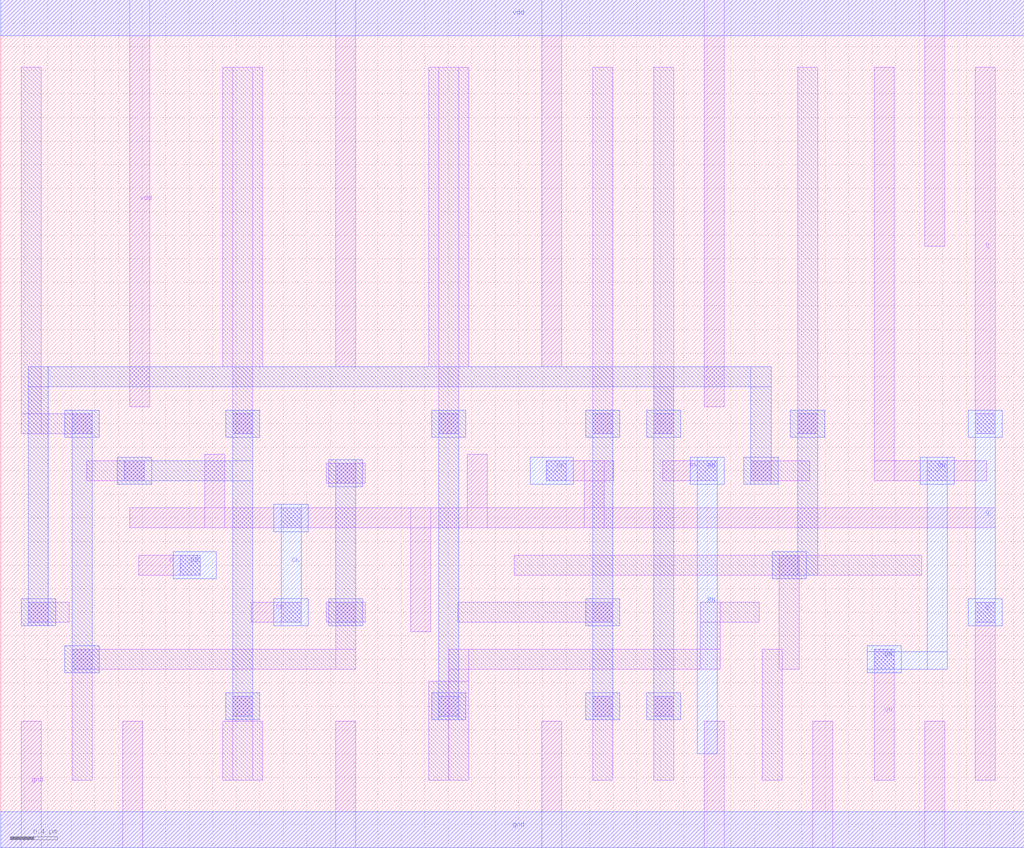
<source format=lef>
VERSION 5.6 ;
BUSBITCHARS "[]" ;
DIVIDERCHAR "/" ;

MACRO ADDFX1
  CLASS CORE ;
  ORIGIN 0 0 ;
  FOREIGN ADDFX1 0 0 ;
  SIZE 7.04 BY 7.2 ;
  SYMMETRY X Y ;
  SITE s8_osu130 ;
  PIN A
    DIRECTION INPUT ;
    USE SIGNAL ;
    ANTENNAMODEL OXIDE1 ;
      ANTENNAGATEAREA 2.4 LAYER met1 ;
      ANTENNAGATEAREA 2.4 LAYER li1 ;
      ANTENNAMAXAREACAR 0.535146 LAYER met1 ;
      ANTENNAMAXAREACAR 0.535146 LAYER li1 ;
      ANTENNAMAXSIDEAREACAR 0.64375 LAYER met1 ;
      ANTENNAMAXSIDEAREACAR 0.64375 LAYER li1 ;
      ANTENNAMAXCUTCAR 0.012042 LAYER mcon ;
    PORT
      LAYER met1 ;
        RECT 0.32 2.285 0.71 2.515 ;
      LAYER li1 ;
        RECT 0.4 1.915 6.835 2.085 ;
        RECT 2.33 2.315 2.66 2.485 ;
        RECT 2.41 1.915 2.58 2.485 ;
        RECT 0.32 2.315 0.65 2.485 ;
        RECT 0.4 1.915 0.57 2.485 ;
      LAYER mcon ;
        RECT 0.4 2.315 0.57 2.485 ;
    END
  END A
  PIN B
    DIRECTION INPUT ;
    USE SIGNAL ;
    ANTENNAMODEL OXIDE1 ;
      ANTENNAGATEAREA 2.4 LAYER met1 ;
      ANTENNAGATEAREA 2.4 LAYER li1 ;
      ANTENNAMAXAREACAR 0.531031 LAYER met1 ;
      ANTENNAMAXAREACAR 0.531031 LAYER li1 ;
      ANTENNAMAXSIDEAREACAR 0.637917 LAYER met1 ;
      ANTENNAMAXSIDEAREACAR 0.637917 LAYER li1 ;
      ANTENNAMAXCUTCAR 0.012042 LAYER mcon ;
    PORT
      LAYER met1 ;
        RECT 0.32 3.085 0.71 3.315 ;
      LAYER li1 ;
        RECT 3.215 2.715 6.835 2.885 ;
        RECT 3.215 2.715 3.39 3.29 ;
        RECT 0.32 3.115 3.39 3.285 ;
        RECT 1.66 2.715 1.995 2.885 ;
        RECT 1.74 2.715 1.91 3.285 ;
      LAYER mcon ;
        RECT 0.4 3.115 0.57 3.285 ;
    END
  END B
  PIN CI
    DIRECTION INPUT ;
    USE SIGNAL ;
    ANTENNAMODEL OXIDE1 ;
      ANTENNAGATEAREA 1.8 LAYER met1 ;
      ANTENNAGATEAREA 0.6 LAYER li1 ;
      ANTENNAMAXAREACAR 0.760722 LAYER met1 ;
      ANTENNAMAXAREACAR 0.634667 LAYER li1 ;
      ANTENNAMAXSIDEAREACAR 1.371333 LAYER met1 ;
      ANTENNAMAXSIDEAREACAR 0.803333 LAYER li1 ;
      ANTENNAMAXCUTCAR 0.096333 LAYER mcon ;
    PORT
      LAYER met1 ;
        RECT 2.77 2.285 3.06 2.515 ;
        RECT 1.93 2.315 3.06 2.485 ;
        RECT 1.93 2.285 2.22 2.515 ;
        RECT 0.32 2.685 0.71 2.915 ;
      LAYER li1 ;
        RECT 2.83 2.315 6.835 2.485 ;
        RECT 0.82 2.315 2.16 2.485 ;
        RECT 0.32 2.715 0.99 2.885 ;
        RECT 0.82 2.315 0.99 2.885 ;
      LAYER mcon ;
        RECT 0.4 2.715 0.57 2.885 ;
        RECT 1.99 2.315 2.16 2.485 ;
        RECT 2.83 2.315 3 2.485 ;
    END
  END CI
  PIN gnd
    DIRECTION INOUT ;
    USE GROUND ;
    SHAPE ABUTMENT ;
    PORT
      LAYER met1 ;
        RECT 0 0 7.04 0.305 ;
      LAYER li1 ;
        RECT 0 0 7.04 0.305 ;
        RECT 6.235 0 6.405 1.075 ;
        RECT 5.225 0 5.395 1.075 ;
        RECT 3.115 0 3.285 1.075 ;
        RECT 2.255 0 2.425 1.415 ;
        RECT 0.605 0 0.775 1.075 ;
    END
  END gnd
  PIN vdd
    DIRECTION INOUT ;
    USE POWER ;
    SHAPE ABUTMENT ;
    PORT
      LAYER met1 ;
        RECT 0 6.895 7.04 7.2 ;
      LAYER li1 ;
        RECT 0 6.895 7.04 7.2 ;
        RECT 6.235 5.105 6.405 7.2 ;
        RECT 5.225 4.085 5.395 7.2 ;
        RECT 3.115 4.425 3.285 7.2 ;
        RECT 2.255 4.085 2.425 7.2 ;
        RECT 0.605 4.425 0.775 7.2 ;
    END
  END vdd
  PIN CO
    DIRECTION OUTPUT ;
    USE SIGNAL ;
    ANTENNADIFFAREA 1.06 LAYER met1 ;
    ANTENNADIFFAREA 0.265 LAYER li1 ;
    PORT
      LAYER met1 ;
        RECT 6.605 3.885 6.895 4.115 ;
        RECT 6.605 1.085 6.895 1.315 ;
        RECT 6.665 1.085 6.835 4.115 ;
      LAYER li1 ;
        RECT 6.665 0.575 6.835 1.285 ;
        RECT 6.665 3.915 6.835 6.625 ;
      LAYER mcon ;
        RECT 6.665 3.915 6.835 4.085 ;
        RECT 6.665 1.115 6.835 1.285 ;
    END
  END CO
  PIN S
    DIRECTION OUTPUT ;
    USE SIGNAL ;
    ANTENNADIFFAREA 1.06 LAYER met1 ;
    ANTENNADIFFAREA 0.265 LAYER li1 ;
    PORT
      LAYER met1 ;
        RECT 5.655 3.885 5.945 4.115 ;
        RECT 5.655 1.085 5.945 1.315 ;
        RECT 5.655 1.085 5.825 4.115 ;
      LAYER li1 ;
        RECT 5.715 0.575 5.885 1.285 ;
        RECT 5.715 3.915 5.885 6.625 ;
      LAYER mcon ;
        RECT 5.715 3.915 5.885 4.085 ;
        RECT 5.715 1.115 5.885 1.285 ;
    END
  END S
  OBS
    LAYER met1 ;
      RECT 6.005 3.085 6.295 3.315 ;
      RECT 6.06 1.485 6.235 3.315 ;
      RECT 6 1.485 6.29 1.715 ;
      RECT 3.915 3.88 4.205 4.11 ;
      RECT 3.975 1.485 4.145 4.11 ;
      RECT 3.915 1.485 4.205 1.715 ;
      RECT 1.405 3.885 1.695 4.115 ;
      RECT 1.465 1.485 1.635 4.115 ;
      RECT 1.405 1.485 1.695 1.715 ;
    LAYER mcon ;
      RECT 6.065 3.115 6.235 3.285 ;
      RECT 6.06 1.515 6.23 1.685 ;
      RECT 3.975 1.515 4.145 1.685 ;
      RECT 3.975 3.91 4.145 4.08 ;
      RECT 1.465 1.515 1.635 1.685 ;
      RECT 1.465 3.915 1.635 4.085 ;
    LAYER li1 ;
      RECT 1.465 3.515 1.635 6.625 ;
      RECT 1.465 3.515 6.665 3.685 ;
      RECT 6.495 3.115 6.665 3.685 ;
      RECT 3.76 3.115 3.93 3.685 ;
      RECT 6.415 3.115 6.745 3.285 ;
      RECT 3.68 3.115 4.015 3.285 ;
      RECT 3.975 1.515 6.23 1.685 ;
      RECT 3.975 0.57 4.145 1.685 ;
      RECT 2.685 1.26 3.715 1.43 ;
      RECT 3.545 0.57 3.715 1.43 ;
      RECT 2.685 0.57 2.855 1.43 ;
      RECT 3.545 3.91 3.715 6.625 ;
      RECT 2.685 3.91 2.855 6.625 ;
      RECT 2.685 3.91 3.715 4.08 ;
      RECT 0.175 1.26 1.205 1.43 ;
      RECT 1.035 0.57 1.205 1.43 ;
      RECT 0.175 0.575 0.345 1.43 ;
      RECT 1.035 3.915 1.205 6.625 ;
      RECT 0.175 3.915 0.345 6.625 ;
      RECT 0.175 3.915 1.205 4.085 ;
      RECT 5.905 3.115 6.235 3.285 ;
      RECT 3.975 3.91 4.145 6.625 ;
      RECT 1.465 0.57 1.635 1.685 ;
  END
END ADDFX1

MACRO ADDFXL
  CLASS CORE ;
  ORIGIN 0 0 ;
  FOREIGN ADDFXL 0 0 ;
  SIZE 7.04 BY 7.2 ;
  SYMMETRY X Y ;
  SITE s8_osu130 ;
  PIN A
    DIRECTION INPUT ;
    USE SIGNAL ;
    ANTENNAMODEL OXIDE1 ;
      ANTENNAGATEAREA 2.4 LAYER met1 ;
      ANTENNAGATEAREA 2.4 LAYER li1 ;
      ANTENNAMAXAREACAR 0.467854 LAYER met1 ;
      ANTENNAMAXAREACAR 0.467854 LAYER li1 ;
      ANTENNAMAXSIDEAREACAR 0.564583 LAYER met1 ;
      ANTENNAMAXSIDEAREACAR 0.564583 LAYER li1 ;
      ANTENNAMAXCUTCAR 0.012042 LAYER mcon ;
    PORT
      LAYER met1 ;
        RECT 0.32 2.285 0.71 2.515 ;
      LAYER li1 ;
        RECT 0.4 1.915 5.885 2.085 ;
        RECT 2.33 2.315 2.66 2.485 ;
        RECT 2.41 1.915 2.58 2.485 ;
        RECT 0.32 2.315 0.65 2.485 ;
        RECT 0.4 1.915 0.57 2.485 ;
      LAYER mcon ;
        RECT 0.4 2.315 0.57 2.485 ;
    END
  END A
  PIN B
    DIRECTION INPUT ;
    USE SIGNAL ;
    ANTENNAMODEL OXIDE1 ;
      ANTENNAGATEAREA 2.4 LAYER met1 ;
      ANTENNAGATEAREA 2.4 LAYER li1 ;
      ANTENNAMAXAREACAR 0.46374 LAYER met1 ;
      ANTENNAMAXAREACAR 0.46374 LAYER li1 ;
      ANTENNAMAXSIDEAREACAR 0.55875 LAYER met1 ;
      ANTENNAMAXSIDEAREACAR 0.55875 LAYER li1 ;
      ANTENNAMAXCUTCAR 0.012042 LAYER mcon ;
    PORT
      LAYER met1 ;
        RECT 0.32 3.085 0.71 3.315 ;
      LAYER li1 ;
        RECT 3.215 2.715 5.885 2.885 ;
        RECT 3.215 2.715 3.39 3.29 ;
        RECT 0.32 3.115 3.39 3.285 ;
        RECT 1.66 2.715 1.995 2.885 ;
        RECT 1.74 2.715 1.91 3.285 ;
      LAYER mcon ;
        RECT 0.4 3.115 0.57 3.285 ;
    END
  END B
  PIN CI
    DIRECTION INPUT ;
    USE SIGNAL ;
    ANTENNAMODEL OXIDE1 ;
      ANTENNAGATEAREA 1.8 LAYER met1 ;
      ANTENNAGATEAREA 0.6 LAYER li1 ;
      ANTENNAMAXAREACAR 0.760722 LAYER met1 ;
      ANTENNAMAXAREACAR 0.634667 LAYER li1 ;
      ANTENNAMAXSIDEAREACAR 1.371333 LAYER met1 ;
      ANTENNAMAXSIDEAREACAR 0.803333 LAYER li1 ;
      ANTENNAMAXCUTCAR 0.096333 LAYER mcon ;
    PORT
      LAYER met1 ;
        RECT 2.77 2.285 3.06 2.515 ;
        RECT 1.93 2.315 3.06 2.485 ;
        RECT 1.93 2.285 2.22 2.515 ;
        RECT 0.32 2.685 0.71 2.915 ;
      LAYER li1 ;
        RECT 2.83 2.315 5.885 2.485 ;
        RECT 0.82 2.315 2.16 2.485 ;
        RECT 0.32 2.715 0.99 2.885 ;
        RECT 0.82 2.315 0.99 2.885 ;
      LAYER mcon ;
        RECT 0.4 2.715 0.57 2.885 ;
        RECT 1.99 2.315 2.16 2.485 ;
        RECT 2.83 2.315 3 2.485 ;
    END
  END CI
  PIN gnd
    DIRECTION INOUT ;
    USE GROUND ;
    SHAPE ABUTMENT ;
    PORT
      LAYER met1 ;
        RECT 0 0 7.04 0.305 ;
      LAYER li1 ;
        RECT 0 0 7.04 0.305 ;
        RECT 6.235 0 6.405 1.075 ;
        RECT 5.225 0 5.395 1.075 ;
        RECT 3.115 0 3.285 1.075 ;
        RECT 2.255 0 2.425 1.415 ;
        RECT 0.605 0 0.775 1.075 ;
    END
  END gnd
  PIN vdd
    DIRECTION INOUT ;
    USE POWER ;
    SHAPE ABUTMENT ;
    PORT
      LAYER met1 ;
        RECT 0 6.895 7.04 7.2 ;
      LAYER li1 ;
        RECT 0 6.895 7.04 7.2 ;
        RECT 6.235 5.105 6.405 7.2 ;
        RECT 5.225 4.085 5.395 7.2 ;
        RECT 3.115 4.425 3.285 7.2 ;
        RECT 2.255 4.085 2.425 7.2 ;
        RECT 0.605 4.425 0.775 7.2 ;
    END
  END vdd
  PIN CO
    DIRECTION OUTPUT ;
    USE SIGNAL ;
    ANTENNADIFFAREA 0.60685 LAYER met1 ;
    ANTENNADIFFAREA 0.1696 LAYER li1 ;
    PORT
      LAYER met1 ;
        RECT 6.605 3.885 6.895 4.115 ;
        RECT 6.605 1.085 6.895 1.315 ;
        RECT 6.665 1.085 6.835 4.115 ;
      LAYER li1 ;
        RECT 6.665 0.575 6.835 1.285 ;
        RECT 6.665 3.915 6.835 6.625 ;
      LAYER mcon ;
        RECT 6.665 3.915 6.835 4.085 ;
        RECT 6.665 1.115 6.835 1.285 ;
    END
  END CO
  PIN S
    DIRECTION OUTPUT ;
    USE SIGNAL ;
    ANTENNADIFFAREA 0.60685 LAYER met1 ;
    ANTENNADIFFAREA 0.1696 LAYER li1 ;
    PORT
      LAYER met1 ;
        RECT 5.655 3.885 5.945 4.115 ;
        RECT 5.655 1.085 5.945 1.315 ;
        RECT 5.715 1.085 5.885 4.115 ;
      LAYER li1 ;
        RECT 5.715 0.575 5.885 1.285 ;
        RECT 5.715 3.915 5.885 6.625 ;
      LAYER mcon ;
        RECT 5.715 3.915 5.885 4.085 ;
        RECT 5.715 1.115 5.885 1.285 ;
    END
  END S
  OBS
    LAYER met1 ;
      RECT 6.03 3.085 6.32 3.315 ;
      RECT 6.085 1.485 6.26 3.315 ;
      RECT 6.025 1.485 6.315 1.715 ;
      RECT 3.915 3.88 4.205 4.11 ;
      RECT 3.975 1.485 4.145 4.11 ;
      RECT 3.915 1.485 4.205 1.715 ;
      RECT 1.405 3.885 1.695 4.115 ;
      RECT 1.465 1.485 1.635 4.115 ;
      RECT 1.405 1.485 1.695 1.715 ;
    LAYER mcon ;
      RECT 6.09 3.115 6.26 3.285 ;
      RECT 6.085 1.515 6.255 1.685 ;
      RECT 3.975 1.515 4.145 1.685 ;
      RECT 3.975 3.91 4.145 4.08 ;
      RECT 1.465 1.515 1.635 1.685 ;
      RECT 1.465 3.915 1.635 4.085 ;
    LAYER li1 ;
      RECT 1.465 3.515 1.635 6.625 ;
      RECT 1.465 3.515 6.745 3.685 ;
      RECT 3.76 3.115 3.93 3.685 ;
      RECT 3.68 3.115 4.015 3.285 ;
      RECT 3.975 1.515 6.255 1.685 ;
      RECT 3.975 0.57 4.145 1.685 ;
      RECT 2.685 1.26 3.715 1.43 ;
      RECT 3.545 0.57 3.715 1.43 ;
      RECT 2.685 0.57 2.855 1.43 ;
      RECT 3.545 3.91 3.715 6.625 ;
      RECT 2.685 3.91 2.855 6.625 ;
      RECT 2.685 3.91 3.715 4.08 ;
      RECT 0.175 1.26 1.205 1.43 ;
      RECT 1.035 0.57 1.205 1.43 ;
      RECT 0.175 0.575 0.345 1.43 ;
      RECT 1.035 3.915 1.205 6.625 ;
      RECT 0.175 3.915 0.345 6.625 ;
      RECT 0.175 3.915 1.205 4.085 ;
      RECT 5.905 3.115 6.26 3.285 ;
      RECT 3.975 3.91 4.145 6.625 ;
      RECT 1.465 0.57 1.635 1.685 ;
  END
END ADDFXL

MACRO ADDHX1
  CLASS CORE ;
  ORIGIN 0 0 ;
  FOREIGN ADDHX1 0 0 ;
  SIZE 4.18 BY 7.2 ;
  SYMMETRY X Y ;
  SITE s8_osu130 ;
  PIN A
    DIRECTION INPUT ;
    USE SIGNAL ;
    ANTENNAMODEL OXIDE1 ;
      ANTENNAGATEAREA 1.2 LAYER met1 ;
      ANTENNAGATEAREA 1.2 LAYER li1 ;
      ANTENNAMAXAREACAR 0.442 LAYER met1 ;
      ANTENNAMAXAREACAR 0.442 LAYER li1 ;
      ANTENNAMAXSIDEAREACAR 0.548333 LAYER met1 ;
      ANTENNAMAXSIDEAREACAR 0.548333 LAYER li1 ;
      ANTENNAMAXCUTCAR 0.024083 LAYER mcon ;
    PORT
      LAYER met1 ;
        RECT 3.645 3.085 4.01 3.315 ;
      LAYER li1 ;
        RECT 2.265 3.115 3.94 3.285 ;
        RECT 2.265 2.715 2.435 3.285 ;
        RECT 1.22 2.715 2.435 2.885 ;
      LAYER mcon ;
        RECT 3.77 3.115 3.94 3.285 ;
    END
  END A
  PIN B
    DIRECTION INPUT ;
    USE SIGNAL ;
    ANTENNAMODEL OXIDE1 ;
      ANTENNAGATEAREA 1.2 LAYER met1 ;
      ANTENNAGATEAREA 1.2 LAYER li1 ;
      ANTENNAMAXAREACAR 0.51 LAYER met1 ;
      ANTENNAMAXAREACAR 0.51 LAYER li1 ;
      ANTENNAMAXSIDEAREACAR 0.628333 LAYER met1 ;
      ANTENNAMAXSIDEAREACAR 0.628333 LAYER li1 ;
      ANTENNAMAXCUTCAR 0.024083 LAYER mcon ;
    PORT
      LAYER met1 ;
        RECT 3.645 2.685 4.01 2.915 ;
      LAYER li1 ;
        RECT 2.87 2.715 3.94 2.885 ;
        RECT 2.87 2.315 3.04 2.885 ;
        RECT 0.74 2.315 3.04 2.485 ;
      LAYER mcon ;
        RECT 3.77 2.715 3.94 2.885 ;
    END
  END B
  PIN gnd
    DIRECTION INOUT ;
    USE GROUND ;
    SHAPE ABUTMENT ;
    PORT
      LAYER met1 ;
        RECT 0 0 4.18 0.305 ;
      LAYER li1 ;
        RECT 0 0 4.18 0.305 ;
        RECT 2.475 0 2.645 1.415 ;
        RECT 0.665 0 0.835 1.415 ;
    END
  END gnd
  PIN vdd
    DIRECTION INOUT ;
    USE POWER ;
    SHAPE ABUTMENT ;
    PORT
      LAYER met1 ;
        RECT 0 6.895 4.18 7.2 ;
      LAYER li1 ;
        RECT 0 6.895 4.18 7.2 ;
        RECT 2.965 4.085 3.135 7.2 ;
        RECT 1.525 4.085 1.695 7.2 ;
        RECT 0.665 4.085 0.835 7.2 ;
    END
  END vdd
  PIN CO
    DIRECTION OUTPUT ;
    USE SIGNAL ;
    ANTENNADIFFAREA 1.06 LAYER met1 ;
    ANTENNADIFFAREA 0.265 LAYER li1 ;
    PORT
      LAYER met1 ;
        RECT 1.955 3.885 2.245 4.115 ;
        RECT 1.925 1.885 2.215 2.115 ;
        RECT 1.985 1.885 2.155 4.115 ;
      LAYER li1 ;
        RECT 2.015 3.915 2.185 6.625 ;
        RECT 1.985 0.575 2.155 2.085 ;
      LAYER mcon ;
        RECT 1.985 1.915 2.155 2.085 ;
        RECT 2.015 3.915 2.185 4.085 ;
    END
  END CO
  PIN S
    DIRECTION OUTPUT ;
    USE SIGNAL ;
    ANTENNADIFFAREA 1.06 LAYER met1 ;
    ANTENNADIFFAREA 0.265 LAYER li1 ;
    PORT
      LAYER met1 ;
        RECT 0.115 3.885 0.405 4.115 ;
        RECT 0.115 1.885 0.405 2.115 ;
        RECT 0.175 1.885 0.345 4.115 ;
      LAYER li1 ;
        RECT 0.175 0.575 0.345 2.085 ;
        RECT 0.175 3.915 0.345 6.625 ;
      LAYER mcon ;
        RECT 0.175 3.915 0.345 4.085 ;
        RECT 0.175 1.915 0.345 2.085 ;
    END
  END S
  OBS
    LAYER met1 ;
      RECT 3.705 1.885 3.995 2.115 ;
      RECT 2.845 1.885 3.135 2.115 ;
      RECT 2.845 1.91 3.995 2.085 ;
      RECT 3.695 3.885 3.985 4.115 ;
      RECT 2.475 3.885 2.765 4.115 ;
      RECT 2.475 3.915 3.985 4.085 ;
      RECT 3.335 2.285 3.505 4.085 ;
      RECT 3.275 2.285 3.565 2.515 ;
      RECT 1.035 3.885 1.325 4.115 ;
      RECT 1.095 3.085 1.265 4.115 ;
      RECT 1.035 3.085 1.625 3.315 ;
      RECT 1.455 1.885 1.625 3.315 ;
      RECT 1.395 1.885 1.685 2.115 ;
    LAYER mcon ;
      RECT 3.765 1.915 3.935 2.085 ;
      RECT 3.755 3.915 3.925 4.085 ;
      RECT 3.335 2.315 3.505 2.485 ;
      RECT 2.905 1.915 3.075 2.085 ;
      RECT 2.535 3.915 2.705 4.085 ;
      RECT 1.455 1.915 1.625 2.085 ;
      RECT 1.095 3.115 1.265 3.285 ;
      RECT 1.095 3.915 1.265 4.085 ;
    LAYER li1 ;
      RECT 2.535 3.515 2.705 6.625 ;
      RECT 0.515 3.515 2.705 3.685 ;
      RECT 0.515 3.115 0.685 3.685 ;
      RECT 0.185 3.115 0.685 3.285 ;
      RECT 3.765 0.575 3.935 2.085 ;
      RECT 3.755 3.915 3.925 6.625 ;
      RECT 3.335 0.575 3.505 2.485 ;
      RECT 2.905 0.575 3.075 2.085 ;
      RECT 1.095 3.115 2.05 3.285 ;
      RECT 1.455 0.575 1.625 2.085 ;
      RECT 1.095 3.915 1.265 6.625 ;
  END
END ADDHX1

MACRO ADDHXL
  CLASS CORE ;
  ORIGIN 0 0 ;
  FOREIGN ADDHXL 0 0 ;
  SIZE 4.18 BY 7.2 ;
  SYMMETRY X Y ;
  SITE s8_osu130 ;
  PIN A
    DIRECTION INPUT ;
    USE SIGNAL ;
    ANTENNAMODEL OXIDE1 ;
      ANTENNAGATEAREA 1.2 LAYER met1 ;
      ANTENNAGATEAREA 1.2 LAYER li1 ;
      ANTENNAMAXAREACAR 0.442 LAYER met1 ;
      ANTENNAMAXAREACAR 0.442 LAYER li1 ;
      ANTENNAMAXSIDEAREACAR 0.548333 LAYER met1 ;
      ANTENNAMAXSIDEAREACAR 0.548333 LAYER li1 ;
      ANTENNAMAXCUTCAR 0.024083 LAYER mcon ;
    PORT
      LAYER met1 ;
        RECT 3.645 3.085 4.01 3.315 ;
      LAYER li1 ;
        RECT 2.265 3.115 3.94 3.285 ;
        RECT 2.265 2.715 2.435 3.285 ;
        RECT 1.22 2.715 2.435 2.885 ;
      LAYER mcon ;
        RECT 3.77 3.115 3.94 3.285 ;
    END
  END A
  PIN B
    DIRECTION INPUT ;
    USE SIGNAL ;
    ANTENNAMODEL OXIDE1 ;
      ANTENNAGATEAREA 1.2 LAYER met1 ;
      ANTENNAGATEAREA 1.2 LAYER li1 ;
      ANTENNAMAXAREACAR 0.51 LAYER met1 ;
      ANTENNAMAXAREACAR 0.51 LAYER li1 ;
      ANTENNAMAXSIDEAREACAR 0.628333 LAYER met1 ;
      ANTENNAMAXSIDEAREACAR 0.628333 LAYER li1 ;
      ANTENNAMAXCUTCAR 0.024083 LAYER mcon ;
    PORT
      LAYER met1 ;
        RECT 3.645 2.685 4.01 2.915 ;
      LAYER li1 ;
        RECT 2.87 2.715 3.94 2.885 ;
        RECT 2.87 2.315 3.04 2.885 ;
        RECT 0.74 2.315 3.04 2.485 ;
      LAYER mcon ;
        RECT 3.77 2.715 3.94 2.885 ;
    END
  END B
  PIN gnd
    DIRECTION INOUT ;
    USE GROUND ;
    SHAPE ABUTMENT ;
    PORT
      LAYER met1 ;
        RECT 0 0 4.18 0.305 ;
      LAYER li1 ;
        RECT 0 0 4.18 0.305 ;
        RECT 2.475 0 2.645 1.415 ;
        RECT 0.665 0 0.835 1.415 ;
    END
  END gnd
  PIN vdd
    DIRECTION INOUT ;
    USE POWER ;
    SHAPE ABUTMENT ;
    PORT
      LAYER met1 ;
        RECT 0 6.895 4.18 7.2 ;
      LAYER li1 ;
        RECT 0 6.895 4.18 7.2 ;
        RECT 2.965 4.085 3.135 7.2 ;
        RECT 1.525 4.085 1.695 7.2 ;
        RECT 0.665 4.085 0.835 7.2 ;
    END
  END vdd
  PIN CO
    DIRECTION OUTPUT ;
    USE SIGNAL ;
    ANTENNADIFFAREA 0.60685 LAYER met1 ;
    ANTENNADIFFAREA 0.1696 LAYER li1 ;
    PORT
      LAYER met1 ;
        RECT 1.955 3.885 2.245 4.115 ;
        RECT 1.925 1.885 2.215 2.115 ;
        RECT 1.985 1.885 2.155 4.115 ;
      LAYER li1 ;
        RECT 2.015 3.915 2.185 6.625 ;
        RECT 1.985 0.575 2.155 2.085 ;
      LAYER mcon ;
        RECT 1.985 1.915 2.155 2.085 ;
        RECT 2.015 3.915 2.185 4.085 ;
    END
  END CO
  PIN S
    DIRECTION OUTPUT ;
    USE SIGNAL ;
    ANTENNADIFFAREA 0.60685 LAYER met1 ;
    ANTENNADIFFAREA 0.1696 LAYER li1 ;
    PORT
      LAYER met1 ;
        RECT 0.115 3.885 0.405 4.115 ;
        RECT 0.115 1.885 0.405 2.115 ;
        RECT 0.175 1.885 0.345 4.115 ;
      LAYER li1 ;
        RECT 0.175 0.575 0.345 2.085 ;
        RECT 0.175 3.915 0.345 6.625 ;
      LAYER mcon ;
        RECT 0.175 3.915 0.345 4.085 ;
        RECT 0.175 1.915 0.345 2.085 ;
    END
  END S
  OBS
    LAYER met1 ;
      RECT 3.705 1.885 3.995 2.115 ;
      RECT 2.845 1.885 3.135 2.115 ;
      RECT 2.845 1.91 3.995 2.085 ;
      RECT 3.695 3.885 3.985 4.115 ;
      RECT 2.475 3.885 2.765 4.115 ;
      RECT 2.475 3.915 3.985 4.085 ;
      RECT 3.335 2.285 3.505 4.085 ;
      RECT 3.275 2.285 3.565 2.515 ;
      RECT 1.035 3.885 1.325 4.115 ;
      RECT 1.095 3.085 1.265 4.115 ;
      RECT 1.035 3.085 1.625 3.315 ;
      RECT 1.455 1.885 1.625 3.315 ;
      RECT 1.395 1.885 1.685 2.115 ;
    LAYER mcon ;
      RECT 3.765 1.915 3.935 2.085 ;
      RECT 3.755 3.915 3.925 4.085 ;
      RECT 3.335 2.315 3.505 2.485 ;
      RECT 2.905 1.915 3.075 2.085 ;
      RECT 2.535 3.915 2.705 4.085 ;
      RECT 1.455 1.915 1.625 2.085 ;
      RECT 1.095 3.115 1.265 3.285 ;
      RECT 1.095 3.915 1.265 4.085 ;
    LAYER li1 ;
      RECT 2.535 3.515 2.705 6.625 ;
      RECT 0.185 3.515 2.705 3.685 ;
      RECT 3.765 0.575 3.935 2.085 ;
      RECT 3.755 3.915 3.925 6.625 ;
      RECT 3.335 0.575 3.505 2.485 ;
      RECT 2.905 0.575 3.075 2.085 ;
      RECT 1.095 3.115 2.05 3.285 ;
      RECT 1.455 0.575 1.625 2.085 ;
      RECT 1.095 3.915 1.265 6.625 ;
  END
END ADDHXL

MACRO AND2X1
  CLASS CORE ;
  ORIGIN 0 0 ;
  FOREIGN AND2X1 0 0 ;
  SIZE 1.87 BY 7.2 ;
  SYMMETRY X Y ;
  SITE s8_osu130 ;
  PIN gnd
    DIRECTION INOUT ;
    USE GROUND ;
    SHAPE ABUTMENT ;
    PORT
      LAYER li1 ;
        RECT 0 0 1.87 0.305 ;
        RECT 0.965 0 1.135 2.01 ;
      LAYER met1 ;
        RECT 0 0 1.87 0.305 ;
    END
  END gnd
  PIN vdd
    DIRECTION INOUT ;
    USE POWER ;
    SHAPE ABUTMENT ;
    PORT
      LAYER li1 ;
        RECT 0 6.895 1.87 7.2 ;
        RECT 1.035 3.745 1.205 7.2 ;
        RECT 0.175 3.745 0.345 7.2 ;
      LAYER met1 ;
        RECT 0 6.895 1.87 7.2 ;
    END
  END vdd
  PIN A
    DIRECTION INPUT ;
    USE SIGNAL ;
    ANTENNAMODEL OXIDE1 ;
      ANTENNAGATEAREA 0.75 LAYER met1 ;
      ANTENNAGATEAREA 0.75 LAYER li1 ;
      ANTENNAMAXAREACAR 0.094067 LAYER met1 ;
      ANTENNAMAXAREACAR 0.094067 LAYER li1 ;
      ANTENNAMAXSIDEAREACAR 0.156 LAYER met1 ;
      ANTENNAMAXSIDEAREACAR 0.156 LAYER li1 ;
      ANTENNAMAXCUTCAR 0.038533 LAYER mcon ;
    PORT
      LAYER li1 ;
        RECT 0.165 3.115 0.58 3.285 ;
      LAYER met1 ;
        RECT 0.135 3.035 0.415 3.365 ;
      LAYER mcon ;
        RECT 0.165 3.115 0.335 3.285 ;
    END
  END A
  PIN B
    DIRECTION INPUT ;
    USE SIGNAL ;
    ANTENNAMODEL OXIDE1 ;
      ANTENNAGATEAREA 0.75 LAYER met1 ;
      ANTENNAGATEAREA 0.75 LAYER li1 ;
      ANTENNAMAXAREACAR 0.094067 LAYER met1 ;
      ANTENNAMAXAREACAR 0.094067 LAYER li1 ;
      ANTENNAMAXSIDEAREACAR 0.156 LAYER met1 ;
      ANTENNAMAXSIDEAREACAR 0.156 LAYER li1 ;
      ANTENNAMAXCUTCAR 0.038533 LAYER mcon ;
    PORT
      LAYER li1 ;
        RECT 0.75 3.115 1.165 3.285 ;
      LAYER met1 ;
        RECT 0.935 3.035 1.215 3.365 ;
      LAYER mcon ;
        RECT 0.995 3.115 1.165 3.285 ;
    END
  END B
  PIN Y
    DIRECTION OUTPUT ;
    USE SIGNAL ;
    ANTENNADIFFAREA 1.06 LAYER met1 ;
    ANTENNADIFFAREA 0.265 LAYER li1 ;
    PORT
      LAYER li1 ;
        RECT 1.465 3.515 1.635 6.625 ;
        RECT 1.455 0.575 1.625 2.085 ;
      LAYER met1 ;
        RECT 1.405 3.485 1.695 3.715 ;
        RECT 1.395 1.885 1.685 2.115 ;
        RECT 1.465 1.885 1.635 3.715 ;
      LAYER mcon ;
        RECT 1.455 1.915 1.625 2.085 ;
        RECT 1.465 3.515 1.635 3.685 ;
    END
  END Y
  OBS
    LAYER met1 ;
      RECT 0.545 3.485 0.835 3.715 ;
      RECT 0.605 1.915 0.775 3.715 ;
      RECT 0.115 1.885 0.405 2.115 ;
      RECT 0.115 1.915 0.775 2.085 ;
    LAYER mcon ;
      RECT 0.605 3.515 0.775 3.685 ;
      RECT 0.175 1.915 0.345 2.085 ;
    LAYER li1 ;
      RECT 0.175 2.315 1.615 2.485 ;
      RECT 0.175 0.575 0.345 2.485 ;
      RECT 0.605 3.515 0.775 6.625 ;
  END
END AND2X1

MACRO AND2X2
  CLASS CORE ;
  ORIGIN 0 0 ;
  FOREIGN AND2X2 0 0 ;
  SIZE 2.31 BY 7.2 ;
  SYMMETRY X Y ;
  SITE s8_osu130 ;
  PIN gnd
    DIRECTION INOUT ;
    USE GROUND ;
    SHAPE ABUTMENT ;
    PORT
      LAYER li1 ;
        RECT 0 0 2.31 0.305 ;
        RECT 1.885 0 2.055 1.415 ;
        RECT 0.965 0 1.135 2.01 ;
      LAYER met1 ;
        RECT 0 0 2.31 0.305 ;
    END
  END gnd
  PIN vdd
    DIRECTION INOUT ;
    USE POWER ;
    SHAPE ABUTMENT ;
    PORT
      LAYER li1 ;
        RECT 0 6.895 2.31 7.2 ;
        RECT 1.895 3.745 2.065 7.2 ;
        RECT 1.035 3.745 1.205 7.2 ;
        RECT 0.175 3.745 0.345 7.2 ;
      LAYER met1 ;
        RECT 0 6.895 2.31 7.2 ;
    END
  END vdd
  PIN A
    DIRECTION INPUT ;
    USE SIGNAL ;
    ANTENNAMODEL OXIDE1 ;
      ANTENNAGATEAREA 0.75 LAYER met1 ;
      ANTENNAGATEAREA 0.75 LAYER li1 ;
      ANTENNAMAXAREACAR 0.094067 LAYER met1 ;
      ANTENNAMAXAREACAR 0.094067 LAYER li1 ;
      ANTENNAMAXSIDEAREACAR 0.156 LAYER met1 ;
      ANTENNAMAXSIDEAREACAR 0.156 LAYER li1 ;
      ANTENNAMAXCUTCAR 0.038533 LAYER mcon ;
    PORT
      LAYER li1 ;
        RECT 0.165 3.115 0.58 3.285 ;
      LAYER met1 ;
        RECT 0.135 3.035 0.415 3.365 ;
      LAYER mcon ;
        RECT 0.165 3.115 0.335 3.285 ;
    END
  END A
  PIN B
    DIRECTION INPUT ;
    USE SIGNAL ;
    ANTENNAMODEL OXIDE1 ;
      ANTENNAGATEAREA 0.75 LAYER met1 ;
      ANTENNAGATEAREA 0.75 LAYER li1 ;
      ANTENNAMAXAREACAR 0.094067 LAYER met1 ;
      ANTENNAMAXAREACAR 0.094067 LAYER li1 ;
      ANTENNAMAXSIDEAREACAR 0.156 LAYER met1 ;
      ANTENNAMAXSIDEAREACAR 0.156 LAYER li1 ;
      ANTENNAMAXCUTCAR 0.038533 LAYER mcon ;
    PORT
      LAYER li1 ;
        RECT 0.75 3.115 1.165 3.285 ;
      LAYER met1 ;
        RECT 0.935 3.035 1.215 3.365 ;
      LAYER mcon ;
        RECT 0.995 3.115 1.165 3.285 ;
    END
  END B
  PIN Y
    DIRECTION OUTPUT ;
    USE SIGNAL ;
    ANTENNADIFFAREA 1.12 LAYER met1 ;
    ANTENNADIFFAREA 0.28 LAYER li1 ;
    PORT
      LAYER li1 ;
        RECT 1.465 3.515 1.635 6.625 ;
        RECT 1.455 0.575 1.625 2.085 ;
      LAYER met1 ;
        RECT 1.405 3.485 1.695 3.715 ;
        RECT 1.395 1.885 1.685 2.115 ;
        RECT 1.465 1.885 1.635 3.715 ;
        RECT 1.455 1.885 1.635 2.315 ;
      LAYER mcon ;
        RECT 1.455 1.915 1.625 2.085 ;
        RECT 1.465 3.515 1.635 3.685 ;
    END
  END Y
  OBS
    LAYER met1 ;
      RECT 0.545 3.485 0.835 3.715 ;
      RECT 0.605 1.915 0.775 3.715 ;
      RECT 0.115 1.885 0.405 2.115 ;
      RECT 0.115 1.915 0.775 2.085 ;
    LAYER mcon ;
      RECT 0.605 3.515 0.775 3.685 ;
      RECT 0.175 1.915 0.345 2.085 ;
    LAYER li1 ;
      RECT 0.175 2.315 1.615 2.485 ;
      RECT 0.175 0.575 0.345 2.485 ;
      RECT 0.605 3.515 0.775 6.625 ;
  END
END AND2X2

MACRO AND2X4
  CLASS CORE ;
  ORIGIN 0 0 ;
  FOREIGN AND2X4 0 0 ;
  SIZE 3.19 BY 7.2 ;
  SYMMETRY X Y ;
  SITE s8_osu130 ;
  PIN A
    DIRECTION INPUT ;
    USE SIGNAL ;
    ANTENNAMODEL OXIDE1 ;
      ANTENNAGATEAREA 0.75 LAYER met1 ;
      ANTENNAGATEAREA 0.75 LAYER li1 ;
      ANTENNAMAXAREACAR 0.094067 LAYER met1 ;
      ANTENNAMAXAREACAR 0.094067 LAYER li1 ;
      ANTENNAMAXSIDEAREACAR 0.156 LAYER met1 ;
      ANTENNAMAXSIDEAREACAR 0.156 LAYER li1 ;
      ANTENNAMAXCUTCAR 0.038533 LAYER mcon ;
    PORT
      LAYER met1 ;
        RECT 0.135 3.035 0.415 3.365 ;
      LAYER li1 ;
        RECT 0.165 3.115 0.58 3.285 ;
      LAYER mcon ;
        RECT 0.165 3.115 0.335 3.285 ;
    END
  END A
  PIN B
    DIRECTION INPUT ;
    USE SIGNAL ;
    ANTENNAMODEL OXIDE1 ;
      ANTENNAGATEAREA 0.75 LAYER met1 ;
      ANTENNAGATEAREA 0.75 LAYER li1 ;
      ANTENNAMAXAREACAR 0.094067 LAYER met1 ;
      ANTENNAMAXAREACAR 0.094067 LAYER li1 ;
      ANTENNAMAXSIDEAREACAR 0.156 LAYER met1 ;
      ANTENNAMAXSIDEAREACAR 0.156 LAYER li1 ;
      ANTENNAMAXCUTCAR 0.038533 LAYER mcon ;
    PORT
      LAYER met1 ;
        RECT 0.935 3.035 1.215 3.365 ;
      LAYER li1 ;
        RECT 0.75 3.115 1.165 3.285 ;
      LAYER mcon ;
        RECT 0.995 3.115 1.165 3.285 ;
    END
  END B
  PIN gnd
    DIRECTION INOUT ;
    USE GROUND ;
    SHAPE ABUTMENT ;
    PORT
      LAYER met1 ;
        RECT 0 0 3.19 0.305 ;
      LAYER li1 ;
        RECT 0 0 3.19 0.305 ;
        RECT 2.745 0 2.915 1.415 ;
        RECT 1.885 0 2.055 1.415 ;
        RECT 0.965 0 1.135 2.01 ;
    END
  END gnd
  PIN vdd
    DIRECTION INOUT ;
    USE POWER ;
    SHAPE ABUTMENT ;
    PORT
      LAYER met1 ;
        RECT 0 6.895 3.19 7.2 ;
      LAYER li1 ;
        RECT 0 6.895 3.19 7.2 ;
        RECT 2.755 3.745 2.925 7.2 ;
        RECT 1.895 3.745 2.065 7.2 ;
        RECT 1.035 3.745 1.205 7.2 ;
        RECT 0.175 3.745 0.345 7.2 ;
    END
  END vdd
  PIN Y
    DIRECTION OUTPUT ;
    USE SIGNAL ;
    ANTENNADIFFAREA 2.24 LAYER met1 ;
    ANTENNADIFFAREA 0.28 LAYER li1 ;
    PORT
      LAYER met1 ;
        RECT 2.265 3.485 2.555 3.715 ;
        RECT 2.255 1.885 2.545 2.115 ;
        RECT 2.325 1.885 2.495 3.715 ;
        RECT 1.405 3.515 2.555 3.685 ;
        RECT 1.395 1.915 2.545 2.085 ;
        RECT 1.405 3.485 1.695 3.715 ;
        RECT 1.395 1.885 1.685 2.115 ;
        RECT 1.465 1.885 1.635 3.715 ;
        RECT 1.455 1.885 1.635 2.315 ;
      LAYER li1 ;
        RECT 2.325 3.515 2.495 6.625 ;
        RECT 2.315 0.575 2.485 2.085 ;
        RECT 1.465 3.515 1.635 6.625 ;
        RECT 1.455 0.575 1.625 2.085 ;
      LAYER mcon ;
        RECT 1.455 1.915 1.625 2.085 ;
        RECT 1.465 3.515 1.635 3.685 ;
        RECT 2.315 1.915 2.485 2.085 ;
        RECT 2.325 3.515 2.495 3.685 ;
    END
  END Y
  OBS
    LAYER met1 ;
      RECT 0.545 3.485 0.835 3.715 ;
      RECT 0.605 1.915 0.775 3.715 ;
      RECT 0.115 1.885 0.405 2.115 ;
      RECT 0.115 1.915 0.775 2.085 ;
    LAYER mcon ;
      RECT 0.605 3.515 0.775 3.685 ;
      RECT 0.175 1.915 0.345 2.085 ;
    LAYER li1 ;
      RECT 0.175 2.315 1.615 2.485 ;
      RECT 0.175 0.575 0.345 2.485 ;
      RECT 0.605 3.515 0.775 6.625 ;
  END
END AND2X4

MACRO AND2X8
  CLASS CORE ;
  ORIGIN 0 0 ;
  FOREIGN AND2X8 0 0 ;
  SIZE 4.84 BY 7.2 ;
  SYMMETRY X Y ;
  SITE s8_osu130 ;
  PIN gnd
    DIRECTION INOUT ;
    USE GROUND ;
    SHAPE ABUTMENT ;
    PORT
      LAYER li1 ;
        RECT 0 0 4.84 0.305 ;
        RECT 4.465 0 4.635 1.415 ;
        RECT 3.605 0 3.775 1.415 ;
        RECT 2.745 0 2.915 1.415 ;
        RECT 1.885 0 2.055 1.415 ;
        RECT 0.965 0 1.135 2.01 ;
      LAYER met1 ;
        RECT 0 0 4.84 0.305 ;
    END
  END gnd
  PIN vdd
    DIRECTION INOUT ;
    USE POWER ;
    SHAPE ABUTMENT ;
    PORT
      LAYER li1 ;
        RECT 0 6.895 4.84 7.2 ;
        RECT 4.475 3.745 4.645 7.2 ;
        RECT 3.615 3.745 3.785 7.2 ;
        RECT 2.755 3.745 2.925 7.2 ;
        RECT 1.895 3.745 2.065 7.2 ;
        RECT 1.035 3.745 1.205 7.2 ;
        RECT 0.175 3.745 0.345 7.2 ;
      LAYER met1 ;
        RECT 0 6.895 4.84 7.2 ;
    END
  END vdd
  PIN A
    DIRECTION INPUT ;
    USE SIGNAL ;
    ANTENNAMODEL OXIDE1 ;
      ANTENNAGATEAREA 0.75 LAYER met1 ;
      ANTENNAGATEAREA 0.75 LAYER li1 ;
      ANTENNAMAXAREACAR 0.094067 LAYER met1 ;
      ANTENNAMAXAREACAR 0.094067 LAYER li1 ;
      ANTENNAMAXSIDEAREACAR 0.156 LAYER met1 ;
      ANTENNAMAXSIDEAREACAR 0.156 LAYER li1 ;
      ANTENNAMAXCUTCAR 0.038533 LAYER mcon ;
    PORT
      LAYER li1 ;
        RECT 0.165 3.115 0.58 3.285 ;
      LAYER met1 ;
        RECT 0.135 3.035 0.415 3.365 ;
      LAYER mcon ;
        RECT 0.165 3.115 0.335 3.285 ;
    END
  END A
  PIN B
    DIRECTION INPUT ;
    USE SIGNAL ;
    ANTENNAMODEL OXIDE1 ;
      ANTENNAGATEAREA 0.75 LAYER met1 ;
      ANTENNAGATEAREA 0.75 LAYER li1 ;
      ANTENNAMAXAREACAR 0.094067 LAYER met1 ;
      ANTENNAMAXAREACAR 0.094067 LAYER li1 ;
      ANTENNAMAXSIDEAREACAR 0.156 LAYER met1 ;
      ANTENNAMAXSIDEAREACAR 0.156 LAYER li1 ;
      ANTENNAMAXCUTCAR 0.038533 LAYER mcon ;
    PORT
      LAYER li1 ;
        RECT 0.75 3.115 1.165 3.285 ;
      LAYER met1 ;
        RECT 0.935 3.035 1.215 3.365 ;
      LAYER mcon ;
        RECT 0.995 3.115 1.165 3.285 ;
    END
  END B
  PIN Y
    DIRECTION OUTPUT ;
    USE SIGNAL ;
    ANTENNADIFFAREA 4.48 LAYER met1 ;
    ANTENNADIFFAREA 0.28 LAYER li1 ;
    PORT
      LAYER li1 ;
        RECT 4.045 3.515 4.215 6.625 ;
        RECT 4.035 0.575 4.205 2.085 ;
        RECT 3.185 3.515 3.355 6.625 ;
        RECT 3.175 0.575 3.345 2.085 ;
        RECT 2.325 3.515 2.495 6.625 ;
        RECT 2.315 0.575 2.485 2.085 ;
        RECT 1.465 3.515 1.635 6.625 ;
        RECT 1.455 0.575 1.625 2.085 ;
      LAYER met1 ;
        RECT 3.985 3.485 4.275 3.715 ;
        RECT 3.975 1.885 4.265 2.115 ;
        RECT 4.045 1.885 4.215 3.715 ;
        RECT 1.405 3.515 4.275 3.685 ;
        RECT 1.395 1.915 4.265 2.085 ;
        RECT 3.125 3.485 3.415 3.715 ;
        RECT 3.115 1.885 3.405 2.115 ;
        RECT 3.185 1.885 3.355 3.715 ;
        RECT 2.265 3.485 2.555 3.715 ;
        RECT 2.255 1.885 2.545 2.115 ;
        RECT 2.325 1.885 2.495 3.715 ;
        RECT 1.405 3.485 1.695 3.715 ;
        RECT 1.395 1.885 1.685 2.115 ;
        RECT 1.465 1.885 1.635 3.715 ;
        RECT 1.455 1.885 1.635 2.315 ;
      LAYER mcon ;
        RECT 1.455 1.915 1.625 2.085 ;
        RECT 1.465 3.515 1.635 3.685 ;
        RECT 2.315 1.915 2.485 2.085 ;
        RECT 2.325 3.515 2.495 3.685 ;
        RECT 3.175 1.915 3.345 2.085 ;
        RECT 3.185 3.515 3.355 3.685 ;
        RECT 4.035 1.915 4.205 2.085 ;
        RECT 4.045 3.515 4.215 3.685 ;
    END
  END Y
  OBS
    LAYER met1 ;
      RECT 0.545 3.485 0.835 3.715 ;
      RECT 0.605 1.915 0.775 3.715 ;
      RECT 0.115 1.885 0.405 2.115 ;
      RECT 0.115 1.915 0.775 2.085 ;
    LAYER mcon ;
      RECT 0.605 3.515 0.775 3.685 ;
      RECT 0.175 1.915 0.345 2.085 ;
    LAYER li1 ;
      RECT 0.175 2.315 1.615 2.485 ;
      RECT 0.175 0.575 0.345 2.485 ;
      RECT 0.605 3.515 0.775 6.625 ;
  END
END AND2X8

MACRO AND2XL
  CLASS CORE ;
  ORIGIN 0 0 ;
  FOREIGN AND2XL 0 0 ;
  SIZE 1.87 BY 7.2 ;
  SYMMETRY X Y ;
  SITE s8_osu130 ;
  PIN gnd
    DIRECTION INOUT ;
    USE GROUND ;
    SHAPE ABUTMENT ;
    PORT
      LAYER li1 ;
        RECT 0 0 1.87 0.305 ;
        RECT 0.965 0 1.135 1.755 ;
      LAYER met1 ;
        RECT 0 0 1.87 0.305 ;
    END
  END gnd
  PIN vdd
    DIRECTION INOUT ;
    USE POWER ;
    SHAPE ABUTMENT ;
    PORT
      LAYER li1 ;
        RECT 0 6.895 1.87 7.2 ;
        RECT 1.035 5.105 1.205 7.2 ;
        RECT 0.175 5.105 0.345 7.2 ;
      LAYER met1 ;
        RECT 0 6.895 1.87 7.2 ;
    END
  END vdd
  PIN A
    DIRECTION INPUT ;
    USE SIGNAL ;
    ANTENNAMODEL OXIDE1 ;
      ANTENNAGATEAREA 0.4365 LAYER met1 ;
      ANTENNAGATEAREA 0.4365 LAYER li1 ;
      ANTENNAMAXAREACAR 0.161627 LAYER met1 ;
      ANTENNAMAXAREACAR 0.161627 LAYER li1 ;
      ANTENNAMAXSIDEAREACAR 0.268041 LAYER met1 ;
      ANTENNAMAXSIDEAREACAR 0.268041 LAYER li1 ;
      ANTENNAMAXCUTCAR 0.066208 LAYER mcon ;
    PORT
      LAYER li1 ;
        RECT 0.165 3.115 0.58 3.285 ;
      LAYER met1 ;
        RECT 0.135 3.035 0.415 3.365 ;
      LAYER mcon ;
        RECT 0.165 3.115 0.335 3.285 ;
    END
  END A
  PIN B
    DIRECTION INPUT ;
    USE SIGNAL ;
    ANTENNAMODEL OXIDE1 ;
      ANTENNAGATEAREA 0.4365 LAYER met1 ;
      ANTENNAGATEAREA 0.4365 LAYER li1 ;
      ANTENNAMAXAREACAR 0.161627 LAYER met1 ;
      ANTENNAMAXAREACAR 0.161627 LAYER li1 ;
      ANTENNAMAXSIDEAREACAR 0.268041 LAYER met1 ;
      ANTENNAMAXSIDEAREACAR 0.268041 LAYER li1 ;
      ANTENNAMAXCUTCAR 0.066208 LAYER mcon ;
    PORT
      LAYER li1 ;
        RECT 0.75 3.115 1.165 3.285 ;
      LAYER met1 ;
        RECT 0.935 3.035 1.215 3.365 ;
      LAYER mcon ;
        RECT 0.995 3.115 1.165 3.285 ;
    END
  END B
  PIN Y
    DIRECTION OUTPUT ;
    USE SIGNAL ;
    ANTENNADIFFAREA 0.60685 LAYER met1 ;
    ANTENNADIFFAREA 0.1696 LAYER li1 ;
    PORT
      LAYER li1 ;
        RECT 1.465 3.515 1.635 6.625 ;
        RECT 1.455 0.575 1.625 2.085 ;
      LAYER met1 ;
        RECT 1.405 3.485 1.695 3.715 ;
        RECT 1.395 1.885 1.685 2.115 ;
        RECT 1.465 1.885 1.635 3.715 ;
      LAYER mcon ;
        RECT 1.455 1.915 1.625 2.085 ;
        RECT 1.465 3.515 1.635 3.685 ;
    END
  END Y
  OBS
    LAYER met1 ;
      RECT 0.545 3.485 0.835 3.715 ;
      RECT 0.605 2.315 0.775 3.715 ;
      RECT 0.115 2.285 0.405 2.515 ;
      RECT 0.115 2.315 0.775 2.485 ;
    LAYER mcon ;
      RECT 0.605 3.515 0.775 3.685 ;
      RECT 0.175 2.315 0.345 2.485 ;
    LAYER li1 ;
      RECT 0.175 2.315 1.55 2.485 ;
      RECT 0.175 0.575 0.345 2.485 ;
      RECT 0.605 3.515 0.775 6.625 ;
  END
END AND2XL

MACRO AND3XL
  CLASS CORE ;
  ORIGIN 0 0 ;
  FOREIGN AND3XL 0 0 ;
  SIZE 2.31 BY 7.2 ;
  SYMMETRY X Y ;
  SITE s8_osu130 ;
  PIN A
    DIRECTION INPUT ;
    USE SIGNAL ;
    ANTENNAMODEL OXIDE1 ;
      ANTENNAGATEAREA 0.5475 LAYER met1 ;
      ANTENNAGATEAREA 0.5475 LAYER li1 ;
      ANTENNAMAXAREACAR 0.145936 LAYER met1 ;
      ANTENNAMAXAREACAR 0.145936 LAYER li1 ;
      ANTENNAMAXSIDEAREACAR 0.23379 LAYER met1 ;
      ANTENNAMAXSIDEAREACAR 0.23379 LAYER li1 ;
      ANTENNAMAXCUTCAR 0.052785 LAYER mcon ;
    PORT
      LAYER li1 ;
        RECT 0.25 3.115 0.72 3.285 ;
      LAYER met1 ;
        RECT 0.5 3.03 0.79 3.355 ;
      LAYER mcon ;
        RECT 0.55 3.115 0.72 3.285 ;
    END
  END A
  PIN B
    DIRECTION INPUT ;
    USE SIGNAL ;
    ANTENNAMODEL OXIDE1 ;
      ANTENNAGATEAREA 0.5475 LAYER met1 ;
      ANTENNAGATEAREA 0.5475 LAYER li1 ;
      ANTENNAMAXAREACAR 0.153699 LAYER met1 ;
      ANTENNAMAXAREACAR 0.153699 LAYER li1 ;
      ANTENNAMAXSIDEAREACAR 0.242922 LAYER met1 ;
      ANTENNAMAXSIDEAREACAR 0.242922 LAYER li1 ;
      ANTENNAMAXCUTCAR 0.052785 LAYER mcon ;
    PORT
      LAYER li1 ;
        RECT 0.73 3.515 1.225 3.685 ;
      LAYER met1 ;
        RECT 1.025 3.44 1.315 3.765 ;
      LAYER mcon ;
        RECT 1.055 3.515 1.225 3.685 ;
    END
  END B
  PIN C
    DIRECTION INPUT ;
    USE SIGNAL ;
    ANTENNAMODEL OXIDE1 ;
      ANTENNAGATEAREA 0.5475 LAYER met1 ;
      ANTENNAGATEAREA 0.5475 LAYER li1 ;
      ANTENNAMAXAREACAR 0.155251 LAYER met1 ;
      ANTENNAMAXAREACAR 0.155251 LAYER li1 ;
      ANTENNAMAXSIDEAREACAR 0.244749 LAYER met1 ;
      ANTENNAMAXSIDEAREACAR 0.244749 LAYER li1 ;
      ANTENNAMAXCUTCAR 0.052785 LAYER mcon ;
    PORT
      LAYER li1 ;
        RECT 1.21 3.115 1.54 3.285 ;
        RECT 1.29 2.945 1.46 3.285 ;
      LAYER met1 ;
        RECT 1.21 2.86 1.54 3.21 ;
      LAYER mcon ;
        RECT 1.29 2.945 1.46 3.115 ;
    END
  END C
  PIN gnd
    DIRECTION INOUT ;
    USE GROUND ;
    SHAPE ABUTMENT ;
    PORT
      LAYER li1 ;
        RECT 0 0.005 2.31 0.305 ;
        RECT 0 0 2.25 0.305 ;
        RECT 1.325 0 1.5 1.075 ;
        RECT 1.325 0 1.495 2.095 ;
      LAYER met1 ;
        RECT 0 0 2.31 0.305 ;
    END
  END gnd
  PIN vdd
    DIRECTION INOUT ;
    USE POWER ;
    SHAPE ABUTMENT ;
    PORT
      LAYER li1 ;
        RECT 0 6.895 2.31 7.2 ;
        RECT 1.465 5.105 1.635 7.2 ;
        RECT 0.605 5.105 0.775 7.2 ;
      LAYER met1 ;
        RECT 0 6.895 2.31 7.2 ;
    END
  END vdd
  PIN Y
    DIRECTION OUTPUT ;
    USE SIGNAL ;
    ANTENNADIFFAREA 1.42925 LAYER met1 ;
    ANTENNADIFFAREA 0.53 LAYER li1 ;
    ANTENNAMODEL OXIDE1 ;
      ANTENNAGATEAREA 0.3435 LAYER met1 ;
      ANTENNAGATEAREA 0.3435 LAYER li1 ;
      ANTENNAMAXAREACAR 1.119729 LAYER met1 ;
      ANTENNAMAXAREACAR 1.751965 LAYER li1 ;
      ANTENNAMAXSIDEAREACAR 2.160116 LAYER li1 ;
      ANTENNAMAXCUTCAR 0.084134 LAYER mcon ;
    PORT
      LAYER li1 ;
        RECT 0.175 2.315 1.975 2.485 ;
        RECT 0.175 0.575 0.345 2.485 ;
        RECT 1.035 3.915 1.205 6.625 ;
        RECT 0.175 3.915 1.205 4.085 ;
        RECT 0.175 3.515 0.345 6.625 ;
      LAYER met1 ;
        RECT 0.115 3.485 0.405 3.715 ;
        RECT 0.115 1.885 0.405 2.115 ;
        RECT 0.175 1.885 0.345 3.715 ;
      LAYER mcon ;
        RECT 0.175 3.515 0.345 3.685 ;
        RECT 0.175 1.915 0.345 2.085 ;
    END
  END Y
  OBS
    LAYER met1 ;
      RECT 1.835 3.485 2.125 3.715 ;
      RECT 1.895 1.885 2.065 3.715 ;
      RECT 1.755 1.885 2.065 2.115 ;
    LAYER mcon ;
      RECT 1.895 3.515 2.065 3.685 ;
      RECT 1.815 1.915 1.985 2.085 ;
    LAYER li1 ;
      RECT 1.895 3.515 2.065 6.625 ;
      RECT 1.815 0.575 1.985 2.085 ;
  END
END AND3XL

MACRO ANT
  CLASS CORE ;
  ORIGIN 0 0 ;
  FOREIGN ANT 0 0 ;
  SIZE 0.99 BY 7.2 ;
  SYMMETRY X Y ;
  SITE s8_osu130 ;
  PIN A
    DIRECTION INPUT ;
    USE SIGNAL ;
    ANTENNADIFFAREA 1.325 LAYER met1 ;
    ANTENNADIFFAREA 1.325 LAYER li1 ;
    ANTENNAMODEL OXIDE1 ;
      ANTENNAGATEAREA 0.6 LAYER met1 ;
      ANTENNAGATEAREA 0.6 LAYER li1 ;
      ANTENNAMAXAREACAR 2.200002 LAYER met1 ;
      ANTENNAMAXAREACAR 2.261 LAYER li1 ;
      ANTENNAMAXSIDEAREACAR 2.405393 LAYER met1 ;
      ANTENNAMAXSIDEAREACAR 2.716667 LAYER li1 ;
      ANTENNAMAXCUTCAR 0.048167 LAYER mcon ;
    PORT
      LAYER met1 ;
        RECT 0.175 3.085 0.54 3.315 ;
      LAYER li1 ;
        RECT 0.175 1.915 0.775 2.085 ;
        RECT 0.605 0.575 0.775 2.085 ;
        RECT 0.155 3.115 0.485 3.285 ;
        RECT 0.175 0.575 0.345 6.625 ;
      LAYER mcon ;
        RECT 0.235 3.115 0.405 3.285 ;
    END
  END A
  PIN gnd
    DIRECTION INOUT ;
    USE GROUND ;
    SHAPE ABUTMENT ;
    PORT
      LAYER met1 ;
        RECT 0 0 0.99 0.305 ;
      LAYER li1 ;
        RECT 0 0 0.99 0.305 ;
    END
  END gnd
  PIN vdd
    DIRECTION INOUT ;
    USE POWER ;
    SHAPE ABUTMENT ;
    PORT
      LAYER met1 ;
        RECT 0 6.895 0.99 7.2 ;
      LAYER li1 ;
        RECT 0 6.895 0.99 7.2 ;
        RECT 0.605 3.745 0.775 7.2 ;
    END
  END vdd
END ANT

MACRO ANTFILL
  CLASS CORE ;
  ORIGIN 0 0 ;
  FOREIGN ANTFILL 0 0 ;
  SIZE 0.99 BY 7.2 ;
  SYMMETRY X Y ;
  SITE s8_osu130 ;
  PIN A
    DIRECTION INPUT ;
    USE SIGNAL ;
    PORT
      LAYER met1 ;
        RECT 0.22 3.085 0.585 3.315 ;
      LAYER li1 ;
        RECT 0.175 1.915 0.775 2.085 ;
        RECT 0.605 0.575 0.775 2.085 ;
        RECT 0.155 3.115 0.53 3.285 ;
        RECT 0.175 3.005 0.39 3.39 ;
        RECT 0.175 0.575 0.345 6.625 ;
      LAYER mcon ;
        RECT 0.28 3.115 0.45 3.285 ;
    END
  END A
  PIN gnd
    DIRECTION INOUT ;
    USE GROUND ;
    SHAPE ABUTMENT ;
    PORT
      LAYER met1 ;
        RECT 0 0 0.99 0.305 ;
      LAYER li1 ;
        RECT 0 0 0.99 0.305 ;
    END
  END gnd
  PIN vdd
    DIRECTION INOUT ;
    USE POWER ;
    SHAPE ABUTMENT ;
    PORT
      LAYER met1 ;
        RECT 0 6.895 0.99 7.2 ;
      LAYER li1 ;
        RECT 0 6.895 0.99 7.2 ;
    END
  END vdd
END ANTFILL

MACRO AOI21XL
  CLASS CORE ;
  ORIGIN 0 0 ;
  FOREIGN AOI21XL 0 0 ;
  SIZE 1.87 BY 7.2 ;
  SYMMETRY X Y ;
  SITE s8_osu130 ;
  PIN A0
    DIRECTION INPUT ;
    USE SIGNAL ;
    ANTENNAMODEL OXIDE1 ;
      ANTENNAGATEAREA 0.639 LAYER met1 ;
      ANTENNAGATEAREA 0.639 LAYER li1 ;
      ANTENNAMAXAREACAR 0.087793 LAYER met1 ;
      ANTENNAMAXAREACAR 0.087793 LAYER li1 ;
      ANTENNAMAXSIDEAREACAR 0.156495 LAYER met1 ;
      ANTENNAMAXSIDEAREACAR 0.156495 LAYER li1 ;
      ANTENNAMAXCUTCAR 0.045227 LAYER mcon ;
    PORT
      LAYER li1 ;
        RECT 0.22 3.115 0.55 3.285 ;
      LAYER met1 ;
        RECT 0.175 3.085 0.55 3.315 ;
      LAYER mcon ;
        RECT 0.3 3.115 0.47 3.285 ;
    END
  END A0
  PIN A1
    DIRECTION INPUT ;
    USE SIGNAL ;
    ANTENNAMODEL OXIDE1 ;
      ANTENNAGATEAREA 0.639 LAYER met1 ;
      ANTENNAGATEAREA 0.639 LAYER li1 ;
      ANTENNAMAXAREACAR 0.087793 LAYER met1 ;
      ANTENNAMAXAREACAR 0.087793 LAYER li1 ;
      ANTENNAMAXSIDEAREACAR 0.156495 LAYER met1 ;
      ANTENNAMAXSIDEAREACAR 0.156495 LAYER li1 ;
      ANTENNAMAXCUTCAR 0.045227 LAYER mcon ;
    PORT
      LAYER li1 ;
        RECT 0.74 2.715 1.07 2.885 ;
      LAYER met1 ;
        RECT 0.695 2.685 1.07 2.915 ;
      LAYER mcon ;
        RECT 0.82 2.715 0.99 2.885 ;
    END
  END A1
  PIN B0
    DIRECTION INPUT ;
    USE SIGNAL ;
    ANTENNAMODEL OXIDE1 ;
      ANTENNAGATEAREA 0.546 LAYER met1 ;
      ANTENNAGATEAREA 0.546 LAYER li1 ;
      ANTENNAMAXAREACAR 0.217949 LAYER met1 ;
      ANTENNAMAXAREACAR 0.217949 LAYER li1 ;
      ANTENNAMAXSIDEAREACAR 0.318681 LAYER met1 ;
      ANTENNAMAXSIDEAREACAR 0.318681 LAYER li1 ;
      ANTENNAMAXCUTCAR 0.05293 LAYER mcon ;
    PORT
      LAYER li1 ;
        RECT 0.995 2.315 1.695 2.485 ;
      LAYER met1 ;
        RECT 0.95 2.285 1.325 2.515 ;
      LAYER mcon ;
        RECT 1.075 2.315 1.245 2.485 ;
    END
  END B0
  PIN gnd
    DIRECTION INOUT ;
    USE GROUND ;
    SHAPE ABUTMENT ;
    PORT
      LAYER li1 ;
        RECT 0 0 1.87 0.305 ;
        RECT 1.455 0 1.625 1.075 ;
        RECT 0.175 0 0.345 1.415 ;
      LAYER met1 ;
        RECT 0 0 1.87 0.305 ;
    END
  END gnd
  PIN vdd
    DIRECTION INOUT ;
    USE POWER ;
    SHAPE ABUTMENT ;
    PORT
      LAYER li1 ;
        RECT 0 6.895 1.87 7.2 ;
        RECT 0.605 4 0.775 7.2 ;
      LAYER met1 ;
        RECT 0 6.895 1.87 7.2 ;
    END
  END vdd
  PIN Y
    DIRECTION OUTPUT ;
    USE SIGNAL ;
    ANTENNADIFFAREA 1.1769 LAYER met1 ;
    ANTENNADIFFAREA 0.3819 LAYER li1 ;
    PORT
      LAYER li1 ;
        RECT 1.465 3.915 1.635 6.625 ;
        RECT 0.965 0.575 1.135 1.685 ;
      LAYER met1 ;
        RECT 1.405 3.885 1.695 4.115 ;
        RECT 1.465 1.515 1.635 4.115 ;
        RECT 0.905 1.515 1.635 1.685 ;
        RECT 0.905 1.485 1.195 1.715 ;
      LAYER mcon ;
        RECT 0.965 1.515 1.135 1.685 ;
        RECT 1.465 3.915 1.635 4.085 ;
    END
  END Y
  OBS
    LAYER li1 ;
      RECT 1.035 3.515 1.205 6.625 ;
      RECT 0.175 3.515 0.345 6.625 ;
      RECT 0.175 3.515 1.205 3.685 ;
  END
END AOI21XL

MACRO BUFX1
  CLASS CORE ;
  ORIGIN 0 0 ;
  FOREIGN BUFX1 0 0 ;
  SIZE 1.43 BY 7.2 ;
  SYMMETRY X Y ;
  SITE s8_osu130 ;
  PIN gnd
    DIRECTION INOUT ;
    USE GROUND ;
    SHAPE ABUTMENT ;
    PORT
      LAYER li1 ;
        RECT 0 0 1.43 0.305 ;
        RECT 0.605 0 0.775 1.415 ;
      LAYER met1 ;
        RECT 0 0 1.43 0.305 ;
    END
  END gnd
  PIN vdd
    DIRECTION INOUT ;
    USE POWER ;
    SHAPE ABUTMENT ;
    PORT
      LAYER li1 ;
        RECT 0 6.895 1.43 7.2 ;
        RECT 0.605 3.745 0.775 7.2 ;
      LAYER met1 ;
        RECT 0 6.895 1.43 7.2 ;
    END
  END vdd
  PIN A
    DIRECTION INPUT ;
    USE SIGNAL ;
    ANTENNAMODEL OXIDE1 ;
      ANTENNAGATEAREA 0.6 LAYER met1 ;
      ANTENNAGATEAREA 0.6 LAYER li1 ;
      ANTENNAMAXAREACAR 0.117583 LAYER met1 ;
      ANTENNAMAXAREACAR 0.117583 LAYER li1 ;
      ANTENNAMAXSIDEAREACAR 0.195 LAYER met1 ;
      ANTENNAMAXSIDEAREACAR 0.195 LAYER li1 ;
      ANTENNAMAXCUTCAR 0.048167 LAYER mcon ;
    PORT
      LAYER li1 ;
        RECT 0.165 2.715 0.58 2.885 ;
      LAYER met1 ;
        RECT 0.115 2.635 0.385 2.985 ;
      LAYER mcon ;
        RECT 0.165 2.715 0.335 2.885 ;
    END
  END A
  PIN Y
    DIRECTION OUTPUT ;
    USE SIGNAL ;
    ANTENNADIFFAREA 1.06 LAYER met1 ;
    ANTENNADIFFAREA 0.265 LAYER li1 ;
    PORT
      LAYER li1 ;
        RECT 1.035 0.575 1.205 2.085 ;
        RECT 1.035 3.515 1.205 6.625 ;
      LAYER met1 ;
        RECT 0.975 3.485 1.265 3.715 ;
        RECT 0.975 1.885 1.265 2.115 ;
        RECT 1.035 1.885 1.205 3.715 ;
      LAYER mcon ;
        RECT 1.035 3.515 1.205 3.685 ;
        RECT 1.035 1.915 1.205 2.085 ;
    END
  END Y
  OBS
    LAYER met1 ;
      RECT 0.565 3.085 0.855 3.315 ;
      RECT 0.625 1.915 0.795 3.315 ;
      RECT 0.115 1.885 0.405 2.115 ;
      RECT 0.115 1.915 0.795 2.065 ;
    LAYER mcon ;
      RECT 0.625 3.115 0.795 3.285 ;
      RECT 0.175 1.915 0.345 2.085 ;
    LAYER li1 ;
      RECT 0.175 3.115 0.345 6.625 ;
      RECT 0.175 3.115 1.13 3.285 ;
      RECT 0.175 0.575 0.345 2.085 ;
  END
END BUFX1

MACRO BUFX2
  CLASS CORE ;
  ORIGIN 0 0 ;
  FOREIGN BUFX2 0 0 ;
  SIZE 1.87 BY 7.2 ;
  SYMMETRY X Y ;
  SITE s8_osu130 ;
  PIN gnd
    DIRECTION INOUT ;
    USE GROUND ;
    SHAPE ABUTMENT ;
    PORT
      LAYER li1 ;
        RECT 0 0 1.87 0.305 ;
        RECT 1.465 0 1.635 1.415 ;
        RECT 0.605 0 0.775 1.415 ;
      LAYER met1 ;
        RECT 0 0 1.87 0.305 ;
    END
  END gnd
  PIN vdd
    DIRECTION INOUT ;
    USE POWER ;
    SHAPE ABUTMENT ;
    PORT
      LAYER li1 ;
        RECT 0 6.895 1.87 7.2 ;
        RECT 1.465 3.745 1.635 7.2 ;
        RECT 0.605 3.745 0.775 7.2 ;
      LAYER met1 ;
        RECT 0 6.895 1.87 7.2 ;
    END
  END vdd
  PIN A
    DIRECTION INPUT ;
    USE SIGNAL ;
    ANTENNAMODEL OXIDE1 ;
      ANTENNAGATEAREA 0.6 LAYER met1 ;
      ANTENNAGATEAREA 0.6 LAYER li1 ;
      ANTENNAMAXAREACAR 0.117583 LAYER met1 ;
      ANTENNAMAXAREACAR 0.117583 LAYER li1 ;
      ANTENNAMAXSIDEAREACAR 0.195 LAYER met1 ;
      ANTENNAMAXSIDEAREACAR 0.195 LAYER li1 ;
      ANTENNAMAXCUTCAR 0.048167 LAYER mcon ;
    PORT
      LAYER li1 ;
        RECT 0.165 2.715 0.58 2.885 ;
      LAYER met1 ;
        RECT 0.115 2.635 0.385 2.985 ;
      LAYER mcon ;
        RECT 0.165 2.715 0.335 2.885 ;
    END
  END A
  PIN Y
    DIRECTION OUTPUT ;
    USE SIGNAL ;
    ANTENNADIFFAREA 1.12 LAYER met1 ;
    ANTENNADIFFAREA 0.28 LAYER li1 ;
    PORT
      LAYER li1 ;
        RECT 1.035 0.575 1.205 2.085 ;
        RECT 1.035 3.515 1.205 6.625 ;
      LAYER met1 ;
        RECT 0.975 3.485 1.265 3.715 ;
        RECT 0.975 1.885 1.265 2.115 ;
        RECT 1.035 1.885 1.205 3.715 ;
      LAYER mcon ;
        RECT 1.035 3.515 1.205 3.685 ;
        RECT 1.035 1.915 1.205 2.085 ;
    END
  END Y
  OBS
    LAYER met1 ;
      RECT 0.565 3.085 0.855 3.315 ;
      RECT 0.625 1.915 0.795 3.315 ;
      RECT 0.115 1.885 0.405 2.115 ;
      RECT 0.115 1.915 0.795 2.065 ;
    LAYER mcon ;
      RECT 0.625 3.115 0.795 3.285 ;
      RECT 0.175 1.915 0.345 2.085 ;
    LAYER li1 ;
      RECT 0.175 3.115 0.345 6.625 ;
      RECT 0.175 3.115 1.13 3.285 ;
      RECT 0.175 0.575 0.345 2.085 ;
  END
END BUFX2

MACRO BUFX4
  CLASS CORE ;
  ORIGIN 0 0 ;
  FOREIGN BUFX4 0 0 ;
  SIZE 2.75 BY 7.2 ;
  SYMMETRY X Y ;
  SITE s8_osu130 ;
  PIN gnd
    DIRECTION INOUT ;
    USE GROUND ;
    SHAPE ABUTMENT ;
    PORT
      LAYER li1 ;
        RECT 0 0 2.75 0.305 ;
        RECT 2.325 0 2.495 1.415 ;
        RECT 1.465 0 1.635 1.415 ;
        RECT 0.605 0 0.775 1.415 ;
      LAYER met1 ;
        RECT 0 0 2.75 0.305 ;
    END
  END gnd
  PIN vdd
    DIRECTION INOUT ;
    USE POWER ;
    SHAPE ABUTMENT ;
    PORT
      LAYER li1 ;
        RECT 0 6.895 2.75 7.2 ;
        RECT 2.325 3.745 2.495 7.2 ;
        RECT 1.465 3.745 1.635 7.2 ;
        RECT 0.605 3.745 0.775 7.2 ;
      LAYER met1 ;
        RECT 0 6.895 2.75 7.2 ;
    END
  END vdd
  PIN A
    DIRECTION INPUT ;
    USE SIGNAL ;
    ANTENNAMODEL OXIDE1 ;
      ANTENNAGATEAREA 0.6 LAYER met1 ;
      ANTENNAGATEAREA 0.6 LAYER li1 ;
      ANTENNAMAXAREACAR 0.117583 LAYER met1 ;
      ANTENNAMAXAREACAR 0.117583 LAYER li1 ;
      ANTENNAMAXSIDEAREACAR 0.195 LAYER met1 ;
      ANTENNAMAXSIDEAREACAR 0.195 LAYER li1 ;
      ANTENNAMAXCUTCAR 0.048167 LAYER mcon ;
    PORT
      LAYER li1 ;
        RECT 0.165 2.715 0.58 2.885 ;
      LAYER met1 ;
        RECT 0.115 2.635 0.385 2.985 ;
      LAYER mcon ;
        RECT 0.165 2.715 0.335 2.885 ;
    END
  END A
  PIN Y
    DIRECTION OUTPUT ;
    USE SIGNAL ;
    ANTENNADIFFAREA 2.24 LAYER met1 ;
    ANTENNADIFFAREA 0.28 LAYER li1 ;
    PORT
      LAYER li1 ;
        RECT 1.895 0.575 2.065 2.085 ;
        RECT 1.895 3.515 2.065 6.625 ;
        RECT 1.035 0.575 1.205 2.085 ;
        RECT 1.035 3.515 1.205 6.625 ;
      LAYER met1 ;
        RECT 1.825 3.485 2.125 3.715 ;
        RECT 1.835 1.885 2.125 2.115 ;
        RECT 1.895 1.885 2.065 3.715 ;
        RECT 0.975 1.915 2.125 2.085 ;
        RECT 0.975 3.515 2.125 3.685 ;
        RECT 0.975 3.485 1.265 3.715 ;
        RECT 0.975 1.885 1.265 2.115 ;
        RECT 1.035 1.885 1.205 3.715 ;
      LAYER mcon ;
        RECT 1.035 3.515 1.205 3.685 ;
        RECT 1.035 1.915 1.205 2.085 ;
        RECT 1.895 3.515 2.065 3.685 ;
        RECT 1.895 1.915 2.065 2.085 ;
    END
  END Y
  OBS
    LAYER met1 ;
      RECT 0.565 3.085 0.855 3.315 ;
      RECT 0.625 1.915 0.795 3.315 ;
      RECT 0.115 1.885 0.405 2.115 ;
      RECT 0.115 1.915 0.795 2.065 ;
    LAYER mcon ;
      RECT 0.625 3.115 0.795 3.285 ;
      RECT 0.175 1.915 0.345 2.085 ;
    LAYER li1 ;
      RECT 0.175 3.115 0.345 6.625 ;
      RECT 0.175 3.115 1.13 3.285 ;
      RECT 0.175 0.575 0.345 2.085 ;
  END
END BUFX4

MACRO BUFX6
  CLASS CORE ;
  ORIGIN 0 0 ;
  FOREIGN BUFX6 0 0 ;
  SIZE 3.63 BY 7.2 ;
  SYMMETRY X Y ;
  SITE s8_osu130 ;
  PIN A
    DIRECTION INPUT ;
    USE SIGNAL ;
    ANTENNAMODEL OXIDE1 ;
      ANTENNAGATEAREA 0.6 LAYER li1 ;
    PORT
      LAYER li1 ;
        RECT 0.25 2.715 0.58 2.885 ;
    END
  END A
  PIN gnd
    DIRECTION INOUT ;
    USE GROUND ;
    SHAPE ABUTMENT ;
    PORT
      LAYER met1 ;
        RECT 0 0 3.63 0.305 ;
      LAYER li1 ;
        RECT 0 0 3.63 0.305 ;
        RECT 3.185 0 3.355 1.415 ;
        RECT 2.325 0 2.495 1.415 ;
        RECT 1.465 0 1.635 1.415 ;
        RECT 0.605 0 0.775 1.415 ;
    END
  END gnd
  PIN vdd
    DIRECTION INOUT ;
    USE POWER ;
    SHAPE ABUTMENT ;
    PORT
      LAYER met1 ;
        RECT 0 6.895 3.63 7.2 ;
      LAYER li1 ;
        RECT 0 6.895 3.63 7.2 ;
        RECT 3.185 3.745 3.355 7.2 ;
        RECT 2.325 3.745 2.495 7.2 ;
        RECT 1.465 3.745 1.635 7.2 ;
        RECT 0.605 3.745 0.775 7.2 ;
    END
  END vdd
  PIN Y
    DIRECTION OUTPUT ;
    USE SIGNAL ;
    ANTENNADIFFAREA 3.36 LAYER met1 ;
    ANTENNADIFFAREA 0.28 LAYER li1 ;
    PORT
      LAYER met1 ;
        RECT 2.685 3.485 2.985 3.715 ;
        RECT 2.695 1.885 2.985 2.115 ;
        RECT 2.755 1.885 2.925 3.715 ;
        RECT 0.975 1.915 2.985 2.085 ;
        RECT 0.975 3.515 2.985 3.685 ;
        RECT 1.825 3.485 2.125 3.715 ;
        RECT 1.835 1.885 2.125 2.115 ;
        RECT 1.895 1.885 2.065 3.715 ;
        RECT 0.975 3.485 1.265 3.715 ;
        RECT 0.975 1.885 1.265 2.115 ;
        RECT 1.035 1.885 1.205 3.715 ;
      LAYER li1 ;
        RECT 2.755 0.575 2.925 2.085 ;
        RECT 2.755 3.515 2.925 6.625 ;
        RECT 1.895 0.575 2.065 2.085 ;
        RECT 1.895 3.515 2.065 6.625 ;
        RECT 1.035 0.575 1.205 2.085 ;
        RECT 1.035 3.515 1.205 6.625 ;
      LAYER mcon ;
        RECT 1.035 3.515 1.205 3.685 ;
        RECT 1.035 1.915 1.205 2.085 ;
        RECT 1.895 3.515 2.065 3.685 ;
        RECT 1.895 1.915 2.065 2.085 ;
        RECT 2.755 3.515 2.925 3.685 ;
        RECT 2.755 1.915 2.925 2.085 ;
    END
  END Y
  OBS
    LAYER met1 ;
      RECT 0.565 3.085 0.855 3.315 ;
      RECT 0.625 1.915 0.795 3.315 ;
      RECT 0.115 1.885 0.405 2.115 ;
      RECT 0.115 1.915 0.795 2.065 ;
    LAYER mcon ;
      RECT 0.625 3.115 0.795 3.285 ;
      RECT 0.175 1.915 0.345 2.085 ;
    LAYER li1 ;
      RECT 0.175 3.115 0.345 6.625 ;
      RECT 0.175 3.115 1.13 3.285 ;
      RECT 0.175 0.575 0.345 2.085 ;
  END
END BUFX6

MACRO BUFX8
  CLASS CORE ;
  ORIGIN 0 0 ;
  FOREIGN BUFX8 0 0 ;
  SIZE 4.51 BY 7.2 ;
  SYMMETRY X Y ;
  SITE s8_osu130 ;
  PIN gnd
    DIRECTION INOUT ;
    USE GROUND ;
    SHAPE ABUTMENT ;
    PORT
      LAYER li1 ;
        RECT 0 0 4.51 0.305 ;
        RECT 4.085 0 4.255 1.415 ;
        RECT 3.185 0 3.355 1.415 ;
        RECT 2.325 0 2.495 1.415 ;
        RECT 1.465 0 1.635 1.415 ;
        RECT 0.605 0 0.775 1.415 ;
      LAYER met1 ;
        RECT 0 0 4.51 0.305 ;
    END
  END gnd
  PIN vdd
    DIRECTION INOUT ;
    USE POWER ;
    SHAPE ABUTMENT ;
    PORT
      LAYER li1 ;
        RECT 0 6.895 4.51 7.2 ;
        RECT 4.085 3.745 4.255 7.2 ;
        RECT 3.185 3.745 3.355 7.2 ;
        RECT 2.325 3.745 2.495 7.2 ;
        RECT 1.465 3.745 1.635 7.2 ;
        RECT 0.605 3.745 0.775 7.2 ;
      LAYER met1 ;
        RECT 0 6.895 4.51 7.2 ;
    END
  END vdd
  PIN A
    DIRECTION INPUT ;
    USE SIGNAL ;
    ANTENNAMODEL OXIDE1 ;
      ANTENNAGATEAREA 0.6 LAYER met1 ;
      ANTENNAGATEAREA 0.6 LAYER li1 ;
      ANTENNAMAXAREACAR 0.117583 LAYER met1 ;
      ANTENNAMAXAREACAR 0.117583 LAYER li1 ;
      ANTENNAMAXSIDEAREACAR 0.195 LAYER met1 ;
      ANTENNAMAXSIDEAREACAR 0.195 LAYER li1 ;
      ANTENNAMAXCUTCAR 0.048167 LAYER mcon ;
    PORT
      LAYER li1 ;
        RECT 0.165 2.715 0.58 2.885 ;
      LAYER met1 ;
        RECT 0.115 2.635 0.385 2.985 ;
      LAYER mcon ;
        RECT 0.165 2.715 0.335 2.885 ;
    END
  END A
  PIN Y
    DIRECTION OUTPUT ;
    USE SIGNAL ;
    ANTENNADIFFAREA 4.48 LAYER met1 ;
    ANTENNADIFFAREA 0.28 LAYER li1 ;
    PORT
      LAYER li1 ;
        RECT 3.655 0.575 3.825 2.085 ;
        RECT 3.655 3.515 3.825 6.625 ;
        RECT 2.755 0.575 2.925 2.085 ;
        RECT 2.755 3.515 2.925 6.625 ;
        RECT 1.895 0.575 2.065 2.085 ;
        RECT 1.895 3.515 2.065 6.625 ;
        RECT 1.035 0.575 1.205 2.085 ;
        RECT 1.035 3.515 1.205 6.625 ;
      LAYER met1 ;
        RECT 3.585 3.485 3.885 3.715 ;
        RECT 3.595 1.885 3.885 2.115 ;
        RECT 3.655 1.885 3.825 3.715 ;
        RECT 0.975 1.915 3.885 2.085 ;
        RECT 0.975 3.515 3.885 3.685 ;
        RECT 2.685 3.485 2.985 3.715 ;
        RECT 2.695 1.885 2.985 2.115 ;
        RECT 2.755 1.885 2.925 3.715 ;
        RECT 1.825 3.485 2.125 3.715 ;
        RECT 1.835 1.885 2.125 2.115 ;
        RECT 1.895 1.885 2.065 3.715 ;
        RECT 0.975 3.485 1.265 3.715 ;
        RECT 0.975 1.885 1.265 2.115 ;
        RECT 1.035 1.885 1.205 3.715 ;
      LAYER mcon ;
        RECT 1.035 3.515 1.205 3.685 ;
        RECT 1.035 1.915 1.205 2.085 ;
        RECT 1.895 3.515 2.065 3.685 ;
        RECT 1.895 1.915 2.065 2.085 ;
        RECT 2.755 3.515 2.925 3.685 ;
        RECT 2.755 1.915 2.925 2.085 ;
        RECT 3.655 3.515 3.825 3.685 ;
        RECT 3.655 1.915 3.825 2.085 ;
    END
  END Y
  OBS
    LAYER met1 ;
      RECT 0.565 3.085 0.855 3.315 ;
      RECT 0.625 1.915 0.795 3.315 ;
      RECT 0.115 1.885 0.405 2.115 ;
      RECT 0.115 1.915 0.795 2.065 ;
    LAYER mcon ;
      RECT 0.625 3.115 0.795 3.285 ;
      RECT 0.175 1.915 0.345 2.085 ;
    LAYER li1 ;
      RECT 0.175 3.115 0.345 6.625 ;
      RECT 0.175 3.115 1.13 3.285 ;
      RECT 0.175 0.575 0.345 2.085 ;
  END
END BUFX8

MACRO BUFXL
  CLASS CORE ;
  ORIGIN 0 0 ;
  FOREIGN BUFXL 0 0 ;
  SIZE 1.43 BY 7.2 ;
  SYMMETRY X Y ;
  SITE s8_osu130 ;
  PIN A
    DIRECTION INPUT ;
    USE SIGNAL ;
    ANTENNAMODEL OXIDE1 ;
      ANTENNAGATEAREA 0.3435 LAYER met1 ;
      ANTENNAGATEAREA 0.3435 LAYER li1 ;
      ANTENNAMAXAREACAR 0.20786 LAYER met1 ;
      ANTENNAMAXAREACAR 0.20786 LAYER li1 ;
      ANTENNAMAXSIDEAREACAR 0.343523 LAYER met1 ;
      ANTENNAMAXSIDEAREACAR 0.343523 LAYER li1 ;
      ANTENNAMAXCUTCAR 0.084134 LAYER mcon ;
    PORT
      LAYER li1 ;
        RECT 0.16 2.715 0.58 2.885 ;
      LAYER met1 ;
        RECT 0.125 2.655 0.415 2.945 ;
      LAYER mcon ;
        RECT 0.16 2.715 0.33 2.885 ;
    END
  END A
  PIN gnd
    DIRECTION INOUT ;
    USE GROUND ;
    SHAPE ABUTMENT ;
    PORT
      LAYER li1 ;
        RECT 0 0 1.43 0.305 ;
        RECT 0.605 0 0.775 1.075 ;
      LAYER met1 ;
        RECT 0 0 1.43 0.305 ;
    END
  END gnd
  PIN vdd
    DIRECTION INOUT ;
    USE POWER ;
    SHAPE ABUTMENT ;
    PORT
      LAYER li1 ;
        RECT 0 6.895 1.43 7.2 ;
        RECT 0.605 5.105 0.775 7.2 ;
      LAYER met1 ;
        RECT 0 6.895 1.43 7.2 ;
    END
  END vdd
  PIN Y
    DIRECTION OUTPUT ;
    USE SIGNAL ;
    ANTENNADIFFAREA 0.60685 LAYER met1 ;
    ANTENNADIFFAREA 0.1696 LAYER li1 ;
    PORT
      LAYER li1 ;
        RECT 1.035 0.575 1.205 2.085 ;
        RECT 1.035 3.515 1.205 6.625 ;
      LAYER met1 ;
        RECT 0.975 3.485 1.265 3.715 ;
        RECT 0.975 1.885 1.265 2.115 ;
        RECT 1.035 1.885 1.205 3.715 ;
      LAYER mcon ;
        RECT 1.035 3.515 1.205 3.685 ;
        RECT 1.035 1.915 1.205 2.085 ;
    END
  END Y
  OBS
    LAYER met1 ;
      RECT 0.565 3.085 0.855 3.315 ;
      RECT 0.625 1.915 0.795 3.315 ;
      RECT 0.115 1.885 0.405 2.115 ;
      RECT 0.115 1.915 0.795 2.065 ;
    LAYER mcon ;
      RECT 0.625 3.115 0.795 3.285 ;
      RECT 0.175 1.915 0.345 2.085 ;
    LAYER li1 ;
      RECT 0.175 3.115 0.345 6.625 ;
      RECT 0.175 3.115 1.13 3.285 ;
      RECT 0.175 0.575 0.345 2.085 ;
  END
END BUFXL

MACRO CLKBUFX1
  CLASS CORE ;
  ORIGIN 0 0 ;
  FOREIGN CLKBUFX1 0 0 ;
  SIZE 1.43 BY 7.2 ;
  SYMMETRY X Y ;
  SITE s8_osu130 ;
  PIN gnd
    DIRECTION INOUT ;
    USE GROUND ;
    SHAPE ABUTMENT ;
    PORT
      LAYER li1 ;
        RECT 0 0 1.43 0.305 ;
        RECT 0.605 0 0.775 1.415 ;
      LAYER met1 ;
        RECT 0 0 1.43 0.305 ;
    END
  END gnd
  PIN vdd
    DIRECTION INOUT ;
    USE POWER ;
    SHAPE ABUTMENT ;
    PORT
      LAYER li1 ;
        RECT 0 6.895 1.43 7.2 ;
        RECT 0.605 3.745 0.775 7.2 ;
      LAYER met1 ;
        RECT 0 6.895 1.43 7.2 ;
    END
  END vdd
  PIN A
    DIRECTION INPUT ;
    USE SIGNAL ;
    ANTENNAMODEL OXIDE1 ;
      ANTENNAGATEAREA 0.6 LAYER met1 ;
      ANTENNAGATEAREA 0.6 LAYER li1 ;
      ANTENNAMAXAREACAR 0.117583 LAYER met1 ;
      ANTENNAMAXAREACAR 0.117583 LAYER li1 ;
      ANTENNAMAXSIDEAREACAR 0.195 LAYER met1 ;
      ANTENNAMAXSIDEAREACAR 0.195 LAYER li1 ;
      ANTENNAMAXCUTCAR 0.048167 LAYER mcon ;
    PORT
      LAYER li1 ;
        RECT 0.165 2.715 0.58 2.885 ;
      LAYER met1 ;
        RECT 0.115 2.635 0.385 2.985 ;
      LAYER mcon ;
        RECT 0.165 2.715 0.335 2.885 ;
    END
  END A
  PIN Y
    DIRECTION OUTPUT ;
    USE SIGNAL ;
    ANTENNADIFFAREA 1.06 LAYER met1 ;
    ANTENNADIFFAREA 0.265 LAYER li1 ;
    PORT
      LAYER li1 ;
        RECT 1.035 0.575 1.205 2.085 ;
        RECT 1.035 3.515 1.205 6.625 ;
      LAYER met1 ;
        RECT 0.975 3.485 1.265 3.715 ;
        RECT 0.975 1.885 1.265 2.115 ;
        RECT 1.035 1.885 1.205 3.715 ;
      LAYER mcon ;
        RECT 1.035 3.515 1.205 3.685 ;
        RECT 1.035 1.915 1.205 2.085 ;
    END
  END Y
  OBS
    LAYER met1 ;
      RECT 0.565 3.085 0.855 3.315 ;
      RECT 0.625 1.915 0.795 3.315 ;
      RECT 0.115 1.885 0.405 2.115 ;
      RECT 0.115 1.915 0.795 2.065 ;
    LAYER mcon ;
      RECT 0.625 3.115 0.795 3.285 ;
      RECT 0.175 1.915 0.345 2.085 ;
    LAYER li1 ;
      RECT 0.175 3.115 0.345 6.625 ;
      RECT 0.175 3.115 1.13 3.285 ;
      RECT 0.175 0.575 0.345 2.085 ;
  END
END CLKBUFX1

MACRO CLKINVX1
  CLASS CORE ;
  ORIGIN 0 0 ;
  FOREIGN CLKINVX1 0 0 ;
  SIZE 0.99 BY 7.2 ;
  SYMMETRY X Y ;
  SITE s8_osu130 ;
  PIN A
    DIRECTION INPUT ;
    USE SIGNAL ;
    ANTENNAMODEL OXIDE1 ;
      ANTENNAGATEAREA 0.6 LAYER met1 ;
      ANTENNAGATEAREA 0.6 LAYER li1 ;
      ANTENNAMAXAREACAR 0.12325 LAYER met1 ;
      ANTENNAMAXAREACAR 0.12325 LAYER li1 ;
      ANTENNAMAXSIDEAREACAR 0.201667 LAYER met1 ;
      ANTENNAMAXSIDEAREACAR 0.201667 LAYER li1 ;
      ANTENNAMAXCUTCAR 0.048167 LAYER mcon ;
    PORT
      LAYER li1 ;
        RECT 0.265 2.315 0.7 2.485 ;
      LAYER met1 ;
        RECT 0.21 2.255 0.465 2.585 ;
      LAYER mcon ;
        RECT 0.265 2.315 0.435 2.485 ;
    END
  END A
  PIN gnd
    DIRECTION INOUT ;
    USE GROUND ;
    SHAPE ABUTMENT ;
    PORT
      LAYER li1 ;
        RECT 0 0 0.99 0.305 ;
        RECT 0.175 0 0.345 1.415 ;
      LAYER met1 ;
        RECT 0 0 0.99 0.305 ;
    END
  END gnd
  PIN vdd
    DIRECTION INOUT ;
    USE POWER ;
    SHAPE ABUTMENT ;
    PORT
      LAYER li1 ;
        RECT 0 6.895 0.99 7.2 ;
        RECT 0.175 3.745 0.345 7.2 ;
      LAYER met1 ;
        RECT 0 6.895 0.99 7.2 ;
    END
  END vdd
  PIN Y
    DIRECTION OUTPUT ;
    USE SIGNAL ;
    ANTENNADIFFAREA 1.06 LAYER met1 ;
    ANTENNADIFFAREA 0.265 LAYER li1 ;
    PORT
      LAYER li1 ;
        RECT 0.605 0.575 0.775 2.085 ;
        RECT 0.605 3.515 0.775 6.625 ;
      LAYER met1 ;
        RECT 0.545 3.485 0.835 3.715 ;
        RECT 0.545 1.885 0.835 2.115 ;
        RECT 0.61 1.885 0.78 3.715 ;
      LAYER mcon ;
        RECT 0.605 3.515 0.775 3.685 ;
        RECT 0.605 1.915 0.775 2.085 ;
    END
  END Y
END CLKINVX1

MACRO CLKINVX2
  CLASS CORE ;
  ORIGIN 0 0 ;
  FOREIGN CLKINVX2 0 0 ;
  SIZE 1.43 BY 7.2 ;
  SYMMETRY X Y ;
  SITE s8_osu130 ;
  PIN A
    DIRECTION INPUT ;
    USE SIGNAL ;
    ANTENNAMODEL OXIDE1 ;
      ANTENNAGATEAREA 1.2 LAYER met1 ;
      ANTENNAGATEAREA 1.2 LAYER li1 ;
      ANTENNAMAXAREACAR 0.061625 LAYER met1 ;
      ANTENNAMAXAREACAR 0.061625 LAYER li1 ;
      ANTENNAMAXSIDEAREACAR 0.100833 LAYER met1 ;
      ANTENNAMAXSIDEAREACAR 0.100833 LAYER li1 ;
      ANTENNAMAXCUTCAR 0.024083 LAYER mcon ;
    PORT
      LAYER li1 ;
        RECT 0.265 2.315 0.7 2.485 ;
      LAYER met1 ;
        RECT 0.21 2.255 0.465 2.585 ;
      LAYER mcon ;
        RECT 0.265 2.315 0.435 2.485 ;
    END
  END A
  PIN gnd
    DIRECTION INOUT ;
    USE GROUND ;
    SHAPE ABUTMENT ;
    PORT
      LAYER li1 ;
        RECT 0 0 1.43 0.305 ;
        RECT 1.035 0 1.205 1.415 ;
        RECT 0.175 0 0.345 1.415 ;
      LAYER met1 ;
        RECT 0 0 1.43 0.305 ;
    END
  END gnd
  PIN vdd
    DIRECTION INOUT ;
    USE POWER ;
    SHAPE ABUTMENT ;
    PORT
      LAYER li1 ;
        RECT 0 6.895 1.43 7.2 ;
        RECT 1.035 3.745 1.205 7.2 ;
        RECT 0.175 3.745 0.345 7.2 ;
      LAYER met1 ;
        RECT 0 6.895 1.43 7.2 ;
    END
  END vdd
  PIN Y
    DIRECTION OUTPUT ;
    USE SIGNAL ;
    ANTENNADIFFAREA 1.12 LAYER met1 ;
    ANTENNADIFFAREA 0.28 LAYER li1 ;
    PORT
      LAYER li1 ;
        RECT 0.605 0.575 0.775 2.085 ;
        RECT 0.605 3.515 0.775 6.625 ;
      LAYER met1 ;
        RECT 0.545 3.485 0.835 3.715 ;
        RECT 0.545 1.885 0.835 2.115 ;
        RECT 0.605 1.885 0.775 3.715 ;
      LAYER mcon ;
        RECT 0.605 3.515 0.775 3.685 ;
        RECT 0.605 1.915 0.775 2.085 ;
    END
  END Y
END CLKINVX2

MACRO CLKINVX4
  CLASS CORE ;
  ORIGIN 0 0 ;
  FOREIGN CLKINVX4 0 0 ;
  SIZE 2.31 BY 7.2 ;
  SYMMETRY X Y ;
  SITE s8_osu130 ;
  PIN A
    DIRECTION INPUT ;
    USE SIGNAL ;
    ANTENNAMODEL OXIDE1 ;
      ANTENNAGATEAREA 2.4 LAYER met1 ;
      ANTENNAGATEAREA 2.4 LAYER li1 ;
      ANTENNAMAXAREACAR 0.030813 LAYER met1 ;
      ANTENNAMAXAREACAR 0.030813 LAYER li1 ;
      ANTENNAMAXSIDEAREACAR 0.050417 LAYER met1 ;
      ANTENNAMAXSIDEAREACAR 0.050417 LAYER li1 ;
      ANTENNAMAXCUTCAR 0.012042 LAYER mcon ;
    PORT
      LAYER li1 ;
        RECT 0.265 2.315 0.7 2.485 ;
      LAYER met1 ;
        RECT 0.21 2.255 0.465 2.585 ;
      LAYER mcon ;
        RECT 0.265 2.315 0.435 2.485 ;
    END
  END A
  PIN gnd
    DIRECTION INOUT ;
    USE GROUND ;
    SHAPE ABUTMENT ;
    PORT
      LAYER li1 ;
        RECT 0 0 2.31 0.305 ;
        RECT 1.895 0 2.065 1.415 ;
        RECT 1.035 0 1.205 1.415 ;
        RECT 0.175 0 0.345 1.415 ;
      LAYER met1 ;
        RECT 0 0 2.31 0.305 ;
    END
  END gnd
  PIN vdd
    DIRECTION INOUT ;
    USE POWER ;
    SHAPE ABUTMENT ;
    PORT
      LAYER li1 ;
        RECT 0 6.895 2.31 7.2 ;
        RECT 1.895 3.745 2.065 7.2 ;
        RECT 1.035 3.745 1.205 7.2 ;
        RECT 0.175 3.745 0.345 7.2 ;
      LAYER met1 ;
        RECT 0 6.895 2.31 7.2 ;
    END
  END vdd
  PIN Y
    DIRECTION OUTPUT ;
    USE SIGNAL ;
    ANTENNADIFFAREA 2.24 LAYER met1 ;
    ANTENNADIFFAREA 0.28 LAYER li1 ;
    PORT
      LAYER li1 ;
        RECT 1.465 0.575 1.635 2.085 ;
        RECT 1.465 3.515 1.635 6.625 ;
        RECT 0.605 0.575 0.775 2.085 ;
        RECT 0.605 3.515 0.775 6.625 ;
      LAYER met1 ;
        RECT 1.405 3.485 1.695 3.715 ;
        RECT 1.405 1.885 1.695 2.115 ;
        RECT 1.465 1.885 1.635 3.715 ;
        RECT 0.545 3.515 1.695 3.685 ;
        RECT 0.545 1.915 1.695 2.085 ;
        RECT 0.545 3.485 0.835 3.715 ;
        RECT 0.545 1.885 0.835 2.115 ;
        RECT 0.605 1.885 0.775 3.715 ;
      LAYER mcon ;
        RECT 0.605 3.515 0.775 3.685 ;
        RECT 0.605 1.915 0.775 2.085 ;
        RECT 1.465 3.515 1.635 3.685 ;
        RECT 1.465 1.915 1.635 2.085 ;
    END
  END Y
END CLKINVX4

MACRO DECAPX1
  CLASS CORE ;
  ORIGIN 0 0 ;
  FOREIGN DECAPX1 0 0 ;
  SIZE 0.99 BY 7.2 ;
  SYMMETRY X Y ;
  SITE s8_osu130 ;
  PIN gnd
    DIRECTION INOUT ;
    USE GROUND ;
    SHAPE ABUTMENT ;
    PORT
      LAYER li1 ;
        RECT 0 0 0.99 0.305 ;
        RECT 0.605 0 0.775 2.435 ;
        RECT 0.175 0 0.345 2.435 ;
      LAYER met1 ;
        RECT 0 0 0.99 0.305 ;
    END
  END gnd
  PIN vdd
    DIRECTION INOUT ;
    USE POWER ;
    SHAPE ABUTMENT ;
    PORT
      LAYER li1 ;
        RECT 0 6.895 0.99 7.2 ;
        RECT 0.605 4.765 0.775 7.2 ;
        RECT 0.175 4.765 0.345 7.2 ;
      LAYER met1 ;
        RECT 0 6.895 0.99 7.2 ;
    END
  END vdd
END DECAPX1

MACRO DECAPXL
  CLASS CORE ;
  ORIGIN 0 0 ;
  FOREIGN DECAPXL 0 0 ;
  SIZE 0.99 BY 7.2 ;
  SYMMETRY X Y ;
  SITE s8_osu130 ;
  PIN gnd
    DIRECTION INOUT ;
    USE GROUND ;
    SHAPE ABUTMENT ;
    PORT
      LAYER li1 ;
        RECT 0 0 0.99 0.305 ;
        RECT 0.605 0 0.775 1.415 ;
        RECT 0.175 0 0.345 1.415 ;
      LAYER met1 ;
        RECT 0 0 0.99 0.305 ;
    END
  END gnd
  PIN vdd
    DIRECTION INOUT ;
    USE POWER ;
    SHAPE ABUTMENT ;
    PORT
      LAYER li1 ;
        RECT 0 6.895 0.99 7.2 ;
        RECT 0.605 5.785 0.775 7.2 ;
        RECT 0.175 5.785 0.345 7.2 ;
      LAYER met1 ;
        RECT 0 6.895 0.99 7.2 ;
    END
  END vdd
END DECAPXL

MACRO DFFNXL
  CLASS CORE ;
  ORIGIN 0 0 ;
  FOREIGN DFFNXL 0 0 ;
  SIZE 7.26 BY 7.2 ;
  SYMMETRY X Y ;
  SITE s8_osu130 ;
  PIN D
    DIRECTION INPUT ;
    USE SIGNAL ;
    ANTENNAMODEL OXIDE1 ;
      ANTENNAGATEAREA 0.6 LAYER met1 ;
      ANTENNAGATEAREA 0.6 LAYER li1 ;
      ANTENNAMAXAREACAR 0.14875 LAYER met1 ;
      ANTENNAMAXAREACAR 0.14875 LAYER li1 ;
      ANTENNAMAXSIDEAREACAR 0.231667 LAYER met1 ;
      ANTENNAMAXSIDEAREACAR 0.231667 LAYER li1 ;
      ANTENNAMAXCUTCAR 0.048167 LAYER mcon ;
    PORT
      LAYER li1 ;
        RECT 0.68 2.315 1.205 2.485 ;
      LAYER met1 ;
        RECT 0.975 2.285 1.34 2.515 ;
      LAYER mcon ;
        RECT 1.035 2.315 1.205 2.485 ;
    END
  END D
  PIN QN
    DIRECTION OUTPUT ;
    USE SIGNAL ;
    ANTENNADIFFAREA 0.60685 LAYER met1 ;
    ANTENNADIFFAREA 0.1696 LAYER li1 ;
    ANTENNAMODEL OXIDE1 ;
      ANTENNAGATEAREA 0.3435 LAYER met1 ;
      ANTENNAGATEAREA 0.3435 LAYER li1 ;
      ANTENNAMAXAREACAR 1.71929 LAYER met1 ;
      ANTENNAMAXAREACAR 2.125619 LAYER li1 ;
      ANTENNAMAXSIDEAREACAR 0.773732 LAYER met1 ;
      ANTENNAMAXSIDEAREACAR 2.599709 LAYER li1 ;
      ANTENNAMAXCUTCAR 0.084134 LAYER mcon ;
    PORT
      LAYER li1 ;
        RECT 6.005 3.115 6.96 3.285 ;
        RECT 6.005 3.115 6.175 6.625 ;
        RECT 6.005 0.575 6.175 2.085 ;
      LAYER met1 ;
        RECT 6.395 3.085 6.685 3.315 ;
        RECT 6.455 1.915 6.625 3.315 ;
        RECT 5.945 1.915 6.625 2.065 ;
        RECT 5.945 1.885 6.235 2.115 ;
      LAYER mcon ;
        RECT 6.005 1.915 6.175 2.085 ;
        RECT 6.455 3.115 6.625 3.285 ;
    END
  END QN
  PIN gnd
    DIRECTION INOUT ;
    USE GROUND ;
    SHAPE ABUTMENT ;
    PORT
      LAYER li1 ;
        RECT 0 0 7.26 0.305 ;
        RECT 6.435 0 6.605 1.075 ;
        RECT 5.055 0 5.225 1.075 ;
        RECT 4.105 0 4.275 1.075 ;
        RECT 2.355 0 2.525 1.075 ;
        RECT 0.605 0 0.775 1.075 ;
      LAYER met1 ;
        RECT 0 0 7.26 0.305 ;
    END
  END gnd
  PIN vdd
    DIRECTION INOUT ;
    USE POWER ;
    SHAPE ABUTMENT ;
    PORT
      LAYER li1 ;
        RECT 0 6.895 7.26 7.2 ;
        RECT 6.435 5.105 6.605 7.2 ;
        RECT 5.055 4.085 5.225 7.2 ;
        RECT 4.105 4.085 4.275 7.2 ;
        RECT 2.355 4.085 2.525 7.2 ;
        RECT 0.605 4.085 0.775 7.2 ;
      LAYER met1 ;
        RECT 0 6.895 7.26 7.2 ;
    END
  END vdd
  PIN Q
    DIRECTION OUTPUT ;
    USE SIGNAL ;
    ANTENNADIFFAREA 0.60685 LAYER met1 ;
    ANTENNADIFFAREA 0.1696 LAYER li1 ;
    PORT
      LAYER li1 ;
        RECT 6.865 0.575 7.035 2.085 ;
        RECT 6.865 3.515 7.035 6.625 ;
      LAYER met1 ;
        RECT 6.805 3.485 7.095 3.715 ;
        RECT 6.805 1.885 7.095 2.115 ;
        RECT 6.865 1.885 7.035 3.715 ;
      LAYER mcon ;
        RECT 6.865 3.515 7.035 3.685 ;
        RECT 6.865 1.915 7.035 2.085 ;
    END
  END Q
  OBS
    LAYER met1 ;
      RECT 5.425 3.485 5.715 3.715 ;
      RECT 5.485 1.085 5.655 3.715 ;
      RECT 5.425 2.285 5.715 2.515 ;
      RECT 5.425 1.085 5.715 1.315 ;
      RECT 4.475 2.685 4.765 2.915 ;
      RECT 4.535 1.085 4.705 2.915 ;
      RECT 4.475 1.085 4.765 1.315 ;
      RECT 3.17 3.485 3.46 3.715 ;
      RECT 3.23 1.085 3.4 3.715 ;
      RECT 3.17 1.085 3.46 1.315 ;
      RECT 2.295 3.065 2.585 3.295 ;
      RECT 2.355 1.885 2.525 3.295 ;
      RECT 2.295 1.885 2.585 2.115 ;
      RECT 1.83 2.685 2.12 2.915 ;
      RECT 1.89 1.885 2.06 2.915 ;
      RECT 1.83 1.885 2.12 2.115 ;
      RECT 1.42 3.485 1.71 3.715 ;
      RECT 1.48 1.085 1.65 3.715 ;
      RECT 0.5 3.085 0.79 3.315 ;
      RECT 0.5 3.115 1.65 3.285 ;
      RECT 1.42 1.085 1.71 1.315 ;
      RECT 0.115 3.485 0.405 3.715 ;
      RECT 0.175 1.485 0.345 3.715 ;
      RECT 0.115 1.485 0.405 1.715 ;
      RECT 3.545 1.935 3.805 2.255 ;
    LAYER mcon ;
      RECT 5.485 1.115 5.655 1.285 ;
      RECT 5.485 2.315 5.655 2.485 ;
      RECT 5.485 3.515 5.655 3.685 ;
      RECT 4.535 1.115 4.705 1.285 ;
      RECT 4.535 2.715 4.705 2.885 ;
      RECT 3.6 1.995 3.77 2.165 ;
      RECT 3.23 1.115 3.4 1.285 ;
      RECT 3.23 3.515 3.4 3.685 ;
      RECT 2.355 1.915 2.525 2.085 ;
      RECT 2.355 3.095 2.525 3.265 ;
      RECT 1.89 1.915 2.06 2.085 ;
      RECT 1.89 2.715 2.06 2.885 ;
      RECT 1.48 1.115 1.65 1.285 ;
      RECT 1.48 3.515 1.65 3.685 ;
      RECT 0.56 3.115 0.73 3.285 ;
      RECT 0.175 1.515 0.345 1.685 ;
      RECT 0.175 3.515 0.345 3.685 ;
    LAYER li1 ;
      RECT 5.055 1.915 5.46 2.085 ;
      RECT 5.055 1.515 5.225 2.085 ;
      RECT 3.315 1.515 5.225 1.685 ;
      RECT 3.315 0.575 3.485 1.685 ;
      RECT 3.145 0.575 3.485 1.415 ;
      RECT 3.54 1.915 3.77 2.165 ;
      RECT 3.39 1.915 4.715 2.085 ;
      RECT 4.535 2.715 4.705 6.625 ;
      RECT 3.47 2.715 3.64 3.34 ;
      RECT 1.24 2.715 1.41 3.34 ;
      RECT 1.24 2.715 4.705 2.885 ;
      RECT 2.99 1.835 3.16 2.885 ;
      RECT 3.145 4.085 3.485 6.625 ;
      RECT 3.23 3.515 3.4 6.625 ;
      RECT 2.275 1.915 2.605 2.085 ;
      RECT 2.355 1.515 2.525 2.085 ;
      RECT 0.175 1.515 2.525 1.685 ;
      RECT 0.175 0.575 0.345 1.685 ;
      RECT 1.48 0.575 1.65 1.285 ;
      RECT 1.395 0.575 1.735 1.075 ;
      RECT 1.395 4.085 1.735 6.625 ;
      RECT 1.48 3.515 1.65 6.625 ;
      RECT 3.87 2.315 6.41 2.485 ;
      RECT 5.485 0.575 5.655 1.415 ;
      RECT 5.485 3.515 5.655 6.625 ;
      RECT 4.535 0.575 4.705 1.285 ;
      RECT 2.275 3.095 2.605 3.265 ;
      RECT 1.635 1.915 2.06 2.085 ;
      RECT 0.2 3.115 0.73 3.285 ;
      RECT 0.175 3.515 0.345 6.625 ;
  END
END DFFNXL

MACRO DFFRXL
  CLASS CORE ;
  ORIGIN 0 0 ;
  FOREIGN DFFRXL 0 0 ;
  SIZE 8.69 BY 7.2 ;
  SYMMETRY X Y ;
  SITE s8_osu130 ;
  PIN CK
    DIRECTION INPUT ;
    USE SIGNAL ;
    ANTENNAMODEL OXIDE1 ;
      ANTENNAGATEAREA 1.8 LAYER met1 ;
      ANTENNAGATEAREA 0.15 LAYER li1 ;
      ANTENNAMAXAREACAR 1.152581 LAYER met1 ;
      ANTENNAMAXAREACAR 1.024636 LAYER li1 ;
      ANTENNAMAXSIDEAREACAR 1.802061 LAYER met1 ;
      ANTENNAMAXSIDEAREACAR 1.226061 LAYER li1 ;
      ANTENNAMAXCUTCAR 0.192667 LAYER mcon ;
    PORT
      LAYER met1 ;
        RECT 4.495 3.085 4.86 3.315 ;
        RECT 2.32 2.685 2.61 2.915 ;
        RECT 2.32 1.885 2.61 2.115 ;
        RECT 2.38 1.885 2.55 2.915 ;
      LAYER li1 ;
        RECT 1.095 2.715 8.445 2.885 ;
        RECT 4.63 3.115 5.205 3.285 ;
        RECT 4.955 2.715 5.125 3.285 ;
        RECT 3.96 2.715 4.13 3.34 ;
        RECT 3.48 1.835 3.65 2.885 ;
        RECT 1.73 2.715 1.9 3.34 ;
        RECT 2.125 1.915 2.55 2.085 ;
      LAYER mcon ;
        RECT 2.38 2.715 2.55 2.885 ;
        RECT 2.38 1.915 2.55 2.085 ;
        RECT 4.63 3.115 4.8 3.285 ;
    END
  END CK
  PIN D
    DIRECTION INPUT ;
    USE SIGNAL ;
    ANTENNAMODEL OXIDE1 ;
      ANTENNAGATEAREA 0.6 LAYER met1 ;
      ANTENNAGATEAREA 0.6 LAYER li1 ;
      ANTENNAMAXAREACAR 0.14875 LAYER met1 ;
      ANTENNAMAXAREACAR 0.14875 LAYER li1 ;
      ANTENNAMAXSIDEAREACAR 0.231667 LAYER met1 ;
      ANTENNAMAXSIDEAREACAR 0.231667 LAYER li1 ;
      ANTENNAMAXCUTCAR 0.048167 LAYER mcon ;
    PORT
      LAYER met1 ;
        RECT 1.465 2.285 1.83 2.515 ;
      LAYER li1 ;
        RECT 1.17 2.315 1.695 2.485 ;
      LAYER mcon ;
        RECT 1.525 2.315 1.695 2.485 ;
    END
  END D
  PIN QN
    DIRECTION OUTPUT ;
    USE SIGNAL ;
    ANTENNADIFFAREA 0.60685 LAYER met1 ;
    ANTENNADIFFAREA 0.1696 LAYER li1 ;
    ANTENNAMODEL OXIDE1 ;
      ANTENNAGATEAREA 0.3435 LAYER met1 ;
      ANTENNAGATEAREA 0.3435 LAYER li1 ;
      ANTENNAMAXAREACAR 1.643652 LAYER met1 ;
      ANTENNAMAXAREACAR 2.125619 LAYER li1 ;
      ANTENNAMAXSIDEAREACAR 0.453385 LAYER met1 ;
      ANTENNAMAXSIDEAREACAR 2.599709 LAYER li1 ;
      ANTENNAMAXCUTCAR 0.084134 LAYER mcon ;
    PORT
      LAYER met1 ;
        RECT 7.805 3.085 8.095 3.315 ;
        RECT 7.865 1.515 8.035 3.315 ;
        RECT 7.355 1.515 8.035 1.665 ;
        RECT 7.355 1.485 7.645 1.715 ;
      LAYER li1 ;
        RECT 7.415 3.115 8.37 3.285 ;
        RECT 7.415 3.115 7.585 6.625 ;
        RECT 7.415 0.575 7.585 1.685 ;
      LAYER mcon ;
        RECT 7.415 1.515 7.585 1.685 ;
        RECT 7.865 3.115 8.035 3.285 ;
    END
  END QN
  PIN RN
    DIRECTION INPUT ;
    USE SIGNAL ;
    ANTENNAMODEL OXIDE1 ;
      ANTENNAGATEAREA 0.6 LAYER met1 ;
      ANTENNAGATEAREA 0.6 LAYER li1 ;
      ANTENNAMAXAREACAR 0.13175 LAYER met1 ;
      ANTENNAMAXAREACAR 0.13175 LAYER li1 ;
      ANTENNAMAXSIDEAREACAR 0.211667 LAYER met1 ;
      ANTENNAMAXSIDEAREACAR 0.211667 LAYER li1 ;
      ANTENNAMAXCUTCAR 0.048167 LAYER mcon ;
    PORT
      LAYER met1 ;
        RECT 5.855 3.085 6.145 3.315 ;
        RECT 5.915 0.8 6.085 3.315 ;
      LAYER li1 ;
        RECT 5.62 3.115 6.085 3.285 ;
      LAYER mcon ;
        RECT 5.915 3.115 6.085 3.285 ;
    END
  END RN
  PIN gnd
    DIRECTION INOUT ;
    USE GROUND ;
    SHAPE ABUTMENT ;
    PORT
      LAYER met1 ;
        RECT 0 0 8.69 0.305 ;
      LAYER li1 ;
        RECT 0 0 8.69 0.305 ;
        RECT 7.845 0 8.015 1.075 ;
        RECT 6.895 0 7.065 1.075 ;
        RECT 5.975 0 6.145 1.075 ;
        RECT 4.595 0 4.765 1.075 ;
        RECT 2.845 0 3.015 1.075 ;
        RECT 1.035 0 1.205 1.075 ;
        RECT 0.175 0 0.345 1.075 ;
    END
  END gnd
  PIN vdd
    DIRECTION INOUT ;
    USE POWER ;
    SHAPE ABUTMENT ;
    PORT
      LAYER met1 ;
        RECT 0 6.895 8.69 7.2 ;
      LAYER li1 ;
        RECT 0 6.895 8.69 7.2 ;
        RECT 7.845 5.105 8.015 7.2 ;
        RECT 5.975 3.745 6.145 7.2 ;
        RECT 4.595 4.085 4.765 7.2 ;
        RECT 2.845 4.085 3.015 7.2 ;
        RECT 1.095 3.745 1.265 7.2 ;
    END
  END vdd
  PIN Q
    DIRECTION OUTPUT ;
    USE SIGNAL ;
    ANTENNADIFFAREA 0.60685 LAYER met1 ;
    ANTENNADIFFAREA 0.1696 LAYER li1 ;
    PORT
      LAYER met1 ;
        RECT 8.215 3.485 8.505 3.715 ;
        RECT 8.215 1.885 8.505 2.115 ;
        RECT 8.275 1.885 8.445 3.715 ;
      LAYER li1 ;
        RECT 8.275 0.575 8.445 2.085 ;
        RECT 8.275 3.515 8.445 6.625 ;
      LAYER mcon ;
        RECT 8.275 3.515 8.445 3.685 ;
        RECT 8.275 1.915 8.445 2.085 ;
    END
  END Q
  OBS
    LAYER met1 ;
      RECT 6.705 3.485 6.995 3.715 ;
      RECT 6.765 2.315 6.935 3.715 ;
      RECT 6.55 2.285 6.84 2.515 ;
      RECT 0.235 3.915 6.54 4.085 ;
      RECT 6.37 3.085 6.54 4.085 ;
      RECT 5.545 1.085 5.715 4.085 ;
      RECT 0.235 1.885 0.405 4.085 ;
      RECT 5.485 3.485 5.775 3.715 ;
      RECT 6.31 3.085 6.6 3.315 ;
      RECT 0.175 1.885 0.465 2.115 ;
      RECT 5.485 1.085 5.775 1.315 ;
      RECT 4.965 3.485 5.255 3.715 ;
      RECT 5.025 1.085 5.195 3.715 ;
      RECT 4.965 1.885 5.255 2.115 ;
      RECT 4.965 1.085 5.255 1.315 ;
      RECT 3.66 3.485 3.95 3.715 ;
      RECT 3.72 1.085 3.89 3.715 ;
      RECT 3.66 1.085 3.95 1.315 ;
      RECT 2.785 3.065 3.075 3.295 ;
      RECT 2.845 1.885 3.015 3.295 ;
      RECT 2.785 1.885 3.075 2.115 ;
      RECT 1.91 3.485 2.2 3.715 ;
      RECT 1.97 1.085 2.14 3.715 ;
      RECT 0.99 3.085 1.28 3.315 ;
      RECT 0.99 3.115 2.14 3.285 ;
      RECT 1.91 1.085 2.2 1.315 ;
      RECT 0.545 3.485 0.835 3.715 ;
      RECT 0.605 1.485 0.775 3.715 ;
      RECT 0.545 1.485 0.835 1.715 ;
    LAYER mcon ;
      RECT 6.765 3.515 6.935 3.685 ;
      RECT 6.61 2.315 6.78 2.485 ;
      RECT 6.37 3.115 6.54 3.285 ;
      RECT 5.545 1.115 5.715 1.285 ;
      RECT 5.545 3.515 5.715 3.685 ;
      RECT 5.025 1.115 5.195 1.285 ;
      RECT 5.025 1.915 5.195 2.085 ;
      RECT 5.025 3.515 5.195 3.685 ;
      RECT 3.72 1.115 3.89 1.285 ;
      RECT 3.72 3.515 3.89 3.685 ;
      RECT 2.845 1.915 3.015 2.085 ;
      RECT 2.845 3.095 3.015 3.265 ;
      RECT 1.97 1.115 2.14 1.285 ;
      RECT 1.97 3.515 2.14 3.685 ;
      RECT 1.05 3.115 1.22 3.285 ;
      RECT 0.605 1.515 0.775 1.685 ;
      RECT 0.605 3.515 0.775 3.685 ;
      RECT 0.235 1.915 0.405 2.085 ;
    LAYER li1 ;
      RECT 4.36 2.315 7.82 2.485 ;
      RECT 6.61 1.515 6.78 2.485 ;
      RECT 6.465 0.575 6.635 1.685 ;
      RECT 5.94 1.915 6.44 2.085 ;
      RECT 5.94 1.515 6.11 2.085 ;
      RECT 3.805 1.515 6.11 1.685 ;
      RECT 3.805 0.575 3.975 1.685 ;
      RECT 3.635 0.575 3.975 1.415 ;
      RECT 3.635 4.085 3.975 6.625 ;
      RECT 3.72 3.515 3.89 6.625 ;
      RECT 2.765 1.915 3.095 2.085 ;
      RECT 2.845 1.515 3.015 2.085 ;
      RECT 0.605 1.515 3.015 1.685 ;
      RECT 0.605 0.575 0.775 1.685 ;
      RECT 1.97 0.575 2.14 1.285 ;
      RECT 1.885 0.575 2.225 1.075 ;
      RECT 1.885 4.085 2.225 6.625 ;
      RECT 1.97 3.515 2.14 6.625 ;
      RECT 0.175 3.515 0.345 6.625 ;
      RECT 0.175 3.515 0.775 3.685 ;
      RECT 0.235 1.915 0.58 2.085 ;
      RECT 0.235 1.885 0.405 2.085 ;
      RECT 6.765 3.515 6.935 6.625 ;
      RECT 6.37 3.115 6.87 3.285 ;
      RECT 5.545 0.575 5.715 1.285 ;
      RECT 5.545 3.515 5.715 6.625 ;
      RECT 5.025 0.575 5.195 1.285 ;
      RECT 3.88 1.915 5.195 2.085 ;
      RECT 5.025 3.515 5.195 6.625 ;
      RECT 2.765 3.095 3.095 3.265 ;
      RECT 0.73 3.115 1.22 3.285 ;
  END
END DFFRXL

MACRO DFFSXL
  CLASS CORE ;
  ORIGIN 0 0 ;
  FOREIGN DFFSXL 0 0 ;
  SIZE 8.14 BY 7.2 ;
  SYMMETRY X Y ;
  SITE s8_osu130 ;
  PIN CK
    DIRECTION INPUT ;
    USE SIGNAL ;
    ANTENNAMODEL OXIDE1 ;
      ANTENNAGATEAREA 1.8 LAYER met1 ;
      ANTENNAGATEAREA 0.15 LAYER li1 ;
      ANTENNAMAXAREACAR 1.104672 LAYER met1 ;
      ANTENNAMAXAREACAR 0.976727 LAYER li1 ;
      ANTENNAMAXSIDEAREACAR 1.745697 LAYER met1 ;
      ANTENNAMAXSIDEAREACAR 1.169697 LAYER li1 ;
      ANTENNAMAXCUTCAR 0.192667 LAYER mcon ;
    PORT
      LAYER met1 ;
        RECT 4.49 3.08 4.855 3.315 ;
        RECT 2.32 2.685 2.61 2.915 ;
        RECT 2.32 1.885 2.61 2.115 ;
        RECT 2.38 1.885 2.55 2.915 ;
      LAYER li1 ;
        RECT 1.085 2.715 7.965 2.885 ;
        RECT 4.625 3.115 5.205 3.285 ;
        RECT 4.955 2.715 5.125 3.285 ;
        RECT 3.96 2.715 4.13 3.34 ;
        RECT 3.48 1.835 3.65 2.885 ;
        RECT 1.73 2.715 1.9 3.34 ;
        RECT 2.125 1.915 2.55 2.085 ;
      LAYER mcon ;
        RECT 2.38 2.715 2.55 2.885 ;
        RECT 2.38 1.915 2.55 2.085 ;
        RECT 4.625 3.115 4.795 3.285 ;
    END
  END CK
  PIN D
    DIRECTION INPUT ;
    USE SIGNAL ;
    ANTENNAMODEL OXIDE1 ;
      ANTENNAGATEAREA 0.6 LAYER met1 ;
      ANTENNAGATEAREA 0.6 LAYER li1 ;
      ANTENNAMAXAREACAR 0.1275 LAYER met1 ;
      ANTENNAMAXAREACAR 0.1275 LAYER li1 ;
      ANTENNAMAXSIDEAREACAR 0.206667 LAYER met1 ;
      ANTENNAMAXSIDEAREACAR 0.206667 LAYER li1 ;
      ANTENNAMAXCUTCAR 0.048167 LAYER mcon ;
    PORT
      LAYER met1 ;
        RECT 0.915 2.285 1.28 2.515 ;
      LAYER li1 ;
        RECT 1.05 2.315 1.5 2.485 ;
      LAYER mcon ;
        RECT 1.05 2.315 1.22 2.485 ;
    END
  END D
  PIN QN
    DIRECTION OUTPUT ;
    USE SIGNAL ;
    ANTENNADIFFAREA 0.61745 LAYER met1 ;
    ANTENNADIFFAREA 0.1802 LAYER li1 ;
    ANTENNAMODEL OXIDE1 ;
      ANTENNAGATEAREA 0.3495 LAYER met1 ;
      ANTENNAGATEAREA 0.3495 LAYER li1 ;
      ANTENNAMAXAREACAR 1.689774 LAYER met1 ;
      ANTENNAMAXAREACAR 2.089127 LAYER li1 ;
      ANTENNAMAXSIDEAREACAR 0.760449 LAYER met1 ;
      ANTENNAMAXSIDEAREACAR 2.555079 LAYER li1 ;
      ANTENNAMAXCUTCAR 0.08269 LAYER mcon ;
    PORT
      LAYER met1 ;
        RECT 7.325 3.085 7.615 3.315 ;
        RECT 7.385 1.915 7.555 3.315 ;
        RECT 6.875 1.915 7.555 2.065 ;
        RECT 6.875 1.885 7.165 2.115 ;
      LAYER li1 ;
        RECT 6.935 3.115 7.89 3.285 ;
        RECT 6.935 3.115 7.105 6.625 ;
        RECT 6.935 0.575 7.105 2.085 ;
      LAYER mcon ;
        RECT 6.935 1.915 7.105 2.085 ;
        RECT 7.385 3.115 7.555 3.285 ;
    END
  END QN
  PIN gnd
    DIRECTION INOUT ;
    USE GROUND ;
    SHAPE ABUTMENT ;
    PORT
      LAYER met1 ;
        RECT 0 0 8.14 0.305 ;
      LAYER li1 ;
        RECT 0 0 8.14 0.305 ;
        RECT 7.365 0 7.535 1.075 ;
        RECT 5.615 0 5.785 1.075 ;
        RECT 4.595 0 4.765 1.075 ;
        RECT 2.845 0 3.015 1.075 ;
        RECT 1.035 0 1.205 1.075 ;
    END
  END gnd
  PIN vdd
    DIRECTION INOUT ;
    USE POWER ;
    SHAPE ABUTMENT ;
    PORT
      LAYER met1 ;
        RECT 0 6.895 8.14 7.2 ;
      LAYER li1 ;
        RECT 0 6.895 8.14 7.2 ;
        RECT 7.365 5.105 7.535 7.2 ;
        RECT 6.405 5.105 6.575 7.2 ;
        RECT 5.545 5.105 5.715 7.2 ;
        RECT 4.595 4.085 4.765 7.2 ;
        RECT 2.845 4.085 3.015 7.2 ;
        RECT 1.095 4.085 1.265 7.2 ;
        RECT 0.175 5.105 0.345 7.2 ;
    END
  END vdd
  PIN Q
    DIRECTION OUTPUT ;
    USE SIGNAL ;
    ANTENNADIFFAREA 0.61745 LAYER met1 ;
    ANTENNADIFFAREA 0.1802 LAYER li1 ;
    PORT
      LAYER met1 ;
        RECT 7.735 3.485 8.025 3.715 ;
        RECT 7.735 1.885 8.025 2.115 ;
        RECT 7.795 1.885 7.965 3.715 ;
      LAYER li1 ;
        RECT 7.795 0.575 7.965 2.085 ;
        RECT 7.795 3.515 7.965 6.625 ;
      LAYER mcon ;
        RECT 7.795 3.515 7.965 3.685 ;
        RECT 7.795 1.915 7.965 2.085 ;
    END
  END Q
  OBS
    LAYER met1 ;
      RECT 5.915 3.485 6.205 3.715 ;
      RECT 5.975 2.315 6.145 3.715 ;
      RECT 6.345 2.285 6.635 2.515 ;
      RECT 5.975 2.315 6.635 2.485 ;
      RECT 6.335 3.885 6.625 4.115 ;
      RECT 0.125 3.885 0.415 4.115 ;
      RECT 0.125 3.915 6.625 4.085 ;
      RECT 4.965 3.485 5.255 3.715 ;
      RECT 5.025 1.085 5.195 3.715 ;
      RECT 4.965 1.885 5.255 2.115 ;
      RECT 4.965 1.085 5.255 1.315 ;
      RECT 3.66 3.485 3.95 3.715 ;
      RECT 3.72 1.085 3.89 3.715 ;
      RECT 3.66 1.085 3.95 1.315 ;
      RECT 2.785 3.065 3.075 3.295 ;
      RECT 2.845 1.885 3.015 3.295 ;
      RECT 2.785 1.885 3.075 2.115 ;
      RECT 1.91 3.485 2.2 3.715 ;
      RECT 1.97 1.085 2.14 3.715 ;
      RECT 0.99 3.085 1.28 3.315 ;
      RECT 0.99 3.115 2.14 3.285 ;
      RECT 1.91 1.085 2.2 1.315 ;
      RECT 0.545 3.485 0.835 3.715 ;
      RECT 0.605 1.915 0.775 3.715 ;
      RECT 0.185 1.915 0.775 2.115 ;
      RECT 0.185 1.885 0.475 2.115 ;
    LAYER mcon ;
      RECT 6.405 2.315 6.575 2.485 ;
      RECT 6.395 3.915 6.565 4.085 ;
      RECT 5.975 3.515 6.145 3.685 ;
      RECT 5.025 1.115 5.195 1.285 ;
      RECT 5.025 1.915 5.195 2.085 ;
      RECT 5.025 3.515 5.195 3.685 ;
      RECT 3.72 1.115 3.89 1.285 ;
      RECT 3.72 3.515 3.89 3.685 ;
      RECT 2.845 1.915 3.015 2.085 ;
      RECT 2.845 3.095 3.015 3.265 ;
      RECT 1.97 1.115 2.14 1.285 ;
      RECT 1.97 3.515 2.14 3.685 ;
      RECT 1.05 3.115 1.22 3.285 ;
      RECT 0.605 3.515 0.775 3.685 ;
      RECT 0.245 1.915 0.415 2.085 ;
      RECT 0.185 3.915 0.355 4.085 ;
    LAYER li1 ;
      RECT 4.36 2.315 7.34 2.485 ;
      RECT 6.405 0.575 6.575 2.485 ;
      RECT 5.6 1.975 6.02 2.145 ;
      RECT 5.6 1.515 5.77 2.145 ;
      RECT 3.805 1.515 5.77 1.685 ;
      RECT 3.805 0.575 3.975 1.685 ;
      RECT 3.635 0.575 3.975 1.415 ;
      RECT 3.635 4.085 3.975 6.625 ;
      RECT 3.72 3.515 3.89 6.625 ;
      RECT 2.765 1.915 3.095 2.085 ;
      RECT 0.245 0.575 0.415 2.085 ;
      RECT 2.845 1.515 3.015 2.085 ;
      RECT 0.245 1.515 3.015 1.685 ;
      RECT 1.885 4.085 2.225 6.625 ;
      RECT 1.97 3.515 2.14 6.625 ;
      RECT 6.315 3.915 6.645 4.085 ;
      RECT 5.975 3.515 6.145 6.625 ;
      RECT 5.025 0.575 5.195 1.335 ;
      RECT 3.88 1.915 5.195 2.085 ;
      RECT 5.025 3.515 5.195 6.625 ;
      RECT 2.765 3.095 3.095 3.265 ;
      RECT 1.885 0.575 2.225 1.33 ;
      RECT 0.73 3.115 1.22 3.285 ;
      RECT 0.605 3.515 0.775 6.625 ;
      RECT 0.105 3.915 0.435 4.085 ;
  END
END DFFSXL

MACRO DFFXL
  CLASS CORE ;
  ORIGIN 0 0 ;
  FOREIGN DFFXL 0 0 ;
  SIZE 7.26 BY 7.2 ;
  SYMMETRY X Y ;
  SITE s8_osu130 ;
  PIN CK
    DIRECTION INPUT ;
    USE SIGNAL ;
    ANTENNAMODEL OXIDE1 ;
      ANTENNAGATEAREA 1.8 LAYER met1 ;
      ANTENNAGATEAREA 0.15 LAYER li1 ;
      ANTENNAMAXAREACAR 1.118066 LAYER met1 ;
      ANTENNAMAXAREACAR 0.990121 LAYER li1 ;
      ANTENNAMAXSIDEAREACAR 1.761455 LAYER met1 ;
      ANTENNAMAXSIDEAREACAR 1.185455 LAYER li1 ;
      ANTENNAMAXCUTCAR 0.192667 LAYER mcon ;
    PORT
      LAYER met1 ;
        RECT 4.89 3.055 5.18 3.345 ;
        RECT 1.83 2.685 2.12 2.915 ;
        RECT 1.83 1.885 2.12 2.115 ;
        RECT 1.89 1.885 2.06 2.915 ;
      LAYER li1 ;
        RECT 0.17 2.715 7.035 2.885 ;
        RECT 4.385 3.115 5.11 3.285 ;
        RECT 4.465 2.715 4.635 3.285 ;
        RECT 3.47 2.715 3.64 3.34 ;
        RECT 2.99 1.835 3.16 2.885 ;
        RECT 1.24 2.715 1.41 3.34 ;
        RECT 1.635 1.915 2.06 2.085 ;
      LAYER mcon ;
        RECT 1.89 2.715 2.06 2.885 ;
        RECT 1.89 1.915 2.06 2.085 ;
        RECT 4.94 3.115 5.11 3.285 ;
    END
  END CK
  PIN D
    DIRECTION INPUT ;
    USE SIGNAL ;
    ANTENNAMODEL OXIDE1 ;
      ANTENNAGATEAREA 0.6 LAYER met1 ;
      ANTENNAGATEAREA 0.6 LAYER li1 ;
      ANTENNAMAXAREACAR 0.145917 LAYER met1 ;
      ANTENNAMAXAREACAR 0.145917 LAYER li1 ;
      ANTENNAMAXSIDEAREACAR 0.228333 LAYER met1 ;
      ANTENNAMAXSIDEAREACAR 0.228333 LAYER li1 ;
      ANTENNAMAXCUTCAR 0.048167 LAYER mcon ;
    PORT
      LAYER met1 ;
        RECT 0.965 2.285 1.33 2.515 ;
      LAYER li1 ;
        RECT 0.68 2.315 1.195 2.485 ;
      LAYER mcon ;
        RECT 1.025 2.315 1.195 2.485 ;
    END
  END D
  PIN QN
    DIRECTION OUTPUT ;
    USE SIGNAL ;
    ANTENNADIFFAREA 0.60685 LAYER met1 ;
    ANTENNADIFFAREA 0.1696 LAYER li1 ;
    ANTENNAMODEL OXIDE1 ;
      ANTENNAGATEAREA 0.3435 LAYER met1 ;
      ANTENNAGATEAREA 0.3435 LAYER li1 ;
      ANTENNAMAXAREACAR 1.71929 LAYER met1 ;
      ANTENNAMAXAREACAR 2.125619 LAYER li1 ;
      ANTENNAMAXSIDEAREACAR 0.773732 LAYER met1 ;
      ANTENNAMAXSIDEAREACAR 2.599709 LAYER li1 ;
      ANTENNAMAXCUTCAR 0.084134 LAYER mcon ;
    PORT
      LAYER met1 ;
        RECT 6.395 3.085 6.685 3.315 ;
        RECT 6.455 1.915 6.625 3.315 ;
        RECT 5.945 1.915 6.625 2.065 ;
        RECT 5.945 1.885 6.235 2.115 ;
      LAYER li1 ;
        RECT 6.005 3.115 6.96 3.285 ;
        RECT 6.005 3.115 6.175 6.625 ;
        RECT 6.005 0.575 6.175 2.085 ;
      LAYER mcon ;
        RECT 6.005 1.915 6.175 2.085 ;
        RECT 6.455 3.115 6.625 3.285 ;
    END
  END QN
  PIN gnd
    DIRECTION INOUT ;
    USE GROUND ;
    SHAPE ABUTMENT ;
    PORT
      LAYER met1 ;
        RECT 0 0 7.26 0.305 ;
      LAYER li1 ;
        RECT 0 0 7.26 0.305 ;
        RECT 6.435 0 6.605 1.075 ;
        RECT 5.055 0 5.225 1.075 ;
        RECT 4.105 0 4.275 1.075 ;
        RECT 2.355 0 2.525 1.075 ;
        RECT 0.605 0 0.775 1.075 ;
    END
  END gnd
  PIN vdd
    DIRECTION INOUT ;
    USE POWER ;
    SHAPE ABUTMENT ;
    PORT
      LAYER met1 ;
        RECT 0 6.895 7.26 7.2 ;
      LAYER li1 ;
        RECT 0 6.895 7.26 7.2 ;
        RECT 6.435 5.105 6.605 7.2 ;
        RECT 5.055 4.085 5.225 7.2 ;
        RECT 4.105 4.085 4.275 7.2 ;
        RECT 2.355 4.085 2.525 7.2 ;
        RECT 0.605 4.085 0.775 7.2 ;
    END
  END vdd
  PIN Q
    DIRECTION OUTPUT ;
    USE SIGNAL ;
    ANTENNADIFFAREA 0.60685 LAYER met1 ;
    ANTENNADIFFAREA 0.1696 LAYER li1 ;
    PORT
      LAYER met1 ;
        RECT 6.805 3.485 7.095 3.715 ;
        RECT 6.805 1.885 7.095 2.115 ;
        RECT 6.865 1.885 7.035 3.715 ;
      LAYER li1 ;
        RECT 6.865 0.575 7.035 2.085 ;
        RECT 6.865 3.515 7.035 6.625 ;
      LAYER mcon ;
        RECT 6.865 3.515 7.035 3.685 ;
        RECT 6.865 1.915 7.035 2.085 ;
    END
  END Q
  OBS
    LAYER met1 ;
      RECT 5.425 3.485 5.715 3.715 ;
      RECT 5.485 1.085 5.655 3.715 ;
      RECT 5.425 2.285 5.715 2.515 ;
      RECT 5.425 1.085 5.715 1.315 ;
      RECT 4.475 3.485 4.765 3.715 ;
      RECT 4.535 1.085 4.705 3.715 ;
      RECT 4.475 1.885 4.765 2.115 ;
      RECT 4.475 1.085 4.765 1.315 ;
      RECT 3.17 3.485 3.46 3.715 ;
      RECT 3.23 1.085 3.4 3.715 ;
      RECT 3.17 1.085 3.46 1.315 ;
      RECT 2.295 3.065 2.585 3.295 ;
      RECT 2.355 1.885 2.525 3.295 ;
      RECT 2.295 1.885 2.585 2.115 ;
      RECT 1.42 3.485 1.71 3.715 ;
      RECT 1.48 1.085 1.65 3.715 ;
      RECT 0.5 3.085 0.79 3.315 ;
      RECT 0.5 3.115 1.65 3.285 ;
      RECT 1.42 1.085 1.71 1.315 ;
      RECT 0.115 3.485 0.405 3.715 ;
      RECT 0.175 1.485 0.345 3.715 ;
      RECT 0.115 1.485 0.405 1.715 ;
    LAYER mcon ;
      RECT 5.485 1.115 5.655 1.285 ;
      RECT 5.485 2.315 5.655 2.485 ;
      RECT 5.485 3.515 5.655 3.685 ;
      RECT 4.535 1.115 4.705 1.285 ;
      RECT 4.535 1.915 4.705 2.085 ;
      RECT 4.535 3.515 4.705 3.685 ;
      RECT 3.23 1.115 3.4 1.285 ;
      RECT 3.23 3.515 3.4 3.685 ;
      RECT 2.355 1.915 2.525 2.085 ;
      RECT 2.355 3.095 2.525 3.265 ;
      RECT 1.48 1.115 1.65 1.285 ;
      RECT 1.48 3.515 1.65 3.685 ;
      RECT 0.56 3.115 0.73 3.285 ;
      RECT 0.175 1.515 0.345 1.685 ;
      RECT 0.175 3.515 0.345 3.685 ;
    LAYER li1 ;
      RECT 5.055 1.915 5.46 2.085 ;
      RECT 5.055 1.515 5.225 2.085 ;
      RECT 3.315 1.515 5.225 1.685 ;
      RECT 3.315 0.575 3.485 1.685 ;
      RECT 3.145 0.575 3.485 1.415 ;
      RECT 3.145 4.085 3.485 6.625 ;
      RECT 3.23 3.515 3.4 6.625 ;
      RECT 2.275 1.915 2.605 2.085 ;
      RECT 2.355 1.515 2.525 2.085 ;
      RECT 0.175 1.515 2.525 1.685 ;
      RECT 0.175 0.575 0.345 1.685 ;
      RECT 1.48 0.575 1.65 1.285 ;
      RECT 1.395 0.575 1.735 1.075 ;
      RECT 1.395 4.085 1.735 6.625 ;
      RECT 1.48 3.515 1.65 6.625 ;
      RECT 3.87 2.315 6.41 2.485 ;
      RECT 5.485 0.575 5.655 1.415 ;
      RECT 5.485 3.515 5.655 6.625 ;
      RECT 4.535 0.575 4.705 1.285 ;
      RECT 3.39 1.915 4.705 2.085 ;
      RECT 4.535 3.515 4.705 6.625 ;
      RECT 2.275 3.095 2.605 3.265 ;
      RECT 0.2 3.115 0.73 3.285 ;
      RECT 0.175 3.515 0.345 6.625 ;
  END
END DFFXL

MACRO DLY1
  CLASS CORE ;
  ORIGIN 0 0 ;
  FOREIGN DLY1 0 0 ;
  SIZE 1.87 BY 7.2 ;
  SYMMETRY X Y ;
  SITE s8_osu130 ;
  PIN gnd
    DIRECTION INOUT ;
    USE GROUND ;
    SHAPE ABUTMENT ;
    PORT
      LAYER li1 ;
        RECT 0 0 1.87 0.305 ;
        RECT 1.465 0 1.635 1.415 ;
        RECT 0.605 0 0.775 1.415 ;
      LAYER met1 ;
        RECT 0 0 1.87 0.305 ;
    END
  END gnd
  PIN vdd
    DIRECTION INOUT ;
    USE POWER ;
    SHAPE ABUTMENT ;
    PORT
      LAYER li1 ;
        RECT 0 6.895 1.87 7.2 ;
        RECT 1.465 3.745 1.635 7.2 ;
        RECT 0.605 3.745 0.775 7.2 ;
      LAYER met1 ;
        RECT 0 6.895 1.87 7.2 ;
    END
  END vdd
  PIN A
    DIRECTION INPUT ;
    USE SIGNAL ;
    ANTENNAMODEL OXIDE1 ;
      ANTENNAGATEAREA 0.6 LAYER met1 ;
      ANTENNAGATEAREA 0.6 LAYER li1 ;
      ANTENNAMAXAREACAR 0.117583 LAYER met1 ;
      ANTENNAMAXAREACAR 0.117583 LAYER li1 ;
      ANTENNAMAXSIDEAREACAR 0.195 LAYER met1 ;
      ANTENNAMAXSIDEAREACAR 0.195 LAYER li1 ;
      ANTENNAMAXCUTCAR 0.048167 LAYER mcon ;
    PORT
      LAYER li1 ;
        RECT 0.165 2.715 0.58 2.885 ;
      LAYER met1 ;
        RECT 0.115 2.635 0.385 2.985 ;
      LAYER mcon ;
        RECT 0.165 2.715 0.335 2.885 ;
    END
  END A
  PIN Y
    DIRECTION OUTPUT ;
    USE SIGNAL ;
    ANTENNADIFFAREA 1.12 LAYER met1 ;
    ANTENNADIFFAREA 0.28 LAYER li1 ;
    PORT
      LAYER li1 ;
        RECT 1.035 0.575 1.205 2.085 ;
        RECT 1.035 3.515 1.205 6.625 ;
      LAYER met1 ;
        RECT 0.975 3.485 1.265 3.715 ;
        RECT 0.975 1.885 1.265 2.115 ;
        RECT 1.035 1.885 1.205 3.715 ;
      LAYER mcon ;
        RECT 1.035 3.515 1.205 3.685 ;
        RECT 1.035 1.915 1.205 2.085 ;
    END
  END Y
  OBS
    LAYER met1 ;
      RECT 0.565 3.085 0.855 3.315 ;
      RECT 0.625 1.915 0.795 3.315 ;
      RECT 0.115 1.885 0.405 2.115 ;
      RECT 0.115 1.915 0.795 2.065 ;
    LAYER mcon ;
      RECT 0.625 3.115 0.795 3.285 ;
      RECT 0.175 1.915 0.345 2.085 ;
    LAYER li1 ;
      RECT 0.175 3.115 0.345 6.625 ;
      RECT 0.175 3.115 1.13 3.285 ;
      RECT 0.175 0.575 0.345 2.085 ;
  END
END DLY1

MACRO DLY2
  CLASS CORE ;
  ORIGIN 0 0 ;
  FOREIGN DLY2 0 0 ;
  SIZE 2.75 BY 7.2 ;
  SYMMETRY X Y ;
  SITE s8_osu130 ;
  PIN gnd
    DIRECTION INOUT ;
    USE GROUND ;
    SHAPE ABUTMENT ;
    PORT
      LAYER li1 ;
        RECT 0 0 2.75 0.305 ;
        RECT 2.325 0 2.495 1.415 ;
        RECT 1.465 0 1.635 1.415 ;
        RECT 0.605 0 0.775 1.415 ;
      LAYER met1 ;
        RECT 0 0 2.75 0.305 ;
    END
  END gnd
  PIN vdd
    DIRECTION INOUT ;
    USE POWER ;
    SHAPE ABUTMENT ;
    PORT
      LAYER li1 ;
        RECT 0 6.895 2.75 7.2 ;
        RECT 2.325 3.745 2.495 7.2 ;
        RECT 1.465 3.745 1.635 7.2 ;
        RECT 0.605 3.745 0.775 7.2 ;
      LAYER met1 ;
        RECT 0 6.895 2.75 7.2 ;
    END
  END vdd
  PIN A
    DIRECTION INPUT ;
    USE SIGNAL ;
    ANTENNAMODEL OXIDE1 ;
      ANTENNAGATEAREA 0.6 LAYER met1 ;
      ANTENNAGATEAREA 0.6 LAYER li1 ;
      ANTENNAMAXAREACAR 0.117583 LAYER met1 ;
      ANTENNAMAXAREACAR 0.117583 LAYER li1 ;
      ANTENNAMAXSIDEAREACAR 0.195 LAYER met1 ;
      ANTENNAMAXSIDEAREACAR 0.195 LAYER li1 ;
      ANTENNAMAXCUTCAR 0.048167 LAYER mcon ;
    PORT
      LAYER li1 ;
        RECT 0.165 2.715 0.58 2.885 ;
      LAYER met1 ;
        RECT 0.115 2.635 0.385 2.985 ;
      LAYER mcon ;
        RECT 0.165 2.715 0.335 2.885 ;
    END
  END A
  PIN Y
    DIRECTION OUTPUT ;
    USE SIGNAL ;
    ANTENNADIFFAREA 2.24 LAYER met1 ;
    ANTENNADIFFAREA 0.28 LAYER li1 ;
    PORT
      LAYER li1 ;
        RECT 1.895 0.575 2.065 2.085 ;
        RECT 1.895 3.515 2.065 6.625 ;
        RECT 1.035 0.575 1.205 2.085 ;
        RECT 1.035 3.515 1.205 6.625 ;
      LAYER met1 ;
        RECT 1.825 3.485 2.125 3.715 ;
        RECT 1.835 1.885 2.125 2.115 ;
        RECT 1.895 1.885 2.065 3.715 ;
        RECT 0.975 1.915 2.125 2.085 ;
        RECT 0.975 3.515 2.125 3.685 ;
        RECT 0.975 3.485 1.265 3.715 ;
        RECT 0.975 1.885 1.265 2.115 ;
        RECT 1.035 1.885 1.205 3.715 ;
      LAYER mcon ;
        RECT 1.035 3.515 1.205 3.685 ;
        RECT 1.035 1.915 1.205 2.085 ;
        RECT 1.895 3.515 2.065 3.685 ;
        RECT 1.895 1.915 2.065 2.085 ;
    END
  END Y
  OBS
    LAYER met1 ;
      RECT 0.565 3.085 0.855 3.315 ;
      RECT 0.625 1.915 0.795 3.315 ;
      RECT 0.115 1.885 0.405 2.115 ;
      RECT 0.115 1.915 0.795 2.065 ;
    LAYER mcon ;
      RECT 0.625 3.115 0.795 3.285 ;
      RECT 0.175 1.915 0.345 2.085 ;
    LAYER li1 ;
      RECT 0.175 3.115 0.345 6.625 ;
      RECT 0.175 3.115 1.13 3.285 ;
      RECT 0.175 0.575 0.345 2.085 ;
  END
END DLY2

MACRO DLY3
  CLASS CORE ;
  ORIGIN 0 0 ;
  FOREIGN DLY3 0 0 ;
  SIZE 3.63 BY 7.2 ;
  SYMMETRY X Y ;
  SITE s8_osu130 ;
  PIN A
    DIRECTION INPUT ;
    USE SIGNAL ;
    ANTENNAMODEL OXIDE1 ;
      ANTENNAGATEAREA 0.6 LAYER li1 ;
    PORT
      LAYER li1 ;
        RECT 0.25 2.715 0.58 2.885 ;
    END
  END A
  PIN gnd
    DIRECTION INOUT ;
    USE GROUND ;
    SHAPE ABUTMENT ;
    PORT
      LAYER met1 ;
        RECT 0 0 3.63 0.305 ;
      LAYER li1 ;
        RECT 0 0 3.63 0.305 ;
        RECT 3.185 0 3.355 1.415 ;
        RECT 2.325 0 2.495 1.415 ;
        RECT 1.465 0 1.635 1.415 ;
        RECT 0.605 0 0.775 1.415 ;
    END
  END gnd
  PIN vdd
    DIRECTION INOUT ;
    USE POWER ;
    SHAPE ABUTMENT ;
    PORT
      LAYER met1 ;
        RECT 0 6.895 3.63 7.2 ;
      LAYER li1 ;
        RECT 0 6.895 3.63 7.2 ;
        RECT 3.185 3.745 3.355 7.2 ;
        RECT 2.325 3.745 2.495 7.2 ;
        RECT 1.465 3.745 1.635 7.2 ;
        RECT 0.605 3.745 0.775 7.2 ;
    END
  END vdd
  PIN Y
    DIRECTION OUTPUT ;
    USE SIGNAL ;
    ANTENNADIFFAREA 3.36 LAYER met1 ;
    ANTENNADIFFAREA 0.28 LAYER li1 ;
    PORT
      LAYER met1 ;
        RECT 2.685 3.485 2.985 3.715 ;
        RECT 2.695 1.885 2.985 2.115 ;
        RECT 2.755 1.885 2.925 3.715 ;
        RECT 0.975 1.915 2.985 2.085 ;
        RECT 0.975 3.515 2.985 3.685 ;
        RECT 1.825 3.485 2.125 3.715 ;
        RECT 1.835 1.885 2.125 2.115 ;
        RECT 1.895 1.885 2.065 3.715 ;
        RECT 0.975 3.485 1.265 3.715 ;
        RECT 0.975 1.885 1.265 2.115 ;
        RECT 1.035 1.885 1.205 3.715 ;
      LAYER li1 ;
        RECT 2.755 0.575 2.925 2.085 ;
        RECT 2.755 3.515 2.925 6.625 ;
        RECT 1.895 0.575 2.065 2.085 ;
        RECT 1.895 3.515 2.065 6.625 ;
        RECT 1.035 0.575 1.205 2.085 ;
        RECT 1.035 3.515 1.205 6.625 ;
      LAYER mcon ;
        RECT 1.035 3.515 1.205 3.685 ;
        RECT 1.035 1.915 1.205 2.085 ;
        RECT 1.895 3.515 2.065 3.685 ;
        RECT 1.895 1.915 2.065 2.085 ;
        RECT 2.755 3.515 2.925 3.685 ;
        RECT 2.755 1.915 2.925 2.085 ;
    END
  END Y
  OBS
    LAYER met1 ;
      RECT 0.565 3.085 0.855 3.315 ;
      RECT 0.625 1.915 0.795 3.315 ;
      RECT 0.115 1.885 0.405 2.115 ;
      RECT 0.115 1.915 0.795 2.065 ;
    LAYER mcon ;
      RECT 0.625 3.115 0.795 3.285 ;
      RECT 0.175 1.915 0.345 2.085 ;
    LAYER li1 ;
      RECT 0.175 3.115 0.345 6.625 ;
      RECT 0.175 3.115 1.13 3.285 ;
      RECT 0.175 0.575 0.345 2.085 ;
  END
END DLY3

MACRO DLY4
  CLASS CORE ;
  ORIGIN 0 0 ;
  FOREIGN DLY4 0 0 ;
  SIZE 4.51 BY 7.2 ;
  SYMMETRY X Y ;
  SITE s8_osu130 ;
  PIN gnd
    DIRECTION INOUT ;
    USE GROUND ;
    SHAPE ABUTMENT ;
    PORT
      LAYER li1 ;
        RECT 0 0 4.51 0.305 ;
        RECT 4.085 0 4.255 1.415 ;
        RECT 3.185 0 3.355 1.415 ;
        RECT 2.325 0 2.495 1.415 ;
        RECT 1.465 0 1.635 1.415 ;
        RECT 0.605 0 0.775 1.415 ;
      LAYER met1 ;
        RECT 0 0 4.51 0.305 ;
    END
  END gnd
  PIN vdd
    DIRECTION INOUT ;
    USE POWER ;
    SHAPE ABUTMENT ;
    PORT
      LAYER li1 ;
        RECT 0 6.895 4.51 7.2 ;
        RECT 4.085 3.745 4.255 7.2 ;
        RECT 3.185 3.745 3.355 7.2 ;
        RECT 2.325 3.745 2.495 7.2 ;
        RECT 1.465 3.745 1.635 7.2 ;
        RECT 0.605 3.745 0.775 7.2 ;
      LAYER met1 ;
        RECT 0 6.895 4.51 7.2 ;
    END
  END vdd
  PIN A
    DIRECTION INPUT ;
    USE SIGNAL ;
    ANTENNAMODEL OXIDE1 ;
      ANTENNAGATEAREA 0.6 LAYER met1 ;
      ANTENNAGATEAREA 0.6 LAYER li1 ;
      ANTENNAMAXAREACAR 0.117583 LAYER met1 ;
      ANTENNAMAXAREACAR 0.117583 LAYER li1 ;
      ANTENNAMAXSIDEAREACAR 0.195 LAYER met1 ;
      ANTENNAMAXSIDEAREACAR 0.195 LAYER li1 ;
      ANTENNAMAXCUTCAR 0.048167 LAYER mcon ;
    PORT
      LAYER li1 ;
        RECT 0.165 2.715 0.58 2.885 ;
      LAYER met1 ;
        RECT 0.115 2.635 0.385 2.985 ;
      LAYER mcon ;
        RECT 0.165 2.715 0.335 2.885 ;
    END
  END A
  PIN Y
    DIRECTION OUTPUT ;
    USE SIGNAL ;
    ANTENNADIFFAREA 4.48 LAYER met1 ;
    ANTENNADIFFAREA 0.28 LAYER li1 ;
    PORT
      LAYER li1 ;
        RECT 3.655 0.575 3.825 2.085 ;
        RECT 3.655 3.515 3.825 6.625 ;
        RECT 2.755 0.575 2.925 2.085 ;
        RECT 2.755 3.515 2.925 6.625 ;
        RECT 1.895 0.575 2.065 2.085 ;
        RECT 1.895 3.515 2.065 6.625 ;
        RECT 1.035 0.575 1.205 2.085 ;
        RECT 1.035 3.515 1.205 6.625 ;
      LAYER met1 ;
        RECT 3.585 3.485 3.885 3.715 ;
        RECT 3.595 1.885 3.885 2.115 ;
        RECT 3.655 1.885 3.825 3.715 ;
        RECT 0.975 1.915 3.885 2.085 ;
        RECT 0.975 3.515 3.885 3.685 ;
        RECT 2.685 3.485 2.985 3.715 ;
        RECT 2.695 1.885 2.985 2.115 ;
        RECT 2.755 1.885 2.925 3.715 ;
        RECT 1.825 3.485 2.125 3.715 ;
        RECT 1.835 1.885 2.125 2.115 ;
        RECT 1.895 1.885 2.065 3.715 ;
        RECT 0.975 3.485 1.265 3.715 ;
        RECT 0.975 1.885 1.265 2.115 ;
        RECT 1.035 1.885 1.205 3.715 ;
      LAYER mcon ;
        RECT 1.035 3.515 1.205 3.685 ;
        RECT 1.035 1.915 1.205 2.085 ;
        RECT 1.895 3.515 2.065 3.685 ;
        RECT 1.895 1.915 2.065 2.085 ;
        RECT 2.755 3.515 2.925 3.685 ;
        RECT 2.755 1.915 2.925 2.085 ;
        RECT 3.655 3.515 3.825 3.685 ;
        RECT 3.655 1.915 3.825 2.085 ;
    END
  END Y
  OBS
    LAYER met1 ;
      RECT 0.565 3.085 0.855 3.315 ;
      RECT 0.625 1.915 0.795 3.315 ;
      RECT 0.115 1.885 0.405 2.115 ;
      RECT 0.115 1.915 0.795 2.065 ;
    LAYER mcon ;
      RECT 0.625 3.115 0.795 3.285 ;
      RECT 0.175 1.915 0.345 2.085 ;
    LAYER li1 ;
      RECT 0.175 3.115 0.345 6.625 ;
      RECT 0.175 3.115 1.13 3.285 ;
      RECT 0.175 0.575 0.345 2.085 ;
  END
END DLY4

MACRO FILLX1
  CLASS CORE ;
  ORIGIN 0 0 ;
  FOREIGN FILLX1 0 0 ;
  SIZE 0.11 BY 7.2 ;
  SYMMETRY X Y ;
  SITE s8_osu130 ;
  PIN gnd
    DIRECTION INOUT ;
    USE GROUND ;
    SHAPE ABUTMENT ;
    PORT
      LAYER li1 ;
        RECT 0 0 0.11 0.305 ;
      LAYER met1 ;
        RECT 0 0 0.11 0.305 ;
    END
  END gnd
  PIN vdd
    DIRECTION INOUT ;
    USE POWER ;
    SHAPE ABUTMENT ;
    PORT
      LAYER li1 ;
        RECT 0 6.895 0.11 7.2 ;
      LAYER met1 ;
        RECT 0 6.895 0.11 7.2 ;
    END
  END vdd
END FILLX1

MACRO FILLX16
  CLASS CORE ;
  ORIGIN 0 0 ;
  FOREIGN FILLX16 0 0 ;
  SIZE 1.76 BY 7.2 ;
  SYMMETRY X Y ;
  SITE s8_osu130 ;
  PIN gnd
    DIRECTION INOUT ;
    USE GROUND ;
    SHAPE ABUTMENT ;
    PORT
      LAYER li1 ;
        RECT 0 0 1.76 0.305 ;
      LAYER met1 ;
        RECT 0 0 1.76 0.305 ;
    END
  END gnd
  PIN vdd
    DIRECTION INOUT ;
    USE POWER ;
    SHAPE ABUTMENT ;
    PORT
      LAYER li1 ;
        RECT 0 6.895 1.76 7.2 ;
      LAYER met1 ;
        RECT 0 6.895 1.76 7.2 ;
    END
  END vdd
END FILLX16

MACRO FILLX2
  CLASS CORE ;
  ORIGIN 0 0 ;
  FOREIGN FILLX2 0 0 ;
  SIZE 0.22 BY 7.2 ;
  SYMMETRY X Y ;
  SITE s8_osu130 ;
  PIN gnd
    DIRECTION INOUT ;
    USE GROUND ;
    SHAPE ABUTMENT ;
    PORT
      LAYER li1 ;
        RECT 0 0 0.22 0.305 ;
      LAYER met1 ;
        RECT 0 0 0.22 0.305 ;
    END
  END gnd
  PIN vdd
    DIRECTION INOUT ;
    USE POWER ;
    SHAPE ABUTMENT ;
    PORT
      LAYER li1 ;
        RECT 0 6.895 0.22 7.2 ;
      LAYER met1 ;
        RECT 0 6.895 0.22 7.2 ;
    END
  END vdd
END FILLX2

MACRO FILLX32
  CLASS CORE ;
  ORIGIN 0 0 ;
  FOREIGN FILLX32 0 0 ;
  SIZE 3.52 BY 7.2 ;
  SYMMETRY X Y ;
  SITE s8_osu130 ;
  PIN gnd
    DIRECTION INOUT ;
    USE GROUND ;
    SHAPE ABUTMENT ;
    PORT
      LAYER li1 ;
        RECT 0 0 3.52 0.305 ;
      LAYER met1 ;
        RECT 0 0 3.52 0.305 ;
    END
  END gnd
  PIN vdd
    DIRECTION INOUT ;
    USE POWER ;
    SHAPE ABUTMENT ;
    PORT
      LAYER li1 ;
        RECT 0 6.895 3.52 7.2 ;
      LAYER met1 ;
        RECT 0 6.895 3.52 7.2 ;
    END
  END vdd
END FILLX32

MACRO FILLX4
  CLASS CORE ;
  ORIGIN 0 0 ;
  FOREIGN FILLX4 0 0 ;
  SIZE 0.44 BY 7.2 ;
  SYMMETRY X Y ;
  SITE s8_osu130 ;
  PIN gnd
    DIRECTION INOUT ;
    USE GROUND ;
    SHAPE ABUTMENT ;
    PORT
      LAYER li1 ;
        RECT 0 0 0.44 0.305 ;
      LAYER met1 ;
        RECT 0 0 0.44 0.305 ;
    END
  END gnd
  PIN vdd
    DIRECTION INOUT ;
    USE POWER ;
    SHAPE ABUTMENT ;
    PORT
      LAYER li1 ;
        RECT 0 6.895 0.44 7.2 ;
      LAYER met1 ;
        RECT 0 6.895 0.44 7.2 ;
    END
  END vdd
END FILLX4

MACRO FILLX8
  CLASS CORE ;
  ORIGIN 0 0 ;
  FOREIGN FILLX8 0 0 ;
  SIZE 0.88 BY 7.2 ;
  SYMMETRY X Y ;
  SITE s8_osu130 ;
  PIN gnd
    DIRECTION INOUT ;
    USE GROUND ;
    SHAPE ABUTMENT ;
    PORT
      LAYER li1 ;
        RECT 0 0 0.88 0.305 ;
      LAYER met1 ;
        RECT 0 0 0.88 0.305 ;
    END
  END gnd
  PIN vdd
    DIRECTION INOUT ;
    USE POWER ;
    SHAPE ABUTMENT ;
    PORT
      LAYER li1 ;
        RECT 0 6.895 0.88 7.2 ;
      LAYER met1 ;
        RECT 0 6.895 0.88 7.2 ;
    END
  END vdd
END FILLX8

MACRO INVX1
  CLASS CORE ;
  ORIGIN 0 0 ;
  FOREIGN INVX1 0 0 ;
  SIZE 0.99 BY 7.2 ;
  SYMMETRY X Y ;
  SITE s8_osu130 ;
  PIN A
    DIRECTION INPUT ;
    USE SIGNAL ;
    ANTENNAMODEL OXIDE1 ;
      ANTENNAGATEAREA 0.6 LAYER met1 ;
      ANTENNAGATEAREA 0.6 LAYER li1 ;
      ANTENNAMAXAREACAR 0.12325 LAYER met1 ;
      ANTENNAMAXAREACAR 0.12325 LAYER li1 ;
      ANTENNAMAXSIDEAREACAR 0.201667 LAYER met1 ;
      ANTENNAMAXSIDEAREACAR 0.201667 LAYER li1 ;
      ANTENNAMAXCUTCAR 0.048167 LAYER mcon ;
    PORT
      LAYER li1 ;
        RECT 0.265 2.315 0.7 2.485 ;
      LAYER met1 ;
        RECT 0.21 2.255 0.465 2.585 ;
      LAYER mcon ;
        RECT 0.265 2.315 0.435 2.485 ;
    END
  END A
  PIN gnd
    DIRECTION INOUT ;
    USE GROUND ;
    SHAPE ABUTMENT ;
    PORT
      LAYER li1 ;
        RECT 0 0 0.99 0.305 ;
        RECT 0.175 0 0.345 1.415 ;
      LAYER met1 ;
        RECT 0 0 0.99 0.305 ;
    END
  END gnd
  PIN vdd
    DIRECTION INOUT ;
    USE POWER ;
    SHAPE ABUTMENT ;
    PORT
      LAYER li1 ;
        RECT 0 6.895 0.99 7.2 ;
        RECT 0.175 3.745 0.345 7.2 ;
      LAYER met1 ;
        RECT 0 6.895 0.99 7.2 ;
    END
  END vdd
  PIN Y
    DIRECTION OUTPUT ;
    USE SIGNAL ;
    ANTENNADIFFAREA 1.06 LAYER met1 ;
    ANTENNADIFFAREA 0.265 LAYER li1 ;
    PORT
      LAYER li1 ;
        RECT 0.605 0.575 0.775 2.085 ;
        RECT 0.605 3.515 0.775 6.625 ;
      LAYER met1 ;
        RECT 0.545 3.485 0.835 3.715 ;
        RECT 0.545 1.885 0.835 2.115 ;
        RECT 0.61 1.885 0.78 3.715 ;
      LAYER mcon ;
        RECT 0.605 3.515 0.775 3.685 ;
        RECT 0.605 1.915 0.775 2.085 ;
    END
  END Y
END INVX1

MACRO INVX10
  CLASS CORE ;
  ORIGIN 0 0 ;
  FOREIGN INVX10 0 0 ;
  SIZE 4.95 BY 7.2 ;
  SYMMETRY X Y ;
  SITE s8_osu130 ;
  PIN A
    DIRECTION INPUT ;
    USE SIGNAL ;
    ANTENNAMODEL OXIDE1 ;
      ANTENNAGATEAREA 6 LAYER met1 ;
      ANTENNAGATEAREA 6 LAYER li1 ;
      ANTENNAMAXAREACAR 0.012325 LAYER met1 ;
      ANTENNAMAXAREACAR 0.012325 LAYER li1 ;
      ANTENNAMAXSIDEAREACAR 0.020167 LAYER met1 ;
      ANTENNAMAXSIDEAREACAR 0.020167 LAYER li1 ;
      ANTENNAMAXCUTCAR 0.004817 LAYER mcon ;
    PORT
      LAYER li1 ;
        RECT 0.265 2.4 0.7 2.57 ;
      LAYER met1 ;
        RECT 0.21 2.34 0.465 2.67 ;
      LAYER mcon ;
        RECT 0.265 2.4 0.435 2.57 ;
    END
  END A
  PIN gnd
    DIRECTION INOUT ;
    USE GROUND ;
    SHAPE ABUTMENT ;
    PORT
      LAYER li1 ;
        RECT 0 0 4.95 0.305 ;
        RECT 4.475 0 4.645 1.415 ;
        RECT 3.615 0 3.785 1.415 ;
        RECT 2.755 0 2.925 1.415 ;
        RECT 1.895 0 2.065 1.415 ;
        RECT 1.035 0 1.205 1.415 ;
        RECT 0.175 0 0.345 1.415 ;
      LAYER met1 ;
        RECT 0 0 4.95 0.305 ;
    END
  END gnd
  PIN vdd
    DIRECTION INOUT ;
    USE POWER ;
    SHAPE ABUTMENT ;
    PORT
      LAYER li1 ;
        RECT 0 6.895 4.95 7.2 ;
        RECT 4.475 3.745 4.645 7.2 ;
        RECT 3.615 3.745 3.785 7.2 ;
        RECT 2.755 3.745 2.925 7.2 ;
        RECT 1.895 3.745 2.065 7.2 ;
        RECT 1.035 3.745 1.205 7.2 ;
        RECT 0.175 3.745 0.345 7.2 ;
      LAYER met1 ;
        RECT 0 6.895 4.95 7.2 ;
    END
  END vdd
  PIN Y
    DIRECTION OUTPUT ;
    USE SIGNAL ;
    ANTENNADIFFAREA 5.6 LAYER met1 ;
    ANTENNADIFFAREA 0.28 LAYER li1 ;
    PORT
      LAYER li1 ;
        RECT 4.045 0.575 4.215 2.17 ;
        RECT 4.045 3.6 4.215 6.625 ;
        RECT 3.185 0.575 3.355 2.17 ;
        RECT 3.185 3.6 3.355 6.625 ;
        RECT 2.325 0.575 2.495 2.17 ;
        RECT 2.325 3.6 2.495 6.625 ;
        RECT 1.465 0.575 1.635 2.17 ;
        RECT 1.465 3.6 1.635 6.625 ;
        RECT 0.605 0.575 0.775 2.17 ;
        RECT 0.605 3.6 0.775 6.625 ;
      LAYER met1 ;
        RECT 3.985 3.57 4.275 3.8 ;
        RECT 3.985 1.97 4.275 2.2 ;
        RECT 4.04 1.97 4.21 3.8 ;
        RECT 0.545 3.6 4.275 3.77 ;
        RECT 0.545 2 4.275 2.17 ;
        RECT 3.125 3.57 3.415 3.8 ;
        RECT 3.125 1.97 3.415 2.2 ;
        RECT 3.18 1.97 3.35 3.8 ;
        RECT 2.265 3.57 2.555 3.8 ;
        RECT 2.265 1.97 2.555 2.2 ;
        RECT 2.32 1.97 2.49 3.8 ;
        RECT 1.405 3.57 1.695 3.8 ;
        RECT 1.405 1.97 1.695 2.2 ;
        RECT 1.465 1.97 1.635 3.8 ;
        RECT 0.545 3.57 0.835 3.8 ;
        RECT 0.545 1.97 0.835 2.2 ;
        RECT 0.605 1.97 0.775 3.8 ;
      LAYER mcon ;
        RECT 0.605 3.6 0.775 3.77 ;
        RECT 0.605 2 0.775 2.17 ;
        RECT 1.465 3.6 1.635 3.77 ;
        RECT 1.465 2 1.635 2.17 ;
        RECT 2.325 3.6 2.495 3.77 ;
        RECT 2.325 2 2.495 2.17 ;
        RECT 3.185 3.6 3.355 3.77 ;
        RECT 3.185 2 3.355 2.17 ;
        RECT 4.045 3.6 4.215 3.77 ;
        RECT 4.045 2 4.215 2.17 ;
    END
  END Y
END INVX10

MACRO INVX2
  CLASS CORE ;
  ORIGIN 0 0 ;
  FOREIGN INVX2 0 0 ;
  SIZE 1.43 BY 7.2 ;
  SYMMETRY X Y ;
  SITE s8_osu130 ;
  PIN A
    DIRECTION INPUT ;
    USE SIGNAL ;
    ANTENNAMODEL OXIDE1 ;
      ANTENNAGATEAREA 1.2 LAYER met1 ;
      ANTENNAGATEAREA 1.2 LAYER li1 ;
      ANTENNAMAXAREACAR 0.061625 LAYER met1 ;
      ANTENNAMAXAREACAR 0.061625 LAYER li1 ;
      ANTENNAMAXSIDEAREACAR 0.100833 LAYER met1 ;
      ANTENNAMAXSIDEAREACAR 0.100833 LAYER li1 ;
      ANTENNAMAXCUTCAR 0.024083 LAYER mcon ;
    PORT
      LAYER li1 ;
        RECT 0.265 2.315 0.7 2.485 ;
      LAYER met1 ;
        RECT 0.21 2.255 0.465 2.585 ;
      LAYER mcon ;
        RECT 0.265 2.315 0.435 2.485 ;
    END
  END A
  PIN gnd
    DIRECTION INOUT ;
    USE GROUND ;
    SHAPE ABUTMENT ;
    PORT
      LAYER li1 ;
        RECT 0 0 1.43 0.305 ;
        RECT 1.035 0 1.205 1.415 ;
        RECT 0.175 0 0.345 1.415 ;
      LAYER met1 ;
        RECT 0 0 1.43 0.305 ;
    END
  END gnd
  PIN vdd
    DIRECTION INOUT ;
    USE POWER ;
    SHAPE ABUTMENT ;
    PORT
      LAYER li1 ;
        RECT 0 6.895 1.43 7.2 ;
        RECT 1.035 3.745 1.205 7.2 ;
        RECT 0.175 3.745 0.345 7.2 ;
      LAYER met1 ;
        RECT 0 6.895 1.43 7.2 ;
    END
  END vdd
  PIN Y
    DIRECTION OUTPUT ;
    USE SIGNAL ;
    ANTENNADIFFAREA 1.12 LAYER met1 ;
    ANTENNADIFFAREA 0.28 LAYER li1 ;
    PORT
      LAYER li1 ;
        RECT 0.605 0.575 0.775 2.085 ;
        RECT 0.605 3.515 0.775 6.625 ;
      LAYER met1 ;
        RECT 0.545 3.485 0.835 3.715 ;
        RECT 0.545 1.885 0.835 2.115 ;
        RECT 0.605 1.885 0.775 3.715 ;
      LAYER mcon ;
        RECT 0.605 3.515 0.775 3.685 ;
        RECT 0.605 1.915 0.775 2.085 ;
    END
  END Y
END INVX2

MACRO INVX3
  CLASS CORE ;
  ORIGIN 0 0 ;
  FOREIGN INVX3 0 0 ;
  SIZE 1.87 BY 7.2 ;
  SYMMETRY X Y ;
  SITE s8_osu130 ;
  PIN A
    DIRECTION INPUT ;
    USE SIGNAL ;
    ANTENNAMODEL OXIDE1 ;
      ANTENNAGATEAREA 1.8 LAYER met1 ;
      ANTENNAGATEAREA 1.8 LAYER li1 ;
      ANTENNAMAXAREACAR 0.041083 LAYER met1 ;
      ANTENNAMAXAREACAR 0.041083 LAYER li1 ;
      ANTENNAMAXSIDEAREACAR 0.067222 LAYER met1 ;
      ANTENNAMAXSIDEAREACAR 0.067222 LAYER li1 ;
      ANTENNAMAXCUTCAR 0.016056 LAYER mcon ;
    PORT
      LAYER li1 ;
        RECT 0.265 2.315 0.7 2.485 ;
      LAYER met1 ;
        RECT 0.21 2.255 0.465 2.585 ;
      LAYER mcon ;
        RECT 0.265 2.315 0.435 2.485 ;
    END
  END A
  PIN gnd
    DIRECTION INOUT ;
    USE GROUND ;
    SHAPE ABUTMENT ;
    PORT
      LAYER li1 ;
        RECT 0 0 1.87 0.305 ;
        RECT 1.035 0 1.205 1.415 ;
        RECT 0.175 0 0.345 1.415 ;
      LAYER met1 ;
        RECT 0 0 1.87 0.305 ;
    END
  END gnd
  PIN vdd
    DIRECTION INOUT ;
    USE POWER ;
    SHAPE ABUTMENT ;
    PORT
      LAYER li1 ;
        RECT 0 6.895 1.87 7.2 ;
        RECT 1.035 3.745 1.205 7.2 ;
        RECT 0.175 3.745 0.345 7.2 ;
      LAYER met1 ;
        RECT 0 6.895 1.87 7.2 ;
    END
  END vdd
  PIN Y
    DIRECTION OUTPUT ;
    USE SIGNAL ;
    ANTENNADIFFAREA 2.18 LAYER met1 ;
    ANTENNADIFFAREA 0.265 LAYER li1 ;
    PORT
      LAYER li1 ;
        RECT 1.465 0.575 1.635 2.085 ;
        RECT 1.465 3.515 1.635 6.625 ;
        RECT 0.605 0.575 0.775 2.085 ;
        RECT 0.605 3.515 0.775 6.625 ;
      LAYER met1 ;
        RECT 1.405 3.485 1.695 3.715 ;
        RECT 1.405 1.885 1.695 2.115 ;
        RECT 1.465 1.885 1.635 3.715 ;
        RECT 0.545 3.515 1.695 3.685 ;
        RECT 0.545 1.915 1.695 2.085 ;
        RECT 0.545 3.485 0.835 3.715 ;
        RECT 0.545 1.885 0.835 2.115 ;
        RECT 0.605 1.885 0.775 3.715 ;
      LAYER mcon ;
        RECT 0.605 3.515 0.775 3.685 ;
        RECT 0.605 1.915 0.775 2.085 ;
        RECT 1.465 3.515 1.635 3.685 ;
        RECT 1.465 1.915 1.635 2.085 ;
    END
  END Y
END INVX3

MACRO INVX4
  CLASS CORE ;
  ORIGIN 0 0 ;
  FOREIGN INVX4 0 0 ;
  SIZE 2.31 BY 7.2 ;
  SYMMETRY X Y ;
  SITE s8_osu130 ;
  PIN A
    DIRECTION INPUT ;
    USE SIGNAL ;
    ANTENNAMODEL OXIDE1 ;
      ANTENNAGATEAREA 2.4 LAYER met1 ;
      ANTENNAGATEAREA 2.4 LAYER li1 ;
      ANTENNAMAXAREACAR 0.030813 LAYER met1 ;
      ANTENNAMAXAREACAR 0.030813 LAYER li1 ;
      ANTENNAMAXSIDEAREACAR 0.050417 LAYER met1 ;
      ANTENNAMAXSIDEAREACAR 0.050417 LAYER li1 ;
      ANTENNAMAXCUTCAR 0.012042 LAYER mcon ;
    PORT
      LAYER li1 ;
        RECT 0.265 2.315 0.7 2.485 ;
      LAYER met1 ;
        RECT 0.21 2.255 0.465 2.585 ;
      LAYER mcon ;
        RECT 0.265 2.315 0.435 2.485 ;
    END
  END A
  PIN gnd
    DIRECTION INOUT ;
    USE GROUND ;
    SHAPE ABUTMENT ;
    PORT
      LAYER li1 ;
        RECT 0 0 2.31 0.305 ;
        RECT 1.895 0 2.065 1.415 ;
        RECT 1.035 0 1.205 1.415 ;
        RECT 0.175 0 0.345 1.415 ;
      LAYER met1 ;
        RECT 0 0 2.31 0.305 ;
    END
  END gnd
  PIN vdd
    DIRECTION INOUT ;
    USE POWER ;
    SHAPE ABUTMENT ;
    PORT
      LAYER li1 ;
        RECT 0 6.895 2.31 7.2 ;
        RECT 1.895 3.745 2.065 7.2 ;
        RECT 1.035 3.745 1.205 7.2 ;
        RECT 0.175 3.745 0.345 7.2 ;
      LAYER met1 ;
        RECT 0 6.895 2.31 7.2 ;
    END
  END vdd
  PIN Y
    DIRECTION OUTPUT ;
    USE SIGNAL ;
    ANTENNADIFFAREA 2.24 LAYER met1 ;
    ANTENNADIFFAREA 0.28 LAYER li1 ;
    PORT
      LAYER li1 ;
        RECT 1.465 0.575 1.635 2.085 ;
        RECT 1.465 3.515 1.635 6.625 ;
        RECT 0.605 0.575 0.775 2.085 ;
        RECT 0.605 3.515 0.775 6.625 ;
      LAYER met1 ;
        RECT 1.405 3.485 1.695 3.715 ;
        RECT 1.405 1.885 1.695 2.115 ;
        RECT 1.465 1.885 1.635 3.715 ;
        RECT 0.545 3.515 1.695 3.685 ;
        RECT 0.545 1.915 1.695 2.085 ;
        RECT 0.545 3.485 0.835 3.715 ;
        RECT 0.545 1.885 0.835 2.115 ;
        RECT 0.605 1.885 0.775 3.715 ;
      LAYER mcon ;
        RECT 0.605 3.515 0.775 3.685 ;
        RECT 0.605 1.915 0.775 2.085 ;
        RECT 1.465 3.515 1.635 3.685 ;
        RECT 1.465 1.915 1.635 2.085 ;
    END
  END Y
END INVX4

MACRO INVX6
  CLASS CORE ;
  ORIGIN 0 0 ;
  FOREIGN INVX6 0 0 ;
  SIZE 3.19 BY 7.2 ;
  SYMMETRY X Y ;
  SITE s8_osu130 ;
  PIN A
    DIRECTION INPUT ;
    USE SIGNAL ;
    ANTENNAMODEL OXIDE1 ;
      ANTENNAGATEAREA 3.6 LAYER met1 ;
      ANTENNAGATEAREA 3.6 LAYER li1 ;
      ANTENNAMAXAREACAR 0.020542 LAYER met1 ;
      ANTENNAMAXAREACAR 0.020542 LAYER li1 ;
      ANTENNAMAXSIDEAREACAR 0.033611 LAYER met1 ;
      ANTENNAMAXSIDEAREACAR 0.033611 LAYER li1 ;
      ANTENNAMAXCUTCAR 0.008028 LAYER mcon ;
    PORT
      LAYER li1 ;
        RECT 0.265 2.315 0.7 2.485 ;
      LAYER met1 ;
        RECT 0.21 2.255 0.465 2.585 ;
      LAYER mcon ;
        RECT 0.265 2.315 0.435 2.485 ;
    END
  END A
  PIN gnd
    DIRECTION INOUT ;
    USE GROUND ;
    SHAPE ABUTMENT ;
    PORT
      LAYER li1 ;
        RECT 0 0 3.19 0.305 ;
        RECT 2.755 0 2.925 1.415 ;
        RECT 1.895 0 2.065 1.415 ;
        RECT 1.035 0 1.205 1.415 ;
        RECT 0.175 0 0.345 1.415 ;
      LAYER met1 ;
        RECT 0 0 3.19 0.305 ;
    END
  END gnd
  PIN vdd
    DIRECTION INOUT ;
    USE POWER ;
    SHAPE ABUTMENT ;
    PORT
      LAYER li1 ;
        RECT 0 6.895 3.19 7.2 ;
        RECT 2.755 3.745 2.925 7.2 ;
        RECT 1.895 3.745 2.065 7.2 ;
        RECT 1.035 3.745 1.205 7.2 ;
        RECT 0.175 3.745 0.345 7.2 ;
      LAYER met1 ;
        RECT 0 6.895 3.19 7.2 ;
    END
  END vdd
  PIN Y
    DIRECTION OUTPUT ;
    USE SIGNAL ;
    ANTENNADIFFAREA 3.36 LAYER met1 ;
    ANTENNADIFFAREA 0.28 LAYER li1 ;
    PORT
      LAYER li1 ;
        RECT 2.325 0.575 2.495 2.085 ;
        RECT 2.325 3.515 2.495 6.625 ;
        RECT 1.465 0.575 1.635 2.085 ;
        RECT 1.465 3.515 1.635 6.625 ;
        RECT 0.605 0.575 0.775 2.085 ;
        RECT 0.605 3.515 0.775 6.625 ;
      LAYER met1 ;
        RECT 2.265 3.485 2.555 3.715 ;
        RECT 2.265 1.885 2.555 2.115 ;
        RECT 2.32 1.885 2.49 3.715 ;
        RECT 0.545 3.515 2.555 3.685 ;
        RECT 0.545 1.915 2.555 2.085 ;
        RECT 1.405 3.485 1.695 3.715 ;
        RECT 1.405 1.885 1.695 2.115 ;
        RECT 1.465 1.885 1.635 3.715 ;
        RECT 0.545 3.485 0.835 3.715 ;
        RECT 0.545 1.885 0.835 2.115 ;
        RECT 0.605 1.885 0.775 3.715 ;
      LAYER mcon ;
        RECT 0.605 3.515 0.775 3.685 ;
        RECT 0.605 1.915 0.775 2.085 ;
        RECT 1.465 3.515 1.635 3.685 ;
        RECT 1.465 1.915 1.635 2.085 ;
        RECT 2.325 3.515 2.495 3.685 ;
        RECT 2.325 1.915 2.495 2.085 ;
    END
  END Y
END INVX6

MACRO INVX8
  CLASS CORE ;
  ORIGIN 0 0 ;
  FOREIGN INVX8 0 0 ;
  SIZE 4.07 BY 7.2 ;
  SYMMETRY X Y ;
  SITE s8_osu130 ;
  PIN A
    DIRECTION INPUT ;
    USE SIGNAL ;
    ANTENNAMODEL OXIDE1 ;
      ANTENNAGATEAREA 4.8 LAYER met1 ;
      ANTENNAGATEAREA 4.8 LAYER li1 ;
      ANTENNAMAXAREACAR 0.015406 LAYER met1 ;
      ANTENNAMAXAREACAR 0.015406 LAYER li1 ;
      ANTENNAMAXSIDEAREACAR 0.025208 LAYER met1 ;
      ANTENNAMAXSIDEAREACAR 0.025208 LAYER li1 ;
      ANTENNAMAXCUTCAR 0.006021 LAYER mcon ;
    PORT
      LAYER li1 ;
        RECT 0.265 2.315 0.7 2.485 ;
      LAYER met1 ;
        RECT 0.21 2.255 0.465 2.585 ;
      LAYER mcon ;
        RECT 0.265 2.315 0.435 2.485 ;
    END
  END A
  PIN gnd
    DIRECTION INOUT ;
    USE GROUND ;
    SHAPE ABUTMENT ;
    PORT
      LAYER li1 ;
        RECT 0 0 4.07 0.305 ;
        RECT 3.615 0 3.785 1.415 ;
        RECT 2.755 0 2.925 1.415 ;
        RECT 1.895 0 2.065 1.415 ;
        RECT 1.035 0 1.205 1.415 ;
        RECT 0.175 0 0.345 1.415 ;
      LAYER met1 ;
        RECT 0 0 4.07 0.305 ;
    END
  END gnd
  PIN vdd
    DIRECTION INOUT ;
    USE POWER ;
    SHAPE ABUTMENT ;
    PORT
      LAYER li1 ;
        RECT 0 6.895 4.07 7.2 ;
        RECT 3.615 3.745 3.785 7.2 ;
        RECT 2.755 3.745 2.925 7.2 ;
        RECT 1.895 3.745 2.065 7.2 ;
        RECT 1.035 3.745 1.205 7.2 ;
        RECT 0.175 3.745 0.345 7.2 ;
      LAYER met1 ;
        RECT 0 6.895 4.07 7.2 ;
    END
  END vdd
  PIN Y
    DIRECTION OUTPUT ;
    USE SIGNAL ;
    ANTENNADIFFAREA 4.48 LAYER met1 ;
    ANTENNADIFFAREA 0.28 LAYER li1 ;
    PORT
      LAYER li1 ;
        RECT 3.185 0.575 3.355 2.085 ;
        RECT 3.185 3.515 3.355 6.625 ;
        RECT 2.325 0.575 2.495 2.085 ;
        RECT 2.325 3.515 2.495 6.625 ;
        RECT 1.465 0.575 1.635 2.085 ;
        RECT 1.465 3.515 1.635 6.625 ;
        RECT 0.605 0.575 0.775 2.085 ;
        RECT 0.605 3.515 0.775 6.625 ;
      LAYER met1 ;
        RECT 3.125 3.485 3.415 3.715 ;
        RECT 3.125 1.885 3.415 2.115 ;
        RECT 3.18 1.885 3.35 3.715 ;
        RECT 0.545 3.515 3.415 3.685 ;
        RECT 0.545 1.915 3.415 2.085 ;
        RECT 2.265 3.485 2.555 3.715 ;
        RECT 2.265 1.885 2.555 2.115 ;
        RECT 2.32 1.885 2.49 3.715 ;
        RECT 1.405 3.485 1.695 3.715 ;
        RECT 1.405 1.885 1.695 2.115 ;
        RECT 1.465 1.885 1.635 3.715 ;
        RECT 0.545 3.485 0.835 3.715 ;
        RECT 0.545 1.885 0.835 2.115 ;
        RECT 0.605 1.885 0.775 3.715 ;
      LAYER mcon ;
        RECT 0.605 3.515 0.775 3.685 ;
        RECT 0.605 1.915 0.775 2.085 ;
        RECT 1.465 3.515 1.635 3.685 ;
        RECT 1.465 1.915 1.635 2.085 ;
        RECT 2.325 3.515 2.495 3.685 ;
        RECT 2.325 1.915 2.495 2.085 ;
        RECT 3.185 3.515 3.355 3.685 ;
        RECT 3.185 1.915 3.355 2.085 ;
    END
  END Y
END INVX8

MACRO INVXL
  CLASS CORE ;
  ORIGIN 0 0 ;
  FOREIGN INVXL 0 0 ;
  SIZE 0.99 BY 7.2 ;
  SYMMETRY X Y ;
  SITE s8_osu130 ;
  PIN A
    DIRECTION INPUT ;
    USE SIGNAL ;
    ANTENNAMODEL OXIDE1 ;
      ANTENNAGATEAREA 0.3435 LAYER met1 ;
      ANTENNAGATEAREA 0.3435 LAYER li1 ;
      ANTENNAMAXAREACAR 0.244978 LAYER met1 ;
      ANTENNAMAXAREACAR 0.244978 LAYER li1 ;
      ANTENNAMAXSIDEAREACAR 0.387191 LAYER met1 ;
      ANTENNAMAXSIDEAREACAR 0.387191 LAYER li1 ;
      ANTENNAMAXCUTCAR 0.084134 LAYER mcon ;
    PORT
      LAYER li1 ;
        RECT 0.205 2.315 0.7 2.485 ;
      LAYER met1 ;
        RECT 0.135 2.255 0.415 2.555 ;
      LAYER mcon ;
        RECT 0.205 2.315 0.375 2.485 ;
    END
  END A
  PIN gnd
    DIRECTION INOUT ;
    USE GROUND ;
    SHAPE ABUTMENT ;
    PORT
      LAYER li1 ;
        RECT 0 0 0.99 0.305 ;
        RECT 0.175 0 0.345 1.075 ;
      LAYER met1 ;
        RECT 0 0 0.99 0.305 ;
    END
  END gnd
  PIN vdd
    DIRECTION INOUT ;
    USE POWER ;
    SHAPE ABUTMENT ;
    PORT
      LAYER li1 ;
        RECT 0 6.895 0.99 7.2 ;
        RECT 0.175 5.105 0.345 7.2 ;
      LAYER met1 ;
        RECT 0 6.895 0.99 7.2 ;
    END
  END vdd
  PIN Y
    DIRECTION OUTPUT ;
    USE SIGNAL ;
    ANTENNADIFFAREA 0.60685 LAYER met1 ;
    ANTENNADIFFAREA 0.1696 LAYER li1 ;
    PORT
      LAYER li1 ;
        RECT 0.605 0.575 0.775 2.085 ;
        RECT 0.605 3.515 0.775 6.625 ;
      LAYER met1 ;
        RECT 0.545 3.485 0.835 3.715 ;
        RECT 0.545 1.885 0.835 2.115 ;
        RECT 0.605 1.885 0.775 3.715 ;
      LAYER mcon ;
        RECT 0.605 3.515 0.775 3.685 ;
        RECT 0.605 1.915 0.775 2.085 ;
    END
  END Y
END INVXL

MACRO NAND2X1
  CLASS CORE ;
  ORIGIN 0 0 ;
  FOREIGN NAND2X1 0 0 ;
  SIZE 1.43 BY 7.2 ;
  SYMMETRY X Y ;
  SITE s8_osu130 ;
  PIN gnd
    DIRECTION INOUT ;
    USE GROUND ;
    SHAPE ABUTMENT ;
    PORT
      LAYER li1 ;
        RECT 0 0 1.43 0.305 ;
        RECT 0.965 0 1.135 2.095 ;
      LAYER met1 ;
        RECT 0 0 1.43 0.305 ;
    END
  END gnd
  PIN vdd
    DIRECTION INOUT ;
    USE POWER ;
    SHAPE ABUTMENT ;
    PORT
      LAYER li1 ;
        RECT 0 6.895 1.43 7.2 ;
        RECT 1.035 3.66 1.205 7.2 ;
        RECT 0.175 3.66 0.345 7.2 ;
      LAYER met1 ;
        RECT 0 6.895 1.43 7.2 ;
    END
  END vdd
  PIN A
    DIRECTION INPUT ;
    USE SIGNAL ;
    ANTENNAMODEL OXIDE1 ;
      ANTENNAGATEAREA 0.75 LAYER met1 ;
      ANTENNAGATEAREA 0.75 LAYER li1 ;
      ANTENNAMAXAREACAR 0.094067 LAYER met1 ;
      ANTENNAMAXAREACAR 0.094067 LAYER li1 ;
      ANTENNAMAXSIDEAREACAR 0.156 LAYER met1 ;
      ANTENNAMAXSIDEAREACAR 0.156 LAYER li1 ;
      ANTENNAMAXCUTCAR 0.038533 LAYER mcon ;
    PORT
      LAYER li1 ;
        RECT 0.165 3.115 0.58 3.285 ;
      LAYER met1 ;
        RECT 0.135 3.035 0.415 3.365 ;
      LAYER mcon ;
        RECT 0.165 3.115 0.335 3.285 ;
    END
  END A
  PIN B
    DIRECTION INPUT ;
    USE SIGNAL ;
    ANTENNAMODEL OXIDE1 ;
      ANTENNAGATEAREA 0.75 LAYER met1 ;
      ANTENNAGATEAREA 0.75 LAYER li1 ;
      ANTENNAMAXAREACAR 0.094067 LAYER met1 ;
      ANTENNAMAXAREACAR 0.094067 LAYER li1 ;
      ANTENNAMAXSIDEAREACAR 0.156 LAYER met1 ;
      ANTENNAMAXSIDEAREACAR 0.156 LAYER li1 ;
      ANTENNAMAXCUTCAR 0.038533 LAYER mcon ;
    PORT
      LAYER li1 ;
        RECT 0.75 3.115 1.165 3.285 ;
      LAYER met1 ;
        RECT 0.935 3.035 1.215 3.365 ;
      LAYER mcon ;
        RECT 0.995 3.115 1.165 3.285 ;
    END
  END B
  PIN Y
    DIRECTION OUTPUT ;
    USE SIGNAL ;
    ANTENNADIFFAREA 1.37 LAYER met1 ;
    ANTENNADIFFAREA 0.53 LAYER li1 ;
    PORT
      LAYER li1 ;
        RECT 0.605 3.515 0.775 6.625 ;
        RECT 0.175 0.575 0.345 2.485 ;
      LAYER met1 ;
        RECT 0.545 3.485 0.835 3.715 ;
        RECT 0.605 2.315 0.775 3.715 ;
        RECT 0.115 2.315 0.775 2.485 ;
        RECT 0.115 2.285 0.405 2.515 ;
      LAYER mcon ;
        RECT 0.175 2.315 0.345 2.485 ;
        RECT 0.605 3.515 0.775 3.685 ;
    END
  END Y
END NAND2X1

MACRO NAND2XL
  CLASS CORE ;
  ORIGIN 0 0 ;
  FOREIGN NAND2XL 0 0 ;
  SIZE 1.43 BY 7.2 ;
  SYMMETRY X Y ;
  SITE s8_osu130 ;
  PIN gnd
    DIRECTION INOUT ;
    USE GROUND ;
    SHAPE ABUTMENT ;
    PORT
      LAYER li1 ;
        RECT 0 0 1.43 0.305 ;
        RECT 0.965 0 1.135 1.755 ;
      LAYER met1 ;
        RECT 0 0 1.43 0.305 ;
    END
  END gnd
  PIN vdd
    DIRECTION INOUT ;
    USE POWER ;
    SHAPE ABUTMENT ;
    PORT
      LAYER li1 ;
        RECT 0 6.895 1.43 7.2 ;
        RECT 1.035 5.105 1.205 7.2 ;
        RECT 0.175 5.105 0.345 7.2 ;
      LAYER met1 ;
        RECT 0 6.895 1.43 7.2 ;
    END
  END vdd
  PIN A
    DIRECTION INPUT ;
    USE SIGNAL ;
    ANTENNAMODEL OXIDE1 ;
      ANTENNAGATEAREA 0.4365 LAYER met1 ;
      ANTENNAGATEAREA 0.4365 LAYER li1 ;
      ANTENNAMAXAREACAR 0.159679 LAYER met1 ;
      ANTENNAMAXAREACAR 0.159679 LAYER li1 ;
      ANTENNAMAXSIDEAREACAR 0.26575 LAYER met1 ;
      ANTENNAMAXSIDEAREACAR 0.26575 LAYER li1 ;
      ANTENNAMAXCUTCAR 0.066208 LAYER mcon ;
    PORT
      LAYER li1 ;
        RECT 0.17 3.115 0.58 3.285 ;
      LAYER met1 ;
        RECT 0.135 3.035 0.42 3.365 ;
      LAYER mcon ;
        RECT 0.17 3.115 0.34 3.285 ;
    END
  END A
  PIN B
    DIRECTION INPUT ;
    USE SIGNAL ;
    ANTENNAMODEL OXIDE1 ;
      ANTENNAGATEAREA 0.4365 LAYER met1 ;
      ANTENNAGATEAREA 0.4365 LAYER li1 ;
      ANTENNAMAXAREACAR 0.149943 LAYER met1 ;
      ANTENNAMAXAREACAR 0.149943 LAYER li1 ;
      ANTENNAMAXSIDEAREACAR 0.254296 LAYER met1 ;
      ANTENNAMAXSIDEAREACAR 0.254296 LAYER li1 ;
      ANTENNAMAXCUTCAR 0.066208 LAYER mcon ;
    PORT
      LAYER li1 ;
        RECT 0.73 2.715 1.115 2.885 ;
      LAYER met1 ;
        RECT 0.915 2.635 1.2 2.965 ;
      LAYER mcon ;
        RECT 0.945 2.715 1.115 2.885 ;
    END
  END B
  PIN Y
    DIRECTION OUTPUT ;
    USE SIGNAL ;
    ANTENNADIFFAREA 0.7959 LAYER met1 ;
    ANTENNADIFFAREA 0.3339 LAYER li1 ;
    PORT
      LAYER li1 ;
        RECT 0.605 3.515 0.775 6.625 ;
        RECT 0.175 0.575 0.345 2.085 ;
      LAYER met1 ;
        RECT 0.545 3.485 0.835 3.715 ;
        RECT 0.605 1.915 0.775 3.715 ;
        RECT 0.115 1.915 0.775 2.085 ;
        RECT 0.115 1.885 0.405 2.115 ;
      LAYER mcon ;
        RECT 0.175 1.915 0.345 2.085 ;
        RECT 0.605 3.515 0.775 3.685 ;
    END
  END Y
END NAND2XL

MACRO NAND3X1
  CLASS CORE ;
  ORIGIN 0 0 ;
  FOREIGN NAND3X1 0 0 ;
  SIZE 3.19 BY 7.2 ;
  SYMMETRY X Y ;
  SITE s8_osu130 ;
  PIN A
    DIRECTION INPUT ;
    USE SIGNAL ;
    ANTENNAMODEL OXIDE1 ;
      ANTENNAGATEAREA 0.9 LAYER met1 ;
      ANTENNAGATEAREA 0.3 LAYER li1 ;
      ANTENNAMAXAREACAR 0.187 LAYER met1 ;
      ANTENNAMAXAREACAR 0.187 LAYER li1 ;
      ANTENNAMAXSIDEAREACAR 0.333333 LAYER met1 ;
      ANTENNAMAXSIDEAREACAR 0.333333 LAYER li1 ;
      ANTENNAMAXCUTCAR 0.096333 LAYER mcon ;
    PORT
      LAYER li1 ;
        RECT 2.58 3.515 2.91 3.685 ;
        RECT 0.25 3.515 0.58 3.685 ;
      LAYER met1 ;
        RECT 2.6 3.485 2.89 3.715 ;
        RECT 0.27 3.515 2.89 3.685 ;
        RECT 0.27 3.485 0.56 3.715 ;
      LAYER mcon ;
        RECT 0.33 3.515 0.5 3.685 ;
        RECT 2.66 3.515 2.83 3.685 ;
    END
  END A
  PIN B
    DIRECTION INPUT ;
    USE SIGNAL ;
    ANTENNAMODEL OXIDE1 ;
      ANTENNAGATEAREA 0.9 LAYER met1 ;
      ANTENNAGATEAREA 0.3 LAYER li1 ;
      ANTENNAMAXAREACAR 0.187 LAYER met1 ;
      ANTENNAMAXAREACAR 0.187 LAYER li1 ;
      ANTENNAMAXSIDEAREACAR 0.333333 LAYER met1 ;
      ANTENNAMAXSIDEAREACAR 0.333333 LAYER li1 ;
      ANTENNAMAXCUTCAR 0.096333 LAYER mcon ;
    PORT
      LAYER li1 ;
        RECT 2.08 3.115 2.41 3.285 ;
        RECT 0.75 3.115 1.08 3.285 ;
      LAYER met1 ;
        RECT 2.1 3.085 2.39 3.315 ;
        RECT 0.77 3.115 2.39 3.285 ;
        RECT 0.77 3.085 1.06 3.315 ;
      LAYER mcon ;
        RECT 0.83 3.115 1 3.285 ;
        RECT 2.16 3.115 2.33 3.285 ;
    END
  END B
  PIN C
    DIRECTION INPUT ;
    USE SIGNAL ;
    ANTENNAMODEL OXIDE1 ;
      ANTENNAGATEAREA 0.9 LAYER met1 ;
      ANTENNAGATEAREA 0.9 LAYER li1 ;
      ANTENNAMAXAREACAR 0.062333 LAYER met1 ;
      ANTENNAMAXAREACAR 0.062333 LAYER li1 ;
      ANTENNAMAXSIDEAREACAR 0.111111 LAYER met1 ;
      ANTENNAMAXSIDEAREACAR 0.111111 LAYER li1 ;
      ANTENNAMAXCUTCAR 0.032111 LAYER mcon ;
    PORT
      LAYER li1 ;
        RECT 1.445 3.915 1.775 4.085 ;
      LAYER met1 ;
        RECT 1.465 3.915 2.18 4.085 ;
        RECT 1.465 3.885 1.755 4.115 ;
      LAYER mcon ;
        RECT 1.525 3.915 1.695 4.085 ;
    END
  END C
  PIN Y
    DIRECTION OUTPUT ;
    USE SIGNAL ;
    ANTENNADIFFAREA 2.24 LAYER li1 ;
    PORT
      LAYER li1 ;
        RECT 2.815 4.315 2.985 6.625 ;
        RECT 0.175 4.315 2.985 4.485 ;
        RECT 1.955 3.515 2.125 6.625 ;
        RECT 1.525 3.515 2.125 3.685 ;
        RECT 1.525 0.575 1.695 3.685 ;
        RECT 1.035 4.315 1.205 6.625 ;
        RECT 0.175 4.315 0.345 6.625 ;
    END
  END Y
  PIN gnd
    DIRECTION INOUT ;
    USE GROUND ;
    SHAPE ABUTMENT ;
    PORT
      LAYER li1 ;
        RECT 0 0 3.19 0.305 ;
        RECT 2.815 0 2.985 2.35 ;
        RECT 0.175 0 0.345 1.415 ;
      LAYER met1 ;
        RECT 0 0 3.19 0.305 ;
    END
  END gnd
  PIN vdd
    DIRECTION INOUT ;
    USE POWER ;
    SHAPE ABUTMENT ;
    PORT
      LAYER li1 ;
        RECT 0 6.895 3.19 7.2 ;
        RECT 2.385 4.765 2.555 7.2 ;
        RECT 1.525 4.765 1.695 7.2 ;
        RECT 0.605 5.785 0.775 7.2 ;
      LAYER met1 ;
        RECT 0 6.895 3.19 7.2 ;
    END
  END vdd
  OBS
    LAYER met1 ;
      RECT 2.325 2.685 2.615 2.915 ;
      RECT 0.545 2.685 0.835 2.915 ;
      RECT 0.545 2.715 2.615 2.885 ;
      RECT 1.895 2.285 2.185 2.515 ;
      RECT 0.975 2.285 1.265 2.515 ;
      RECT 0.975 2.315 2.185 2.485 ;
    LAYER mcon ;
      RECT 2.385 2.715 2.555 2.885 ;
      RECT 1.955 2.315 2.125 2.485 ;
      RECT 1.035 2.315 1.205 2.485 ;
      RECT 0.605 2.715 0.775 2.885 ;
    LAYER li1 ;
      RECT 2.385 0.575 2.555 2.885 ;
      RECT 1.955 0.575 2.125 2.485 ;
      RECT 1.035 0.575 1.205 2.485 ;
      RECT 0.605 0.575 0.775 2.885 ;
  END
END NAND3X1

MACRO NAND3XL
  CLASS CORE ;
  ORIGIN 0 0 ;
  FOREIGN NAND3XL 0 0 ;
  SIZE 1.87 BY 7.2 ;
  SYMMETRY X Y ;
  SITE s8_osu130 ;
  PIN A
    DIRECTION INPUT ;
    USE SIGNAL ;
    ANTENNAMODEL OXIDE1 ;
      ANTENNAGATEAREA 0.5475 LAYER met1 ;
      ANTENNAGATEAREA 0.5475 LAYER li1 ;
      ANTENNAMAXAREACAR 0.141279 LAYER met1 ;
      ANTENNAMAXAREACAR 0.141279 LAYER li1 ;
      ANTENNAMAXSIDEAREACAR 0.228311 LAYER met1 ;
      ANTENNAMAXSIDEAREACAR 0.228311 LAYER li1 ;
      ANTENNAMAXCUTCAR 0.052785 LAYER mcon ;
    PORT
      LAYER li1 ;
        RECT 0.25 3.115 0.705 3.285 ;
      LAYER met1 ;
        RECT 0.5 3.055 0.78 3.355 ;
      LAYER mcon ;
        RECT 0.535 3.115 0.705 3.285 ;
    END
  END A
  PIN B
    DIRECTION INPUT ;
    USE SIGNAL ;
    ANTENNAMODEL OXIDE1 ;
      ANTENNAGATEAREA 0.5475 LAYER met1 ;
      ANTENNAGATEAREA 0.5475 LAYER li1 ;
      ANTENNAMAXAREACAR 0.130411 LAYER met1 ;
      ANTENNAMAXAREACAR 0.130411 LAYER li1 ;
      ANTENNAMAXSIDEAREACAR 0.215525 LAYER met1 ;
      ANTENNAMAXSIDEAREACAR 0.215525 LAYER li1 ;
      ANTENNAMAXCUTCAR 0.052785 LAYER mcon ;
    PORT
      LAYER li1 ;
        RECT 0.73 3.515 1.15 3.685 ;
      LAYER met1 ;
        RECT 0.95 3.385 1.29 3.75 ;
      LAYER mcon ;
        RECT 0.98 3.515 1.15 3.685 ;
    END
  END B
  PIN C
    DIRECTION INPUT ;
    USE SIGNAL ;
    ANTENNAMODEL OXIDE1 ;
      ANTENNAGATEAREA 0.5475 LAYER met1 ;
      ANTENNAGATEAREA 0.5475 LAYER li1 ;
      ANTENNAMAXAREACAR 0.155251 LAYER met1 ;
      ANTENNAMAXAREACAR 0.155251 LAYER li1 ;
      ANTENNAMAXSIDEAREACAR 0.244749 LAYER met1 ;
      ANTENNAMAXSIDEAREACAR 0.244749 LAYER li1 ;
      ANTENNAMAXCUTCAR 0.052785 LAYER mcon ;
    PORT
      LAYER li1 ;
        RECT 1.2 3.06 1.7 3.23 ;
      LAYER met1 ;
        RECT 1.5 2.995 1.81 3.295 ;
      LAYER mcon ;
        RECT 1.53 3.06 1.7 3.23 ;
    END
  END C
  PIN gnd
    DIRECTION INOUT ;
    USE GROUND ;
    SHAPE ABUTMENT ;
    PORT
      LAYER li1 ;
        RECT 0 0 1.87 0.305 ;
        RECT 1.325 0 1.495 2.095 ;
      LAYER met1 ;
        RECT 0 0 1.87 0.305 ;
    END
  END gnd
  PIN vdd
    DIRECTION INOUT ;
    USE POWER ;
    SHAPE ABUTMENT ;
    PORT
      LAYER li1 ;
        RECT 0 6.895 1.87 7.2 ;
        RECT 1.465 5.105 1.635 7.2 ;
        RECT 0.605 5.105 0.775 7.2 ;
      LAYER met1 ;
        RECT 0 6.895 1.87 7.2 ;
    END
  END vdd
  PIN Y
    DIRECTION OUTPUT ;
    USE SIGNAL ;
    ANTENNADIFFAREA 1.42925 LAYER met1 ;
    ANTENNADIFFAREA 0.53 LAYER li1 ;
    PORT
      LAYER li1 ;
        RECT 1.035 3.915 1.205 6.625 ;
        RECT 0.175 3.915 1.205 4.085 ;
        RECT 0.175 3.515 0.345 6.625 ;
        RECT 0.175 0.575 0.345 2.485 ;
      LAYER met1 ;
        RECT 0.115 3.485 0.405 3.715 ;
        RECT 0.115 2.285 0.405 2.515 ;
        RECT 0.175 2.285 0.345 3.715 ;
      LAYER mcon ;
        RECT 0.175 3.515 0.345 3.685 ;
        RECT 0.175 2.315 0.345 2.485 ;
    END
  END Y
END NAND3XL

MACRO NOR2X1
  CLASS CORE ;
  ORIGIN 0 0 ;
  FOREIGN NOR2X1 0 0 ;
  SIZE 2.31 BY 7.2 ;
  SYMMETRY X Y ;
  SITE s8_osu130 ;
  PIN A
    DIRECTION INPUT ;
    USE SIGNAL ;
    ANTENNAMODEL OXIDE1 ;
      ANTENNAGATEAREA 1.05 LAYER met1 ;
      ANTENNAGATEAREA 1.05 LAYER li1 ;
      ANTENNAMAXAREACAR 0.076905 LAYER met1 ;
      ANTENNAMAXAREACAR 0.076905 LAYER li1 ;
      ANTENNAMAXSIDEAREACAR 0.122857 LAYER met1 ;
      ANTENNAMAXSIDEAREACAR 0.122857 LAYER li1 ;
      ANTENNAMAXCUTCAR 0.027524 LAYER mcon ;
    PORT
      LAYER li1 ;
        RECT 0.655 3.115 1.13 3.285 ;
      LAYER met1 ;
        RECT 0.585 3.055 0.875 3.365 ;
      LAYER mcon ;
        RECT 0.655 3.115 0.825 3.285 ;
    END
  END A
  PIN B
    DIRECTION INPUT ;
    USE SIGNAL ;
    ANTENNAMODEL OXIDE1 ;
      ANTENNAGATEAREA 1.05 LAYER met1 ;
      ANTENNAGATEAREA 1.05 LAYER li1 ;
      ANTENNAMAXAREACAR 0.286571 LAYER met1 ;
      ANTENNAMAXAREACAR 0.286571 LAYER li1 ;
      ANTENNAMAXSIDEAREACAR 0.369524 LAYER met1 ;
      ANTENNAMAXSIDEAREACAR 0.369524 LAYER li1 ;
      ANTENNAMAXCUTCAR 0.027524 LAYER mcon ;
    PORT
      LAYER li1 ;
        RECT 0.25 2.715 2.02 2.885 ;
      LAYER met1 ;
        RECT 1.8 2.645 2.09 2.95 ;
      LAYER mcon ;
        RECT 1.85 2.715 2.02 2.885 ;
    END
  END B
  PIN gnd
    DIRECTION INOUT ;
    USE GROUND ;
    SHAPE ABUTMENT ;
    PORT
      LAYER li1 ;
        RECT 0 0 2.31 0.305 ;
        RECT 1.895 0 2.065 1.415 ;
        RECT 1.035 0 1.205 1.415 ;
      LAYER met1 ;
        RECT 0 0 2.31 0.305 ;
    END
  END gnd
  PIN vdd
    DIRECTION INOUT ;
    USE POWER ;
    SHAPE ABUTMENT ;
    PORT
      LAYER li1 ;
        RECT 0 6.895 2.31 7.2 ;
        RECT 1.895 3.745 2.065 7.2 ;
        RECT 0.175 3.745 0.345 7.2 ;
      LAYER met1 ;
        RECT 0 6.895 2.31 7.2 ;
    END
  END vdd
  PIN Y
    DIRECTION OUTPUT ;
    USE SIGNAL ;
    ANTENNADIFFAREA 1.12 LAYER met1 ;
    ANTENNADIFFAREA 0.28 LAYER li1 ;
    PORT
      LAYER li1 ;
        RECT 1.465 0.575 1.635 2.085 ;
        RECT 1.035 3.515 1.205 6.35 ;
      LAYER met1 ;
        RECT 1.405 1.885 1.695 2.115 ;
        RECT 0.975 3.515 1.635 3.685 ;
        RECT 1.465 1.885 1.635 3.685 ;
        RECT 0.975 3.485 1.265 3.715 ;
      LAYER mcon ;
        RECT 1.035 3.515 1.205 3.685 ;
        RECT 1.465 1.915 1.635 2.085 ;
    END
  END Y
  OBS
    LAYER li1 ;
      RECT 0.605 6.545 1.635 6.715 ;
      RECT 1.465 3.745 1.635 6.715 ;
      RECT 0.605 3.745 0.775 6.715 ;
  END
END NOR2X1

MACRO NOR2XL
  CLASS CORE ;
  ORIGIN 0 0 ;
  FOREIGN NOR2XL 0 0 ;
  SIZE 1.43 BY 7.2 ;
  SYMMETRY X Y ;
  SITE s8_osu130 ;
  PIN gnd
    DIRECTION INOUT ;
    USE GROUND ;
    SHAPE ABUTMENT ;
    PORT
      LAYER li1 ;
        RECT 0 0 1.43 0.305 ;
        RECT 1.035 0 1.205 1.075 ;
        RECT 0.175 0 0.345 1.075 ;
      LAYER met1 ;
        RECT 0 0 1.43 0.305 ;
    END
  END gnd
  PIN vdd
    DIRECTION INOUT ;
    USE POWER ;
    SHAPE ABUTMENT ;
    PORT
      LAYER li1 ;
        RECT 0 6.895 1.43 7.2 ;
        RECT 0.965 3.745 1.135 7.2 ;
      LAYER met1 ;
        RECT 0 6.895 1.43 7.2 ;
    END
  END vdd
  PIN A
    DIRECTION INPUT ;
    USE SIGNAL ;
    ANTENNAMODEL OXIDE1 ;
      ANTENNAGATEAREA 0.546 LAYER met1 ;
      ANTENNAGATEAREA 0.546 LAYER li1 ;
      ANTENNAMAXAREACAR 0.127656 LAYER met1 ;
      ANTENNAMAXAREACAR 0.127656 LAYER li1 ;
      ANTENNAMAXSIDEAREACAR 0.212454 LAYER met1 ;
      ANTENNAMAXSIDEAREACAR 0.212454 LAYER li1 ;
      ANTENNAMAXCUTCAR 0.05293 LAYER mcon ;
    PORT
      LAYER li1 ;
        RECT 0.17 2.715 0.58 2.885 ;
      LAYER met1 ;
        RECT 0.135 2.635 0.375 2.985 ;
      LAYER mcon ;
        RECT 0.17 2.715 0.34 2.885 ;
    END
  END A
  PIN B
    DIRECTION INPUT ;
    USE SIGNAL ;
    ANTENNAMODEL OXIDE1 ;
      ANTENNAGATEAREA 0.546 LAYER met1 ;
      ANTENNAGATEAREA 0.546 LAYER li1 ;
      ANTENNAMAXAREACAR 0.127656 LAYER met1 ;
      ANTENNAMAXAREACAR 0.127656 LAYER li1 ;
      ANTENNAMAXSIDEAREACAR 0.212454 LAYER met1 ;
      ANTENNAMAXSIDEAREACAR 0.212454 LAYER li1 ;
      ANTENNAMAXCUTCAR 0.05293 LAYER mcon ;
    PORT
      LAYER li1 ;
        RECT 0.73 2.315 1.14 2.485 ;
      LAYER met1 ;
        RECT 0.925 2.255 1.17 2.615 ;
      LAYER mcon ;
        RECT 0.97 2.315 1.14 2.485 ;
    END
  END B
  PIN Y
    DIRECTION OUTPUT ;
    USE SIGNAL ;
    ANTENNADIFFAREA 0.9742 LAYER met1 ;
    ANTENNADIFFAREA 0.1792 LAYER li1 ;
    PORT
      LAYER li1 ;
        RECT 0.605 0.575 0.775 2.085 ;
        RECT 0.175 3.515 0.345 6.625 ;
      LAYER met1 ;
        RECT 0.545 1.885 0.835 2.115 ;
        RECT 0.115 3.515 0.775 3.685 ;
        RECT 0.605 1.885 0.775 3.685 ;
        RECT 0.115 3.485 0.405 3.715 ;
      LAYER mcon ;
        RECT 0.175 3.515 0.345 3.685 ;
        RECT 0.605 1.915 0.775 2.085 ;
    END
  END Y
END NOR2XL

MACRO OAI21XL
  CLASS CORE ;
  ORIGIN 0 0 ;
  FOREIGN OAI21XL 0 0 ;
  SIZE 1.87 BY 7.2 ;
  SYMMETRY X Y ;
  SITE s8_osu130 ;
  PIN A0
    DIRECTION INPUT ;
    USE SIGNAL ;
    ANTENNAMODEL OXIDE1 ;
      ANTENNAGATEAREA 0.639 LAYER met1 ;
      ANTENNAGATEAREA 0.639 LAYER li1 ;
      ANTENNAMAXAREACAR 0.087793 LAYER met1 ;
      ANTENNAMAXAREACAR 0.087793 LAYER li1 ;
      ANTENNAMAXSIDEAREACAR 0.156495 LAYER met1 ;
      ANTENNAMAXSIDEAREACAR 0.156495 LAYER li1 ;
      ANTENNAMAXCUTCAR 0.045227 LAYER mcon ;
    PORT
      LAYER li1 ;
        RECT 0.25 2.715 0.58 2.885 ;
      LAYER met1 ;
        RECT 0.205 2.685 0.58 2.915 ;
      LAYER mcon ;
        RECT 0.33 2.715 0.5 2.885 ;
    END
  END A0
  PIN A1
    DIRECTION INPUT ;
    USE SIGNAL ;
    ANTENNAMODEL OXIDE1 ;
      ANTENNAGATEAREA 0.639 LAYER met1 ;
      ANTENNAGATEAREA 0.639 LAYER li1 ;
      ANTENNAMAXAREACAR 0.087793 LAYER met1 ;
      ANTENNAMAXAREACAR 0.087793 LAYER li1 ;
      ANTENNAMAXSIDEAREACAR 0.156495 LAYER met1 ;
      ANTENNAMAXSIDEAREACAR 0.156495 LAYER li1 ;
      ANTENNAMAXCUTCAR 0.045227 LAYER mcon ;
    PORT
      LAYER li1 ;
        RECT 0.73 2.315 1.06 2.485 ;
      LAYER met1 ;
        RECT 0.685 2.285 1.06 2.515 ;
      LAYER mcon ;
        RECT 0.81 2.315 0.98 2.485 ;
    END
  END A1
  PIN B1
    DIRECTION INPUT ;
    USE SIGNAL ;
    ANTENNAMODEL OXIDE1 ;
      ANTENNAGATEAREA 0.4365 LAYER met1 ;
      ANTENNAGATEAREA 0.4365 LAYER li1 ;
      ANTENNAMAXAREACAR 0.220046 LAYER met1 ;
      ANTENNAMAXAREACAR 0.220046 LAYER li1 ;
      ANTENNAMAXSIDEAREACAR 0.33677 LAYER met1 ;
      ANTENNAMAXSIDEAREACAR 0.33677 LAYER li1 ;
      ANTENNAMAXCUTCAR 0.066208 LAYER mcon ;
    PORT
      LAYER li1 ;
        RECT 0.995 3.115 1.56 3.285 ;
      LAYER met1 ;
        RECT 0.95 3.085 1.325 3.315 ;
      LAYER mcon ;
        RECT 1.075 3.115 1.245 3.285 ;
    END
  END B1
  PIN gnd
    DIRECTION INOUT ;
    USE GROUND ;
    SHAPE ABUTMENT ;
    PORT
      LAYER li1 ;
        RECT 0 0 1.87 0.305 ;
        RECT 0.605 0 0.775 1.415 ;
      LAYER met1 ;
        RECT 0 0 1.87 0.305 ;
    END
  END gnd
  PIN vdd
    DIRECTION INOUT ;
    USE POWER ;
    SHAPE ABUTMENT ;
    PORT
      LAYER li1 ;
        RECT 0 6.895 1.87 7.2 ;
        RECT 0.965 3.745 1.135 7.2 ;
      LAYER met1 ;
        RECT 0 6.895 1.87 7.2 ;
    END
  END vdd
  PIN Y
    DIRECTION OUTPUT ;
    USE SIGNAL ;
    ANTENNADIFFAREA 1.56615 LAYER met1 ;
    ANTENNADIFFAREA 0.3339 LAYER li1 ;
    PORT
      LAYER li1 ;
        RECT 1.465 0.575 1.635 2.085 ;
        RECT 1.455 3.515 1.625 6.625 ;
        RECT 0.175 3.515 0.345 6.625 ;
      LAYER met1 ;
        RECT 1.405 1.885 1.695 2.115 ;
        RECT 1.395 3.485 1.685 3.715 ;
        RECT 1.465 1.885 1.635 3.715 ;
        RECT 0.115 3.52 1.685 3.685 ;
        RECT 0.115 3.485 0.405 3.715 ;
      LAYER mcon ;
        RECT 0.175 3.515 0.345 3.685 ;
        RECT 1.455 3.515 1.625 3.685 ;
        RECT 1.465 1.915 1.635 2.085 ;
    END
  END Y
  OBS
    LAYER li1 ;
      RECT 0.175 1.915 1.205 2.085 ;
      RECT 1.035 0.575 1.205 2.085 ;
      RECT 0.175 0.575 0.345 2.085 ;
  END
END OAI21XL

MACRO OR2X1
  CLASS CORE ;
  ORIGIN 0 0 ;
  FOREIGN OR2X1 0 0 ;
  SIZE 2.75 BY 7.2 ;
  SYMMETRY X Y ;
  SITE s8_osu130 ;
  PIN A
    DIRECTION INPUT ;
    USE SIGNAL ;
    ANTENNAMODEL OXIDE1 ;
      ANTENNAGATEAREA 1.05 LAYER met1 ;
      ANTENNAGATEAREA 1.05 LAYER li1 ;
      ANTENNAMAXAREACAR 0.076905 LAYER met1 ;
      ANTENNAMAXAREACAR 0.076905 LAYER li1 ;
      ANTENNAMAXSIDEAREACAR 0.122857 LAYER met1 ;
      ANTENNAMAXSIDEAREACAR 0.122857 LAYER li1 ;
      ANTENNAMAXCUTCAR 0.027524 LAYER mcon ;
    PORT
      LAYER li1 ;
        RECT 0.655 3.115 1.13 3.285 ;
      LAYER met1 ;
        RECT 0.585 3.055 0.875 3.365 ;
      LAYER mcon ;
        RECT 0.655 3.115 0.825 3.285 ;
    END
  END A
  PIN B
    DIRECTION INPUT ;
    USE SIGNAL ;
    ANTENNAMODEL OXIDE1 ;
      ANTENNAGATEAREA 1.05 LAYER met1 ;
      ANTENNAGATEAREA 1.05 LAYER li1 ;
      ANTENNAMAXAREACAR 0.286571 LAYER met1 ;
      ANTENNAMAXAREACAR 0.286571 LAYER li1 ;
      ANTENNAMAXSIDEAREACAR 0.369524 LAYER met1 ;
      ANTENNAMAXSIDEAREACAR 0.369524 LAYER li1 ;
      ANTENNAMAXCUTCAR 0.027524 LAYER mcon ;
    PORT
      LAYER li1 ;
        RECT 0.25 2.715 2.02 2.885 ;
      LAYER met1 ;
        RECT 1.8 2.645 2.09 2.95 ;
      LAYER mcon ;
        RECT 1.85 2.715 2.02 2.885 ;
    END
  END B
  PIN gnd
    DIRECTION INOUT ;
    USE GROUND ;
    SHAPE ABUTMENT ;
    PORT
      LAYER li1 ;
        RECT 0 0 2.75 0.305 ;
        RECT 1.895 0 2.065 1.415 ;
        RECT 1.035 0 1.205 1.415 ;
      LAYER met1 ;
        RECT 0 0 2.75 0.305 ;
    END
  END gnd
  PIN vdd
    DIRECTION INOUT ;
    USE POWER ;
    SHAPE ABUTMENT ;
    PORT
      LAYER li1 ;
        RECT 0 6.895 2.75 7.2 ;
        RECT 1.895 3.745 2.065 7.2 ;
        RECT 0.175 3.745 0.345 7.2 ;
      LAYER met1 ;
        RECT 0 6.895 2.75 7.2 ;
    END
  END vdd
  PIN Y
    DIRECTION OUTPUT ;
    USE SIGNAL ;
    ANTENNADIFFAREA 1.06 LAYER met1 ;
    ANTENNADIFFAREA 0.265 LAYER li1 ;
    PORT
      LAYER li1 ;
        RECT 2.325 0.575 2.495 2.085 ;
        RECT 2.325 3.515 2.495 6.625 ;
      LAYER met1 ;
        RECT 2.265 3.485 2.555 3.715 ;
        RECT 2.265 1.885 2.555 2.115 ;
        RECT 2.325 1.885 2.495 3.715 ;
      LAYER mcon ;
        RECT 2.325 3.515 2.495 3.685 ;
        RECT 2.325 1.915 2.495 2.085 ;
    END
  END Y
  OBS
    LAYER met1 ;
      RECT 0.975 3.485 1.265 3.715 ;
      RECT 0.975 3.515 1.635 3.685 ;
      RECT 1.465 1.885 1.635 3.685 ;
      RECT 1.405 2.315 1.695 2.515 ;
      RECT 1.405 2.285 1.69 2.515 ;
      RECT 1.405 1.885 1.695 2.115 ;
    LAYER mcon ;
      RECT 1.465 1.915 1.635 2.085 ;
      RECT 1.465 2.315 1.635 2.485 ;
      RECT 1.035 3.515 1.205 3.685 ;
    LAYER li1 ;
      RECT 1.465 2.315 2.42 2.485 ;
      RECT 1.465 0.575 1.635 2.485 ;
      RECT 0.605 6.545 1.635 6.715 ;
      RECT 1.465 3.745 1.635 6.715 ;
      RECT 0.605 3.745 0.775 6.715 ;
      RECT 1.035 3.515 1.205 6.35 ;
  END
END OR2X1

MACRO OR2X2
  CLASS CORE ;
  ORIGIN 0 0 ;
  FOREIGN OR2X2 0 0 ;
  SIZE 3.19 BY 7.2 ;
  SYMMETRY X Y ;
  SITE s8_osu130 ;
  PIN A
    DIRECTION INPUT ;
    USE SIGNAL ;
    ANTENNAMODEL OXIDE1 ;
      ANTENNAGATEAREA 1.05 LAYER met1 ;
      ANTENNAGATEAREA 1.05 LAYER li1 ;
      ANTENNAMAXAREACAR 0.076905 LAYER met1 ;
      ANTENNAMAXAREACAR 0.076905 LAYER li1 ;
      ANTENNAMAXSIDEAREACAR 0.122857 LAYER met1 ;
      ANTENNAMAXSIDEAREACAR 0.122857 LAYER li1 ;
      ANTENNAMAXCUTCAR 0.027524 LAYER mcon ;
    PORT
      LAYER li1 ;
        RECT 0.655 3.115 1.13 3.285 ;
      LAYER met1 ;
        RECT 0.585 3.055 0.875 3.365 ;
      LAYER mcon ;
        RECT 0.655 3.115 0.825 3.285 ;
    END
  END A
  PIN B
    DIRECTION INPUT ;
    USE SIGNAL ;
    ANTENNAMODEL OXIDE1 ;
      ANTENNAGATEAREA 1.05 LAYER met1 ;
      ANTENNAGATEAREA 1.05 LAYER li1 ;
      ANTENNAMAXAREACAR 0.286571 LAYER met1 ;
      ANTENNAMAXAREACAR 0.286571 LAYER li1 ;
      ANTENNAMAXSIDEAREACAR 0.369524 LAYER met1 ;
      ANTENNAMAXSIDEAREACAR 0.369524 LAYER li1 ;
      ANTENNAMAXCUTCAR 0.027524 LAYER mcon ;
    PORT
      LAYER li1 ;
        RECT 0.25 2.715 2.02 2.885 ;
      LAYER met1 ;
        RECT 1.8 2.645 2.09 2.95 ;
      LAYER mcon ;
        RECT 1.85 2.715 2.02 2.885 ;
    END
  END B
  PIN gnd
    DIRECTION INOUT ;
    USE GROUND ;
    SHAPE ABUTMENT ;
    PORT
      LAYER li1 ;
        RECT 0 0 3.19 0.305 ;
        RECT 2.755 0 2.925 1.415 ;
        RECT 1.895 0 2.065 1.415 ;
        RECT 1.035 0 1.205 1.415 ;
      LAYER met1 ;
        RECT 0 0 3.19 0.305 ;
    END
  END gnd
  PIN vdd
    DIRECTION INOUT ;
    USE POWER ;
    SHAPE ABUTMENT ;
    PORT
      LAYER li1 ;
        RECT 0 6.895 3.19 7.2 ;
        RECT 2.755 3.745 2.925 7.2 ;
        RECT 1.895 3.745 2.065 7.2 ;
        RECT 0.175 3.745 0.345 7.2 ;
      LAYER met1 ;
        RECT 0 6.895 3.19 7.2 ;
    END
  END vdd
  PIN Y
    DIRECTION OUTPUT ;
    USE SIGNAL ;
    ANTENNADIFFAREA 1.12 LAYER met1 ;
    ANTENNADIFFAREA 0.28 LAYER li1 ;
    PORT
      LAYER li1 ;
        RECT 2.325 0.575 2.495 2.085 ;
        RECT 2.325 3.515 2.495 6.625 ;
      LAYER met1 ;
        RECT 2.265 3.485 2.555 3.715 ;
        RECT 2.265 1.885 2.555 2.115 ;
        RECT 2.325 1.885 2.495 3.715 ;
      LAYER mcon ;
        RECT 2.325 3.515 2.495 3.685 ;
        RECT 2.325 1.915 2.495 2.085 ;
    END
  END Y
  OBS
    LAYER met1 ;
      RECT 0.975 3.485 1.265 3.715 ;
      RECT 0.975 3.515 1.635 3.685 ;
      RECT 1.465 2.285 1.635 3.685 ;
      RECT 1.405 2.315 1.695 2.515 ;
      RECT 1.405 2.285 1.69 2.515 ;
    LAYER mcon ;
      RECT 1.465 2.315 1.635 2.485 ;
      RECT 1.035 3.515 1.205 3.685 ;
    LAYER li1 ;
      RECT 1.465 2.315 2.42 2.485 ;
      RECT 1.465 0.575 1.635 2.485 ;
      RECT 0.605 6.545 1.635 6.715 ;
      RECT 1.465 3.745 1.635 6.715 ;
      RECT 0.605 3.745 0.775 6.715 ;
      RECT 1.035 3.515 1.205 6.35 ;
  END
END OR2X2

MACRO OR2X4
  CLASS CORE ;
  ORIGIN 0 0 ;
  FOREIGN OR2X4 0 0 ;
  SIZE 4.07 BY 7.2 ;
  SYMMETRY X Y ;
  SITE s8_osu130 ;
  PIN A
    DIRECTION INPUT ;
    USE SIGNAL ;
    ANTENNAMODEL OXIDE1 ;
      ANTENNAGATEAREA 1.05 LAYER met1 ;
      ANTENNAGATEAREA 1.05 LAYER li1 ;
      ANTENNAMAXAREACAR 0.076905 LAYER met1 ;
      ANTENNAMAXAREACAR 0.076905 LAYER li1 ;
      ANTENNAMAXSIDEAREACAR 0.122857 LAYER met1 ;
      ANTENNAMAXSIDEAREACAR 0.122857 LAYER li1 ;
      ANTENNAMAXCUTCAR 0.027524 LAYER mcon ;
    PORT
      LAYER li1 ;
        RECT 0.655 3.115 1.13 3.285 ;
      LAYER met1 ;
        RECT 0.585 3.055 0.875 3.365 ;
      LAYER mcon ;
        RECT 0.655 3.115 0.825 3.285 ;
    END
  END A
  PIN B
    DIRECTION INPUT ;
    USE SIGNAL ;
    ANTENNAMODEL OXIDE1 ;
      ANTENNAGATEAREA 1.05 LAYER met1 ;
      ANTENNAGATEAREA 1.05 LAYER li1 ;
      ANTENNAMAXAREACAR 0.286571 LAYER met1 ;
      ANTENNAMAXAREACAR 0.286571 LAYER li1 ;
      ANTENNAMAXSIDEAREACAR 0.369524 LAYER met1 ;
      ANTENNAMAXSIDEAREACAR 0.369524 LAYER li1 ;
      ANTENNAMAXCUTCAR 0.027524 LAYER mcon ;
    PORT
      LAYER li1 ;
        RECT 0.25 2.715 2.02 2.885 ;
      LAYER met1 ;
        RECT 1.8 2.645 2.09 2.95 ;
      LAYER mcon ;
        RECT 1.85 2.715 2.02 2.885 ;
    END
  END B
  PIN gnd
    DIRECTION INOUT ;
    USE GROUND ;
    SHAPE ABUTMENT ;
    PORT
      LAYER li1 ;
        RECT 0 0 4.07 0.305 ;
        RECT 3.615 0 3.785 1.415 ;
        RECT 2.755 0 2.925 1.415 ;
        RECT 1.895 0 2.065 1.415 ;
        RECT 1.035 0 1.205 1.415 ;
      LAYER met1 ;
        RECT 0 0 4.07 0.305 ;
    END
  END gnd
  PIN vdd
    DIRECTION INOUT ;
    USE POWER ;
    SHAPE ABUTMENT ;
    PORT
      LAYER li1 ;
        RECT 0 6.895 4.07 7.2 ;
        RECT 3.615 3.745 3.785 7.2 ;
        RECT 2.755 3.745 2.925 7.2 ;
        RECT 1.895 3.745 2.065 7.2 ;
        RECT 0.175 3.745 0.345 7.2 ;
      LAYER met1 ;
        RECT 0 6.895 4.07 7.2 ;
    END
  END vdd
  PIN Y
    DIRECTION OUTPUT ;
    USE SIGNAL ;
    ANTENNADIFFAREA 2.24 LAYER met1 ;
    ANTENNADIFFAREA 0.28 LAYER li1 ;
    PORT
      LAYER li1 ;
        RECT 3.185 0.575 3.355 2.085 ;
        RECT 3.185 3.515 3.355 6.625 ;
        RECT 2.325 0.575 2.495 2.085 ;
        RECT 2.325 3.515 2.495 6.625 ;
      LAYER met1 ;
        RECT 3.125 3.485 3.415 3.715 ;
        RECT 3.125 1.885 3.415 2.115 ;
        RECT 3.185 1.885 3.355 3.715 ;
        RECT 2.265 3.515 3.415 3.685 ;
        RECT 2.265 1.915 3.415 2.085 ;
        RECT 2.265 3.485 2.555 3.715 ;
        RECT 2.265 1.885 2.555 2.115 ;
        RECT 2.325 1.885 2.495 3.715 ;
      LAYER mcon ;
        RECT 2.325 3.515 2.495 3.685 ;
        RECT 2.325 1.915 2.495 2.085 ;
        RECT 3.185 3.515 3.355 3.685 ;
        RECT 3.185 1.915 3.355 2.085 ;
    END
  END Y
  OBS
    LAYER met1 ;
      RECT 0.975 3.485 1.265 3.715 ;
      RECT 0.975 3.515 1.635 3.685 ;
      RECT 1.465 2.285 1.635 3.685 ;
      RECT 1.405 2.315 1.695 2.515 ;
      RECT 1.405 2.285 1.69 2.515 ;
    LAYER mcon ;
      RECT 1.465 2.315 1.635 2.485 ;
      RECT 1.035 3.515 1.205 3.685 ;
    LAYER li1 ;
      RECT 1.465 2.315 2.42 2.485 ;
      RECT 1.465 0.575 1.635 2.485 ;
      RECT 0.605 6.545 1.635 6.715 ;
      RECT 1.465 3.745 1.635 6.715 ;
      RECT 0.605 3.745 0.775 6.715 ;
      RECT 1.035 3.515 1.205 6.35 ;
  END
END OR2X4

MACRO OR2XL
  CLASS CORE ;
  ORIGIN 0 0 ;
  FOREIGN OR2XL 0 0 ;
  SIZE 1.87 BY 7.2 ;
  SYMMETRY X Y ;
  SITE s8_osu130 ;
  PIN gnd
    DIRECTION INOUT ;
    USE GROUND ;
    SHAPE ABUTMENT ;
    PORT
      LAYER li1 ;
        RECT 0 0 1.87 0.305 ;
        RECT 1.035 0 1.205 1.075 ;
        RECT 0.175 0 0.345 1.075 ;
      LAYER met1 ;
        RECT 0 0 1.87 0.305 ;
    END
  END gnd
  PIN vdd
    DIRECTION INOUT ;
    USE POWER ;
    SHAPE ABUTMENT ;
    PORT
      LAYER li1 ;
        RECT 0 6.895 1.87 7.2 ;
        RECT 0.965 3.745 1.135 7.2 ;
      LAYER met1 ;
        RECT 0 6.895 1.87 7.2 ;
    END
  END vdd
  PIN A
    DIRECTION INPUT ;
    USE SIGNAL ;
    ANTENNAMODEL OXIDE1 ;
      ANTENNAGATEAREA 0.546 LAYER met1 ;
      ANTENNAGATEAREA 0.546 LAYER li1 ;
      ANTENNAMAXAREACAR 0.129212 LAYER met1 ;
      ANTENNAMAXAREACAR 0.129212 LAYER li1 ;
      ANTENNAMAXSIDEAREACAR 0.214286 LAYER met1 ;
      ANTENNAMAXSIDEAREACAR 0.214286 LAYER li1 ;
      ANTENNAMAXCUTCAR 0.05293 LAYER mcon ;
    PORT
      LAYER li1 ;
        RECT 0.165 2.715 0.58 2.885 ;
      LAYER met1 ;
        RECT 0.13 2.58 0.365 2.99 ;
      LAYER mcon ;
        RECT 0.165 2.715 0.335 2.885 ;
    END
  END A
  PIN Y
    DIRECTION OUTPUT ;
    USE SIGNAL ;
    ANTENNADIFFAREA 0.60685 LAYER met1 ;
    ANTENNADIFFAREA 0.1696 LAYER li1 ;
    PORT
      LAYER li1 ;
        RECT 1.465 0.575 1.635 1.685 ;
        RECT 1.455 3.515 1.625 6.625 ;
      LAYER met1 ;
        RECT 1.405 1.485 1.695 1.715 ;
        RECT 1.395 3.485 1.685 3.715 ;
        RECT 1.465 1.485 1.635 3.715 ;
      LAYER mcon ;
        RECT 1.455 3.515 1.625 3.685 ;
        RECT 1.465 1.515 1.635 1.685 ;
    END
  END Y
  OBS
    LAYER met1 ;
      RECT 0.115 3.485 0.405 3.715 ;
      RECT 0.115 3.515 0.775 3.685 ;
      RECT 0.605 1.885 0.775 3.685 ;
      RECT 0.545 1.885 0.835 2.115 ;
      RECT 0.94 2.225 1.175 2.63 ;
    LAYER mcon ;
      RECT 0.975 2.315 1.145 2.485 ;
      RECT 0.605 1.915 0.775 2.085 ;
      RECT 0.175 3.515 0.345 3.685 ;
    LAYER li1 ;
      RECT 0.605 1.915 1.56 2.085 ;
      RECT 0.605 0.575 0.775 2.085 ;
      RECT 0.73 2.315 1.145 2.485 ;
      RECT 0.175 3.515 0.345 6.625 ;
  END
END OR2XL

MACRO TBUFXL
  CLASS CORE ;
  ORIGIN 0 0 ;
  FOREIGN TBUFXL 0 0 ;
  SIZE 1.87 BY 7.2 ;
  SYMMETRY X Y ;
  SITE s8_osu130 ;
  PIN A
    DIRECTION INPUT ;
    USE SIGNAL ;
    ANTENNAMODEL OXIDE1 ;
      ANTENNAGATEAREA 0.6 LAYER met1 ;
      ANTENNAGATEAREA 0.6 LAYER li1 ;
      ANTENNAMAXAREACAR 0.160083 LAYER met1 ;
      ANTENNAMAXAREACAR 0.160083 LAYER li1 ;
      ANTENNAMAXSIDEAREACAR 0.245 LAYER met1 ;
      ANTENNAMAXSIDEAREACAR 0.245 LAYER li1 ;
      ANTENNAMAXCUTCAR 0.048167 LAYER mcon ;
    PORT
      LAYER li1 ;
        RECT 0.925 3.115 1.49 3.285 ;
      LAYER met1 ;
        RECT 0.79 3.085 1.155 3.315 ;
      LAYER mcon ;
        RECT 0.925 3.115 1.095 3.285 ;
    END
  END A
  PIN OE
    DIRECTION INPUT ;
    USE SIGNAL ;
    ANTENNAMODEL OXIDE1 ;
      ANTENNAGATEAREA 0.75 LAYER met1 ;
      ANTENNAGATEAREA 0.75 LAYER li1 ;
      ANTENNAMAXAREACAR 0.128067 LAYER met1 ;
      ANTENNAMAXAREACAR 0.128067 LAYER li1 ;
      ANTENNAMAXSIDEAREACAR 0.196 LAYER met1 ;
      ANTENNAMAXSIDEAREACAR 0.196 LAYER li1 ;
      ANTENNAMAXCUTCAR 0.038533 LAYER mcon ;
    PORT
      LAYER li1 ;
        RECT 0.17 2.715 0.735 2.885 ;
      LAYER met1 ;
        RECT 0.505 2.685 0.87 2.915 ;
      LAYER mcon ;
        RECT 0.565 2.715 0.735 2.885 ;
    END
  END OE
  PIN gnd
    DIRECTION INOUT ;
    USE GROUND ;
    SHAPE ABUTMENT ;
    PORT
      LAYER li1 ;
        RECT 0 0 1.87 0.305 ;
        RECT 0.605 0 0.775 1.415 ;
      LAYER met1 ;
        RECT 0 0 1.87 0.305 ;
    END
  END gnd
  PIN vdd
    DIRECTION INOUT ;
    USE POWER ;
    SHAPE ABUTMENT ;
    PORT
      LAYER li1 ;
        RECT 0 6.895 1.87 7.2 ;
        RECT 0.605 3.745 0.775 7.2 ;
      LAYER met1 ;
        RECT 0 6.895 1.87 7.2 ;
    END
  END vdd
  PIN Y
    DIRECTION OUTPUT ;
    USE SIGNAL ;
    ANTENNADIFFAREA 1.06 LAYER met1 ;
    ANTENNADIFFAREA 0.265 LAYER li1 ;
    PORT
      LAYER li1 ;
        RECT 1.395 0.575 1.565 2.085 ;
        RECT 1.395 3.515 1.565 6.625 ;
      LAYER met1 ;
        RECT 1.335 3.485 1.625 3.715 ;
        RECT 1.335 1.885 1.625 2.115 ;
        RECT 1.395 1.885 1.565 3.715 ;
      LAYER mcon ;
        RECT 1.395 3.515 1.565 3.685 ;
        RECT 1.395 1.915 1.565 2.085 ;
    END
  END Y
  OBS
    LAYER met1 ;
      RECT 0.115 3.485 0.405 3.715 ;
      RECT 0.175 2.285 0.345 3.715 ;
      RECT 0.115 2.285 0.405 2.515 ;
    LAYER mcon ;
      RECT 0.175 2.315 0.345 2.485 ;
      RECT 0.175 3.515 0.345 3.685 ;
    LAYER li1 ;
      RECT 0.175 2.315 1.01 2.485 ;
      RECT 0.175 0.575 0.345 2.485 ;
      RECT 0.175 3.515 0.345 6.625 ;
  END
END TBUFXL

MACRO TIEHI
  CLASS CORE ;
  ORIGIN 0 0 ;
  FOREIGN TIEHI 0 0 ;
  SIZE 0.99 BY 7.2 ;
  SYMMETRY X Y ;
  SITE s8_osu130 ;
  PIN Y
    DIRECTION OUTPUT ;
    USE SIGNAL ;
    ANTENNADIFFAREA 0.795 LAYER met1 ;
    ANTENNADIFFAREA 0.795 LAYER li1 ;
    PORT
      LAYER li1 ;
        RECT 0.605 3.515 0.775 6.625 ;
      LAYER met1 ;
        RECT 0.47 3.485 0.835 3.715 ;
      LAYER mcon ;
        RECT 0.605 3.515 0.775 3.685 ;
    END
  END Y
  PIN gnd
    DIRECTION INOUT ;
    USE GROUND ;
    SHAPE ABUTMENT ;
    PORT
      LAYER li1 ;
        RECT 0 0 0.99 0.305 ;
        RECT 0.175 0 0.345 1.415 ;
      LAYER met1 ;
        RECT 0 0 0.99 0.305 ;
    END
  END gnd
  PIN vdd
    DIRECTION INOUT ;
    USE POWER ;
    SHAPE ABUTMENT ;
    PORT
      LAYER li1 ;
        RECT 0 6.895 0.99 7.2 ;
        RECT 0.175 3.745 0.345 7.2 ;
      LAYER met1 ;
        RECT 0 6.895 0.99 7.2 ;
    END
  END vdd
  OBS
    LAYER li1 ;
      RECT 0.37 1.915 0.775 2.085 ;
      RECT 0.605 0.575 0.775 2.085 ;
  END
END TIEHI

MACRO TIELO
  CLASS CORE ;
  ORIGIN 0 0 ;
  FOREIGN TIELO 0 0 ;
  SIZE 0.99 BY 7.2 ;
  SYMMETRY X Y ;
  SITE s8_osu130 ;
  PIN Y
    DIRECTION OUTPUT ;
    USE SIGNAL ;
    ANTENNADIFFAREA 0.265 LAYER met1 ;
    ANTENNADIFFAREA 0.265 LAYER li1 ;
    PORT
      LAYER li1 ;
        RECT 0.605 0.575 0.775 1.685 ;
      LAYER met1 ;
        RECT 0.47 1.485 0.835 1.715 ;
      LAYER mcon ;
        RECT 0.605 1.515 0.775 1.685 ;
    END
  END Y
  PIN gnd
    DIRECTION INOUT ;
    USE GROUND ;
    SHAPE ABUTMENT ;
    PORT
      LAYER li1 ;
        RECT 0 0 0.99 0.305 ;
        RECT 0.175 0 0.345 1.415 ;
      LAYER met1 ;
        RECT 0 0 0.99 0.305 ;
    END
  END gnd
  PIN vdd
    DIRECTION INOUT ;
    USE POWER ;
    SHAPE ABUTMENT ;
    PORT
      LAYER li1 ;
        RECT 0 6.895 0.99 7.2 ;
        RECT 0.175 3.745 0.345 7.2 ;
      LAYER met1 ;
        RECT 0 6.895 0.99 7.2 ;
    END
  END vdd
  OBS
    LAYER li1 ;
      RECT 0.605 3.115 0.775 6.625 ;
      RECT 0.37 3.115 0.775 3.285 ;
  END
END TIELO

MACRO TNBUFXL
  CLASS CORE ;
  ORIGIN 0 0 ;
  FOREIGN TNBUFXL 0 0 ;
  SIZE 1.87 BY 7.2 ;
  SYMMETRY X Y ;
  SITE s8_osu130 ;
  PIN A
    DIRECTION INPUT ;
    USE SIGNAL ;
    ANTENNAMODEL OXIDE1 ;
      ANTENNAGATEAREA 0.6 LAYER met1 ;
      ANTENNAGATEAREA 0.6 LAYER li1 ;
      ANTENNAMAXAREACAR 0.164333 LAYER met1 ;
      ANTENNAMAXAREACAR 0.164333 LAYER li1 ;
      ANTENNAMAXSIDEAREACAR 0.25 LAYER met1 ;
      ANTENNAMAXSIDEAREACAR 0.25 LAYER li1 ;
      ANTENNAMAXCUTCAR 0.048167 LAYER mcon ;
    PORT
      LAYER li1 ;
        RECT 0.91 3.115 1.49 3.285 ;
      LAYER met1 ;
        RECT 0.775 3.085 1.14 3.315 ;
      LAYER mcon ;
        RECT 0.91 3.115 1.08 3.285 ;
    END
  END A
  PIN OE
    DIRECTION INPUT ;
    USE SIGNAL ;
    ANTENNAMODEL OXIDE1 ;
      ANTENNAGATEAREA 1.05 LAYER met1 ;
      ANTENNAGATEAREA 1.05 LAYER li1 ;
      ANTENNAMAXAREACAR 0.091476 LAYER met1 ;
      ANTENNAMAXAREACAR 0.091476 LAYER li1 ;
      ANTENNAMAXSIDEAREACAR 0.14 LAYER met1 ;
      ANTENNAMAXSIDEAREACAR 0.14 LAYER li1 ;
      ANTENNAMAXCUTCAR 0.027524 LAYER mcon ;
    PORT
      LAYER li1 ;
        RECT 0.17 2.715 0.735 2.885 ;
      LAYER met1 ;
        RECT 0.505 2.685 0.87 2.915 ;
      LAYER mcon ;
        RECT 0.565 2.715 0.735 2.885 ;
    END
  END OE
  PIN gnd
    DIRECTION INOUT ;
    USE GROUND ;
    SHAPE ABUTMENT ;
    PORT
      LAYER li1 ;
        RECT 0 0 1.87 0.305 ;
        RECT 0.605 0 0.775 1.415 ;
      LAYER met1 ;
        RECT 0 0 1.87 0.305 ;
    END
  END gnd
  PIN vdd
    DIRECTION INOUT ;
    USE POWER ;
    SHAPE ABUTMENT ;
    PORT
      LAYER li1 ;
        RECT 0 6.895 1.87 7.2 ;
        RECT 0.605 3.745 0.775 7.2 ;
      LAYER met1 ;
        RECT 0 6.895 1.87 7.2 ;
    END
  END vdd
  PIN Y
    DIRECTION OUTPUT ;
    USE SIGNAL ;
    ANTENNADIFFAREA 1.06 LAYER met1 ;
    ANTENNADIFFAREA 0.265 LAYER li1 ;
    PORT
      LAYER li1 ;
        RECT 1.395 0.575 1.565 2.085 ;
        RECT 1.395 3.515 1.565 6.625 ;
      LAYER met1 ;
        RECT 1.335 3.485 1.625 3.715 ;
        RECT 1.335 1.885 1.625 2.115 ;
        RECT 1.395 1.885 1.565 3.715 ;
      LAYER mcon ;
        RECT 1.395 3.515 1.565 3.685 ;
        RECT 1.395 1.915 1.565 2.085 ;
    END
  END Y
  OBS
    LAYER met1 ;
      RECT 0.115 3.485 0.405 3.715 ;
      RECT 0.175 2.285 0.345 3.715 ;
      RECT 0.115 2.285 0.405 2.515 ;
    LAYER mcon ;
      RECT 0.175 2.315 0.345 2.485 ;
      RECT 0.175 3.515 0.345 3.685 ;
    LAYER li1 ;
      RECT 0.175 2.315 1.01 2.485 ;
      RECT 0.175 0.575 0.345 2.485 ;
      RECT 0.175 3.515 0.345 6.625 ;
  END
END TNBUFXL

MACRO XNOR2XL
  CLASS CORE ;
  ORIGIN 0 0 ;
  FOREIGN XNOR2XL 0 0 ;
  SIZE 3.19 BY 7.2 ;
  SYMMETRY X Y ;
  SITE s8_osu130 ;
  PIN A
    DIRECTION INPUT ;
    USE SIGNAL ;
    ANTENNAMODEL OXIDE1 ;
      ANTENNAGATEAREA 1.2 LAYER met1 ;
      ANTENNAGATEAREA 1.2 LAYER li1 ;
      ANTENNAMAXAREACAR 0.323 LAYER met1 ;
      ANTENNAMAXAREACAR 0.323 LAYER li1 ;
      ANTENNAMAXSIDEAREACAR 0.408333 LAYER met1 ;
      ANTENNAMAXSIDEAREACAR 0.408333 LAYER li1 ;
      ANTENNAMAXCUTCAR 0.024083 LAYER mcon ;
    PORT
      LAYER li1 ;
        RECT 0.17 2.715 2.45 2.885 ;
      LAYER met1 ;
        RECT 0.19 2.685 0.555 2.915 ;
      LAYER mcon ;
        RECT 0.25 2.715 0.42 2.885 ;
    END
  END A
  PIN B
    DIRECTION INPUT ;
    USE SIGNAL ;
    ANTENNAMODEL OXIDE1 ;
      ANTENNAGATEAREA 1.2 LAYER met1 ;
      ANTENNAGATEAREA 1.2 LAYER li1 ;
      ANTENNAMAXAREACAR 0.394542 LAYER met1 ;
      ANTENNAMAXAREACAR 0.394542 LAYER li1 ;
      ANTENNAMAXSIDEAREACAR 0.4925 LAYER met1 ;
      ANTENNAMAXSIDEAREACAR 0.4925 LAYER li1 ;
      ANTENNAMAXCUTCAR 0.024083 LAYER mcon ;
    PORT
      LAYER li1 ;
        RECT 0.175 3.115 2.96 3.285 ;
      LAYER met1 ;
        RECT 2.575 3.085 2.94 3.315 ;
      LAYER mcon ;
        RECT 2.71 3.115 2.88 3.285 ;
    END
  END B
  PIN gnd
    DIRECTION INOUT ;
    USE GROUND ;
    SHAPE ABUTMENT ;
    PORT
      LAYER li1 ;
        RECT 0 0 3.19 0.305 ;
        RECT 2.355 0 2.525 1.415 ;
        RECT 0.605 0 0.775 1.415 ;
      LAYER met1 ;
        RECT 0 0 3.19 0.305 ;
    END
  END gnd
  PIN vdd
    DIRECTION INOUT ;
    USE POWER ;
    SHAPE ABUTMENT ;
    PORT
      LAYER li1 ;
        RECT 0 6.895 3.19 7.2 ;
        RECT 2.355 3.745 2.525 7.2 ;
        RECT 0.605 3.745 0.775 7.2 ;
      LAYER met1 ;
        RECT 0 6.895 3.19 7.2 ;
    END
  END vdd
  PIN Y
    DIRECTION OUTPUT ;
    USE SIGNAL ;
    ANTENNADIFFAREA 1.8 LAYER met1 ;
    ANTENNADIFFAREA 0.45 LAYER li1 ;
    PORT
      LAYER li1 ;
        RECT 1.395 0.575 1.735 1.415 ;
        RECT 1.395 3.66 1.735 6.625 ;
        RECT 1.48 3.515 1.65 6.625 ;
      LAYER met1 ;
        RECT 1.42 3.485 1.71 3.715 ;
        RECT 1.42 1.085 1.71 1.315 ;
        RECT 1.48 1.085 1.65 3.715 ;
      LAYER mcon ;
        RECT 1.48 3.515 1.65 3.685 ;
        RECT 1.48 1.115 1.65 1.285 ;
    END
  END Y
  OBS
    LAYER met1 ;
      RECT 2.725 3.485 3.015 3.715 ;
      RECT 2.2 3.485 3.015 3.625 ;
      RECT 2.2 2.085 2.37 3.625 ;
      RECT 2.2 2.085 2.955 2.225 ;
      RECT 2.725 1.885 3.015 2.115 ;
      RECT 0.115 3.485 0.405 3.715 ;
      RECT 0.115 3.485 0.98 3.625 ;
      RECT 0.81 2.315 0.98 3.625 ;
      RECT 0.115 2.285 0.405 2.515 ;
      RECT 0.115 2.315 0.98 2.485 ;
    LAYER mcon ;
      RECT 2.785 1.915 2.955 2.085 ;
      RECT 2.785 3.515 2.955 3.685 ;
      RECT 0.175 2.315 0.345 2.485 ;
      RECT 0.175 3.515 0.345 3.685 ;
    LAYER li1 ;
      RECT 2.785 0.575 2.955 2.085 ;
      RECT 1.16 1.915 1.49 2.085 ;
      RECT 1.24 1.585 1.49 2.085 ;
      RECT 1.24 1.585 2.955 1.755 ;
      RECT 0.175 2.315 2.955 2.485 ;
      RECT 2.2 1.96 2.37 2.485 ;
      RECT 0.175 0.575 0.345 2.485 ;
      RECT 2.785 3.515 2.955 6.625 ;
      RECT 0.175 3.515 0.345 6.625 ;
  END
END XNOR2XL

MACRO XOR2XL
  CLASS CORE ;
  ORIGIN 0 0 ;
  FOREIGN XOR2XL 0 0 ;
  SIZE 3.19 BY 7.2 ;
  SYMMETRY X Y ;
  SITE s8_osu130 ;
  PIN A
    DIRECTION INPUT ;
    USE SIGNAL ;
    ANTENNAMODEL OXIDE1 ;
      ANTENNAGATEAREA 1.2 LAYER met1 ;
      ANTENNAGATEAREA 1.2 LAYER li1 ;
      ANTENNAMAXAREACAR 0.442708 LAYER met1 ;
      ANTENNAMAXAREACAR 0.442708 LAYER li1 ;
      ANTENNAMAXSIDEAREACAR 0.549167 LAYER met1 ;
      ANTENNAMAXSIDEAREACAR 0.549167 LAYER li1 ;
      ANTENNAMAXCUTCAR 0.024083 LAYER mcon ;
    PORT
      LAYER li1 ;
        RECT 0.17 2.315 2.955 2.485 ;
        RECT 2.2 1.975 2.37 2.485 ;
      LAYER met1 ;
        RECT 0.19 2.285 0.555 2.515 ;
      LAYER mcon ;
        RECT 0.25 2.315 0.42 2.485 ;
    END
  END A
  PIN B
    DIRECTION INPUT ;
    USE SIGNAL ;
    ANTENNAMODEL OXIDE1 ;
      ANTENNAGATEAREA 1.2 LAYER met1 ;
      ANTENNAGATEAREA 1.2 LAYER li1 ;
      ANTENNAMAXAREACAR 0.394542 LAYER met1 ;
      ANTENNAMAXAREACAR 0.394542 LAYER li1 ;
      ANTENNAMAXSIDEAREACAR 0.4925 LAYER met1 ;
      ANTENNAMAXSIDEAREACAR 0.4925 LAYER li1 ;
      ANTENNAMAXCUTCAR 0.024083 LAYER mcon ;
    PORT
      LAYER li1 ;
        RECT 0.175 3.115 2.96 3.285 ;
      LAYER met1 ;
        RECT 2.575 3.085 2.94 3.315 ;
      LAYER mcon ;
        RECT 2.71 3.115 2.88 3.285 ;
    END
  END B
  PIN gnd
    DIRECTION INOUT ;
    USE GROUND ;
    SHAPE ABUTMENT ;
    PORT
      LAYER li1 ;
        RECT 0 0 3.19 0.305 ;
        RECT 2.355 0 2.525 1.415 ;
        RECT 0.605 0 0.775 1.415 ;
      LAYER met1 ;
        RECT 0 0 3.19 0.305 ;
    END
  END gnd
  PIN vdd
    DIRECTION INOUT ;
    USE POWER ;
    SHAPE ABUTMENT ;
    PORT
      LAYER li1 ;
        RECT 0 6.895 3.19 7.2 ;
        RECT 2.355 3.745 2.525 7.2 ;
        RECT 0.605 3.745 0.775 7.2 ;
      LAYER met1 ;
        RECT 0 6.895 3.19 7.2 ;
    END
  END vdd
  PIN Y
    DIRECTION OUTPUT ;
    USE SIGNAL ;
    ANTENNADIFFAREA 1.8 LAYER met1 ;
    ANTENNADIFFAREA 0.45 LAYER li1 ;
    PORT
      LAYER li1 ;
        RECT 1.395 0.575 1.735 1.415 ;
        RECT 1.395 3.66 1.735 6.625 ;
        RECT 1.48 3.515 1.65 6.625 ;
      LAYER met1 ;
        RECT 1.42 3.485 1.71 3.715 ;
        RECT 1.42 1.085 1.71 1.315 ;
        RECT 1.48 1.085 1.65 3.715 ;
      LAYER mcon ;
        RECT 1.48 3.515 1.65 3.685 ;
        RECT 1.48 1.115 1.65 1.285 ;
    END
  END Y
  OBS
    LAYER met1 ;
      RECT 2.725 3.485 3.015 3.715 ;
      RECT 2.15 3.485 3.015 3.685 ;
      RECT 2.15 2.085 2.32 3.685 ;
      RECT 2.15 2.085 2.955 2.285 ;
      RECT 2.725 1.885 3.015 2.115 ;
      RECT 0.115 3.485 0.405 3.715 ;
      RECT 0.175 2.685 0.345 3.715 ;
      RECT 0.115 2.685 0.405 2.915 ;
      RECT 0.115 2.685 0.98 2.885 ;
      RECT 0.81 1.915 0.98 2.885 ;
      RECT 0.115 1.915 0.98 2.115 ;
      RECT 0.115 1.885 0.405 2.115 ;
    LAYER mcon ;
      RECT 2.785 1.915 2.955 2.085 ;
      RECT 2.785 3.515 2.955 3.685 ;
      RECT 0.175 1.915 0.345 2.085 ;
      RECT 0.175 2.715 0.345 2.885 ;
      RECT 0.175 3.515 0.345 3.685 ;
    LAYER li1 ;
      RECT 2.785 0.575 2.955 2.085 ;
      RECT 1.16 1.915 1.49 2.085 ;
      RECT 1.24 1.585 1.49 2.085 ;
      RECT 1.24 1.585 2.955 1.755 ;
      RECT 2.785 3.515 2.955 6.625 ;
      RECT 0.175 2.715 2.45 2.885 ;
      RECT 0.175 0.575 0.345 2.085 ;
      RECT 0.175 3.515 0.345 6.625 ;
  END
END XOR2XL

END LIBRARY

</source>
